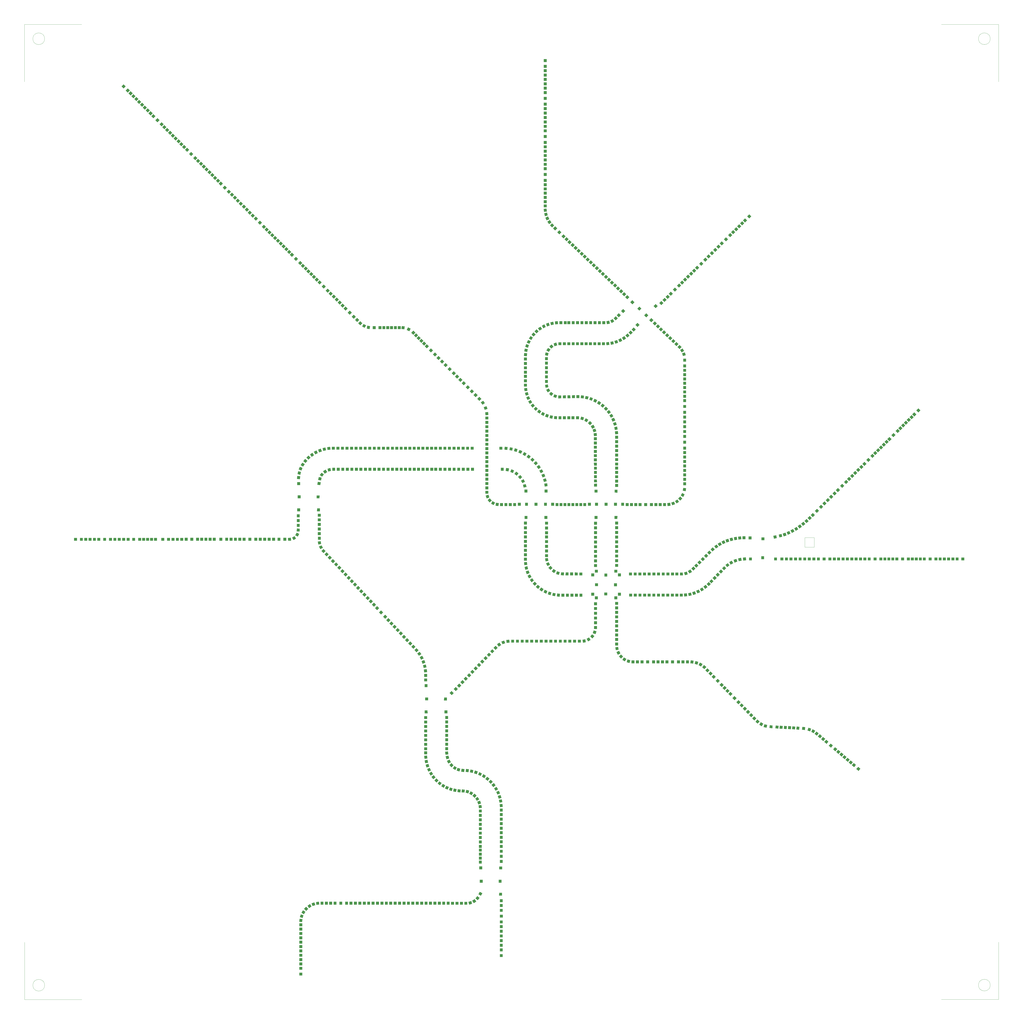
<source format=gbr>
G04 #@! TF.GenerationSoftware,KiCad,Pcbnew,(5.1.9)-1*
G04 #@! TF.CreationDate,2021-12-31T22:52:59-05:00*
G04 #@! TF.ProjectId,500x500-dc-metro-map-dev,35303078-3530-4302-9d64-632d6d657472,rev?*
G04 #@! TF.SameCoordinates,Original*
G04 #@! TF.FileFunction,Other,User*
%FSLAX46Y46*%
G04 Gerber Fmt 4.6, Leading zero omitted, Abs format (unit mm)*
G04 Created by KiCad (PCBNEW (5.1.9)-1) date 2021-12-31 22:52:59*
%MOMM*%
%LPD*%
G01*
G04 APERTURE LIST*
%ADD10C,0.100000*%
%ADD11C,0.050000*%
%ADD12C,0.120000*%
G04 APERTURE END LIST*
D10*
G04 #@! TO.C,M1*
G36*
X346193500Y-288947000D02*
G01*
X344693500Y-288947000D01*
X344693500Y-287447000D01*
X346193500Y-287447000D01*
X346193500Y-288947000D01*
G37*
G36*
X261583500Y-329024000D02*
G01*
X260489500Y-330050000D01*
X259463500Y-328957000D01*
X260556500Y-327930000D01*
X261583500Y-329024000D01*
G37*
G36*
X220044500Y-512312000D02*
G01*
X218544500Y-512312000D01*
X218544500Y-510812000D01*
X220044500Y-510812000D01*
X220044500Y-512312000D01*
G37*
G36*
X220044500Y-510080000D02*
G01*
X218544500Y-510080000D01*
X218544500Y-508580000D01*
X220044500Y-508580000D01*
X220044500Y-510080000D01*
G37*
G36*
X220044500Y-507848000D02*
G01*
X218544500Y-507848000D01*
X218544500Y-506348000D01*
X220044500Y-506348000D01*
X220044500Y-507848000D01*
G37*
G36*
X220044500Y-505616000D02*
G01*
X218544500Y-505616000D01*
X218544500Y-504116000D01*
X220044500Y-504116000D01*
X220044500Y-505616000D01*
G37*
G36*
X220044500Y-503384000D02*
G01*
X218544500Y-503384000D01*
X218544500Y-501884000D01*
X220044500Y-501884000D01*
X220044500Y-503384000D01*
G37*
G36*
X220044500Y-501152000D02*
G01*
X218544500Y-501152000D01*
X218544500Y-499652000D01*
X220044500Y-499652000D01*
X220044500Y-501152000D01*
G37*
G36*
X220044500Y-498920000D02*
G01*
X218544500Y-498920000D01*
X218544500Y-497420000D01*
X220044500Y-497420000D01*
X220044500Y-498920000D01*
G37*
G36*
X220044500Y-496688000D02*
G01*
X218544500Y-496688000D01*
X218544500Y-495188000D01*
X220044500Y-495188000D01*
X220044500Y-496688000D01*
G37*
G36*
X220044500Y-494456000D02*
G01*
X218544500Y-494456000D01*
X218544500Y-492956000D01*
X220044500Y-492956000D01*
X220044500Y-494456000D01*
G37*
G36*
X220044500Y-492224000D02*
G01*
X218544500Y-492224000D01*
X218544500Y-490724000D01*
X220044500Y-490724000D01*
X220044500Y-492224000D01*
G37*
G36*
X220044500Y-489992000D02*
G01*
X218544500Y-489992000D01*
X218544500Y-488492000D01*
X220044500Y-488492000D01*
X220044500Y-489992000D01*
G37*
G36*
X220130500Y-486322000D02*
G01*
X220013500Y-487817000D01*
X218517500Y-487700000D01*
X218634500Y-486204000D01*
X220130500Y-486322000D01*
G37*
G36*
X220697500Y-484341000D02*
G01*
X220238500Y-485769000D01*
X218810500Y-485310000D01*
X219270500Y-483882000D01*
X220697500Y-484341000D01*
G37*
G36*
X221708500Y-482547000D02*
G01*
X220931500Y-483830000D01*
X219648500Y-483053000D01*
X220425500Y-481770000D01*
X221708500Y-482547000D01*
G37*
G36*
X223105500Y-481031000D02*
G01*
X222054500Y-482102000D01*
X220984500Y-481051000D01*
X222034500Y-479980000D01*
X223105500Y-481031000D01*
G37*
G36*
X224812500Y-479875000D02*
G01*
X223544500Y-480676000D01*
X222742500Y-479408000D01*
X224010500Y-478607000D01*
X224812500Y-479875000D01*
G37*
G36*
X226738500Y-479145000D02*
G01*
X225319500Y-479631000D01*
X224832500Y-478213000D01*
X226251500Y-477726000D01*
X226738500Y-479145000D01*
G37*
G36*
X228781500Y-478881000D02*
G01*
X227288500Y-479026000D01*
X227142500Y-477533000D01*
X228635500Y-477388000D01*
X228781500Y-478881000D01*
G37*
G36*
X230942500Y-478911000D02*
G01*
X229442500Y-478911000D01*
X229442500Y-477411000D01*
X230942500Y-477411000D01*
X230942500Y-478911000D01*
G37*
G36*
X233174500Y-478911000D02*
G01*
X231674500Y-478911000D01*
X231674500Y-477411000D01*
X233174500Y-477411000D01*
X233174500Y-478911000D01*
G37*
G36*
X235406500Y-478911000D02*
G01*
X233906500Y-478911000D01*
X233906500Y-477411000D01*
X235406500Y-477411000D01*
X235406500Y-478911000D01*
G37*
G36*
X237638500Y-478912000D02*
G01*
X236138500Y-478912000D01*
X236138500Y-477411000D01*
X237638500Y-477411000D01*
X237638500Y-478912000D01*
G37*
G36*
X243560500Y-478914000D02*
G01*
X242060500Y-478914000D01*
X242060500Y-477414000D01*
X243560500Y-477414000D01*
X243560500Y-478914000D01*
G37*
G36*
X245827500Y-478915000D02*
G01*
X244327500Y-478915000D01*
X244327500Y-477415000D01*
X245827500Y-477415000D01*
X245827500Y-478915000D01*
G37*
G36*
X248094500Y-478917000D02*
G01*
X246594500Y-478917000D01*
X246594500Y-477417000D01*
X248094500Y-477417000D01*
X248094500Y-478917000D01*
G37*
G36*
X250361500Y-478918000D02*
G01*
X248861500Y-478918000D01*
X248861500Y-477418000D01*
X250361500Y-477418000D01*
X250361500Y-478918000D01*
G37*
G36*
X252628500Y-478919000D02*
G01*
X251128500Y-478919000D01*
X251128500Y-477419000D01*
X252628500Y-477419000D01*
X252628500Y-478919000D01*
G37*
G36*
X254895500Y-478920000D02*
G01*
X253395500Y-478920000D01*
X253395500Y-477420000D01*
X254895500Y-477420000D01*
X254895500Y-478920000D01*
G37*
G36*
X257162500Y-478921000D02*
G01*
X255662500Y-478921000D01*
X255662500Y-477421000D01*
X257162500Y-477421000D01*
X257162500Y-478921000D01*
G37*
G36*
X259429500Y-478923000D02*
G01*
X257929500Y-478923000D01*
X257929500Y-477423000D01*
X259429500Y-477423000D01*
X259429500Y-478923000D01*
G37*
G36*
X261696500Y-478924000D02*
G01*
X260196500Y-478924000D01*
X260196500Y-477424000D01*
X261696500Y-477424000D01*
X261696500Y-478924000D01*
G37*
G36*
X263963500Y-478925000D02*
G01*
X262463500Y-478925000D01*
X262463500Y-477425000D01*
X263963500Y-477425000D01*
X263963500Y-478925000D01*
G37*
G36*
X266230500Y-478926000D02*
G01*
X264730500Y-478926000D01*
X264730500Y-477426000D01*
X266230500Y-477426000D01*
X266230500Y-478926000D01*
G37*
G36*
X268497500Y-478927000D02*
G01*
X266997500Y-478927000D01*
X266997500Y-477427000D01*
X268497500Y-477427000D01*
X268497500Y-478927000D01*
G37*
G36*
X270764500Y-478929000D02*
G01*
X269264500Y-478929000D01*
X269264500Y-477429000D01*
X270764500Y-477429000D01*
X270764500Y-478929000D01*
G37*
G36*
X273031500Y-478930000D02*
G01*
X271531500Y-478930000D01*
X271531500Y-477430000D01*
X273031500Y-477430000D01*
X273031500Y-478930000D01*
G37*
G36*
X275298500Y-478931000D02*
G01*
X273798500Y-478931000D01*
X273798500Y-477431000D01*
X275298500Y-477431000D01*
X275298500Y-478931000D01*
G37*
G36*
X277565500Y-478932000D02*
G01*
X276065500Y-478932000D01*
X276065500Y-477432000D01*
X277565500Y-477432000D01*
X277565500Y-478932000D01*
G37*
G36*
X279832500Y-478933000D02*
G01*
X278332500Y-478933000D01*
X278332500Y-477433000D01*
X279832500Y-477433000D01*
X279832500Y-478933000D01*
G37*
G36*
X282099500Y-478935000D02*
G01*
X280599500Y-478935000D01*
X280599500Y-477435000D01*
X282099500Y-477435000D01*
X282099500Y-478935000D01*
G37*
G36*
X284366500Y-478936000D02*
G01*
X282866500Y-478936000D01*
X282866500Y-477436000D01*
X284366500Y-477436000D01*
X284366500Y-478936000D01*
G37*
G36*
X286633500Y-478937000D02*
G01*
X285133500Y-478937000D01*
X285133500Y-477437000D01*
X286633500Y-477437000D01*
X286633500Y-478937000D01*
G37*
G36*
X286118500Y-410100000D02*
G01*
X284753500Y-410722000D01*
X284131500Y-409357000D01*
X285496500Y-408735000D01*
X286118500Y-410100000D01*
G37*
G36*
X285264500Y-408131000D02*
G01*
X283835500Y-408587000D01*
X283379500Y-407158000D01*
X284808500Y-406702000D01*
X285264500Y-408131000D01*
G37*
G36*
X284647500Y-406074000D02*
G01*
X283175500Y-406359000D01*
X282889500Y-404887000D01*
X284362500Y-404601000D01*
X284647500Y-406074000D01*
G37*
G36*
X284276500Y-403957000D02*
G01*
X282780500Y-404071000D01*
X282667500Y-402575000D01*
X284163500Y-402462000D01*
X284276500Y-403957000D01*
G37*
G36*
X284166500Y-401783000D02*
G01*
X282665500Y-401783000D01*
X282665500Y-400283000D01*
X284166500Y-400283000D01*
X284166500Y-401783000D01*
G37*
G36*
X284166500Y-399695000D02*
G01*
X282665500Y-399695000D01*
X282665500Y-398195000D01*
X284166500Y-398195000D01*
X284166500Y-399695000D01*
G37*
G36*
X284166500Y-397411000D02*
G01*
X282665500Y-397411000D01*
X282665500Y-395911000D01*
X284166500Y-395911000D01*
X284166500Y-397411000D01*
G37*
G36*
X284166500Y-395127000D02*
G01*
X282665500Y-395127000D01*
X282665500Y-393627000D01*
X284166500Y-393627000D01*
X284166500Y-395127000D01*
G37*
G36*
X284166500Y-392843000D02*
G01*
X282665500Y-392843000D01*
X282665500Y-391343000D01*
X284166500Y-391343000D01*
X284166500Y-392843000D01*
G37*
G36*
X284166500Y-390559000D02*
G01*
X282665500Y-390559000D01*
X282665500Y-389059000D01*
X284166500Y-389059000D01*
X284166500Y-390559000D01*
G37*
G36*
X284166500Y-388275000D02*
G01*
X282665500Y-388275000D01*
X282665500Y-386775000D01*
X284166500Y-386775000D01*
X284166500Y-388275000D01*
G37*
G36*
X284166500Y-385991000D02*
G01*
X282665500Y-385991000D01*
X282665500Y-384491000D01*
X284166500Y-384491000D01*
X284166500Y-385991000D01*
G37*
G36*
X284166500Y-383707000D02*
G01*
X282665500Y-383707000D01*
X282665500Y-382207000D01*
X284166500Y-382207000D01*
X284166500Y-383707000D01*
G37*
G36*
X284166500Y-364405000D02*
G01*
X282666500Y-364405000D01*
X282666500Y-362905000D01*
X284166500Y-362905000D01*
X284166500Y-364405000D01*
G37*
G36*
X284166500Y-362057000D02*
G01*
X282666500Y-362057000D01*
X282666500Y-360557000D01*
X284166500Y-360557000D01*
X284166500Y-362057000D01*
G37*
G36*
X284141500Y-359633000D02*
G01*
X282649500Y-359784000D01*
X282497500Y-358292000D01*
X283989500Y-358140000D01*
X284141500Y-359633000D01*
G37*
G36*
X283836500Y-357211000D02*
G01*
X282374500Y-357546000D01*
X282039500Y-356083000D01*
X283501500Y-355748000D01*
X283836500Y-357211000D01*
G37*
G36*
X283235500Y-354845000D02*
G01*
X281825500Y-355358000D01*
X281312500Y-353948000D01*
X282722500Y-353435000D01*
X283235500Y-354845000D01*
G37*
G36*
X282345500Y-352571000D02*
G01*
X281010500Y-353255000D01*
X280326500Y-351919000D01*
X281662500Y-351236000D01*
X282345500Y-352571000D01*
G37*
G36*
X281181500Y-350425000D02*
G01*
X279941500Y-351269000D01*
X279098500Y-350028000D01*
X280338500Y-349185000D01*
X281181500Y-350425000D01*
G37*
G36*
X279761500Y-348440000D02*
G01*
X278634500Y-349430000D01*
X277644500Y-348303000D01*
X278771500Y-347313000D01*
X279761500Y-348440000D01*
G37*
G36*
X278160500Y-346689000D02*
G01*
X277067500Y-347716000D01*
X276040500Y-346622000D01*
X277134500Y-345595000D01*
X278160500Y-346689000D01*
G37*
G36*
X276554500Y-344977000D02*
G01*
X275460500Y-346003000D01*
X274433500Y-344910000D01*
X275527500Y-343883000D01*
X276554500Y-344977000D01*
G37*
G36*
X274947500Y-343265000D02*
G01*
X273853500Y-344291000D01*
X272827500Y-343197000D01*
X273920500Y-342171000D01*
X274947500Y-343265000D01*
G37*
G36*
X273340500Y-341553000D02*
G01*
X272246500Y-342579000D01*
X271220500Y-341485000D01*
X272314500Y-340459000D01*
X273340500Y-341553000D01*
G37*
G36*
X271733500Y-339840000D02*
G01*
X270640500Y-340867000D01*
X269613500Y-339773000D01*
X270707500Y-338747000D01*
X271733500Y-339840000D01*
G37*
G36*
X287213500Y-245517000D02*
G01*
X285713500Y-245517000D01*
X285713500Y-244017000D01*
X287213500Y-244017000D01*
X287213500Y-245517000D01*
G37*
G36*
X284978500Y-245517000D02*
G01*
X283478500Y-245517000D01*
X283478500Y-244017000D01*
X284978500Y-244017000D01*
X284978500Y-245517000D01*
G37*
G36*
X282743500Y-245517000D02*
G01*
X281243500Y-245517000D01*
X281243500Y-244017000D01*
X282743500Y-244017000D01*
X282743500Y-245517000D01*
G37*
G36*
X280508500Y-245517000D02*
G01*
X279008500Y-245517000D01*
X279008500Y-244017000D01*
X280508500Y-244017000D01*
X280508500Y-245517000D01*
G37*
G36*
X278273500Y-245517000D02*
G01*
X276773500Y-245517000D01*
X276773500Y-244017000D01*
X278273500Y-244017000D01*
X278273500Y-245517000D01*
G37*
G36*
X276038500Y-245517000D02*
G01*
X274538500Y-245517000D01*
X274538500Y-244017000D01*
X276038500Y-244017000D01*
X276038500Y-245517000D01*
G37*
G36*
X273803500Y-245517000D02*
G01*
X272303500Y-245517000D01*
X272303500Y-244017000D01*
X273803500Y-244017000D01*
X273803500Y-245517000D01*
G37*
G36*
X271568500Y-245517000D02*
G01*
X270068500Y-245517000D01*
X270068500Y-244017000D01*
X271568500Y-244017000D01*
X271568500Y-245517000D01*
G37*
G36*
X269333500Y-245517000D02*
G01*
X267833500Y-245517000D01*
X267833500Y-244017000D01*
X269333500Y-244017000D01*
X269333500Y-245517000D01*
G37*
G36*
X267098500Y-245517000D02*
G01*
X265598500Y-245517000D01*
X265598500Y-244017000D01*
X267098500Y-244017000D01*
X267098500Y-245517000D01*
G37*
G36*
X264790500Y-245517000D02*
G01*
X263290500Y-245517000D01*
X263290500Y-244017000D01*
X264790500Y-244017000D01*
X264790500Y-245517000D01*
G37*
G36*
X262455500Y-245517000D02*
G01*
X260955500Y-245517000D01*
X260955500Y-244017000D01*
X262455500Y-244017000D01*
X262455500Y-245517000D01*
G37*
G36*
X260120500Y-245517000D02*
G01*
X258620500Y-245517000D01*
X258620500Y-244017000D01*
X260120500Y-244017000D01*
X260120500Y-245517000D01*
G37*
G36*
X257785500Y-245517000D02*
G01*
X256285500Y-245517000D01*
X256285500Y-244017000D01*
X257785500Y-244017000D01*
X257785500Y-245517000D01*
G37*
G36*
X255450500Y-245517000D02*
G01*
X253949500Y-245517000D01*
X253949500Y-244017000D01*
X255450500Y-244017000D01*
X255450500Y-245517000D01*
G37*
G36*
X253114500Y-245517000D02*
G01*
X251614500Y-245517000D01*
X251614500Y-244017000D01*
X253114500Y-244017000D01*
X253114500Y-245517000D01*
G37*
G36*
X250779500Y-245517000D02*
G01*
X249279500Y-245517000D01*
X249279500Y-244017000D01*
X250779500Y-244017000D01*
X250779500Y-245517000D01*
G37*
G36*
X248444500Y-245517000D02*
G01*
X246944500Y-245517000D01*
X246944500Y-244017000D01*
X248444500Y-244017000D01*
X248444500Y-245517000D01*
G37*
G36*
X246109500Y-245517000D02*
G01*
X244609500Y-245517000D01*
X244609500Y-244017000D01*
X246109500Y-244017000D01*
X246109500Y-245517000D01*
G37*
G36*
X243774500Y-245517000D02*
G01*
X242274500Y-245517000D01*
X242274500Y-244017000D01*
X243774500Y-244017000D01*
X243774500Y-245517000D01*
G37*
G36*
X241439500Y-245517000D02*
G01*
X239939500Y-245517000D01*
X239939500Y-244017000D01*
X241439500Y-244017000D01*
X241439500Y-245517000D01*
G37*
G36*
X239104500Y-245517000D02*
G01*
X237604500Y-245517000D01*
X237604500Y-244017000D01*
X239104500Y-244017000D01*
X239104500Y-245517000D01*
G37*
G36*
X236769500Y-245517000D02*
G01*
X235269500Y-245517000D01*
X235269500Y-244017000D01*
X236769500Y-244017000D01*
X236769500Y-245517000D01*
G37*
G36*
X234514500Y-245535000D02*
G01*
X233022500Y-245694000D01*
X232862500Y-244203000D01*
X234354500Y-244043000D01*
X234514500Y-245535000D01*
G37*
G36*
X232294500Y-245821000D02*
G01*
X230836500Y-246173000D01*
X230484500Y-244715000D01*
X231942500Y-244363000D01*
X232294500Y-245821000D01*
G37*
G36*
X230129500Y-246393000D02*
G01*
X228728500Y-246929000D01*
X228192500Y-245528000D01*
X229593500Y-244992000D01*
X230129500Y-246393000D01*
G37*
G36*
X228055500Y-247238000D02*
G01*
X226733500Y-247947000D01*
X226023500Y-246626000D01*
X227345500Y-245916000D01*
X228055500Y-247238000D01*
G37*
G36*
X226104500Y-248339000D02*
G01*
X224883500Y-249210000D01*
X224011500Y-247989000D01*
X225232500Y-247118000D01*
X226104500Y-248339000D01*
G37*
G36*
X224308500Y-249677000D02*
G01*
X223208500Y-250698000D01*
X222188500Y-249598000D01*
X223288500Y-248578000D01*
X224308500Y-249677000D01*
G37*
G36*
X222701500Y-251233000D02*
G01*
X221745500Y-252389000D01*
X220589500Y-251433000D01*
X221545500Y-250277000D01*
X222701500Y-251233000D01*
G37*
G36*
X221318500Y-252983000D02*
G01*
X220532500Y-254261000D01*
X219254500Y-253475000D01*
X220040500Y-252198000D01*
X221318500Y-252983000D01*
G37*
G36*
X220198500Y-254904000D02*
G01*
X219613500Y-256285000D01*
X218232500Y-255700000D01*
X218817500Y-254318000D01*
X220198500Y-254904000D01*
G37*
G36*
X219386500Y-256962000D02*
G01*
X219035500Y-258420000D01*
X217577500Y-258070000D01*
X217928500Y-256611000D01*
X219386500Y-256962000D01*
G37*
G36*
X218930500Y-259115000D02*
G01*
X218847500Y-260613000D01*
X217349500Y-260530000D01*
X217433500Y-259032000D01*
X218930500Y-259115000D01*
G37*
G36*
X218744500Y-280222000D02*
G01*
X217244500Y-280222000D01*
X217244500Y-278722000D01*
X218744500Y-278722000D01*
X218744500Y-280222000D01*
G37*
G36*
X218744500Y-282651000D02*
G01*
X217244500Y-282651000D01*
X217244500Y-281151000D01*
X218744500Y-281151000D01*
X218744500Y-282651000D01*
G37*
G36*
X218744500Y-285080000D02*
G01*
X217244500Y-285080000D01*
X217244500Y-283580000D01*
X218744500Y-283580000D01*
X218744500Y-285080000D01*
G37*
G36*
X218758500Y-286033000D02*
G01*
X218709500Y-287533000D01*
X217210500Y-287484000D01*
X217259500Y-285984000D01*
X218758500Y-286033000D01*
G37*
G36*
X218484500Y-288795000D02*
G01*
X217787500Y-290123000D01*
X216459500Y-289426000D01*
X217156500Y-288098000D01*
X218484500Y-288795000D01*
G37*
G36*
X216851500Y-291108000D02*
G01*
X215567500Y-291883000D01*
X214792500Y-290599000D01*
X216076500Y-289824000D01*
X216851500Y-291108000D01*
G37*
G36*
X214288500Y-292195000D02*
G01*
X212790500Y-292270000D01*
X212716500Y-290771000D01*
X214214500Y-290697000D01*
X214288500Y-292195000D01*
G37*
G36*
X211823500Y-292246000D02*
G01*
X210323500Y-292246000D01*
X210323500Y-290746000D01*
X211823500Y-290746000D01*
X211823500Y-292246000D01*
G37*
G36*
X206073500Y-292248000D02*
G01*
X204573500Y-292248000D01*
X204573500Y-290748000D01*
X206073500Y-290748000D01*
X206073500Y-292248000D01*
G37*
G36*
X203789500Y-292248000D02*
G01*
X202289500Y-292248000D01*
X202289500Y-290748000D01*
X203789500Y-290748000D01*
X203789500Y-292248000D01*
G37*
G36*
X201505500Y-292248000D02*
G01*
X200005500Y-292248000D01*
X200005500Y-290748000D01*
X201505500Y-290748000D01*
X201505500Y-292248000D01*
G37*
G36*
X199221500Y-292248000D02*
G01*
X197721500Y-292248000D01*
X197721500Y-290748000D01*
X199221500Y-290748000D01*
X199221500Y-292248000D01*
G37*
G36*
X196937500Y-292248000D02*
G01*
X195437500Y-292248000D01*
X195437500Y-290748000D01*
X196937500Y-290748000D01*
X196937500Y-292248000D01*
G37*
G36*
X190952500Y-292249000D02*
G01*
X189452500Y-292249000D01*
X189452500Y-290749000D01*
X190952500Y-290749000D01*
X190952500Y-292249000D01*
G37*
G36*
X188717500Y-292249000D02*
G01*
X187217500Y-292249000D01*
X187217500Y-290749000D01*
X188717500Y-290749000D01*
X188717500Y-292249000D01*
G37*
G36*
X186482500Y-292249000D02*
G01*
X184982500Y-292249000D01*
X184982500Y-290749000D01*
X186482500Y-290749000D01*
X186482500Y-292249000D01*
G37*
G36*
X184247500Y-292250000D02*
G01*
X182747500Y-292250000D01*
X182747500Y-290750000D01*
X184247500Y-290750000D01*
X184247500Y-292250000D01*
G37*
G36*
X182012500Y-292250000D02*
G01*
X180512500Y-292250000D01*
X180512500Y-290750000D01*
X182012500Y-290750000D01*
X182012500Y-292250000D01*
G37*
G36*
X175634000Y-292251000D02*
G01*
X174134000Y-292251000D01*
X174134000Y-290751000D01*
X175634000Y-290751000D01*
X175634000Y-292251000D01*
G37*
G36*
X173488900Y-292251000D02*
G01*
X171988900Y-292251000D01*
X171988900Y-290751000D01*
X173488900Y-290751000D01*
X173488900Y-292251000D01*
G37*
G36*
X171343900Y-292251000D02*
G01*
X169843900Y-292251000D01*
X169843900Y-290751000D01*
X171343900Y-290751000D01*
X171343900Y-292251000D01*
G37*
G36*
X169198900Y-292251000D02*
G01*
X167698900Y-292251000D01*
X167698900Y-290751000D01*
X169198900Y-290751000D01*
X169198900Y-292251000D01*
G37*
G36*
X167053900Y-292252000D02*
G01*
X165553900Y-292252000D01*
X165553900Y-290752000D01*
X167053900Y-290752000D01*
X167053900Y-292252000D01*
G37*
G36*
X161224100Y-292252000D02*
G01*
X159724100Y-292252000D01*
X159724100Y-290752000D01*
X161224100Y-290752000D01*
X161224100Y-292252000D01*
G37*
G36*
X158956100Y-292253000D02*
G01*
X157456100Y-292253000D01*
X157456100Y-290753000D01*
X158956100Y-290753000D01*
X158956100Y-292253000D01*
G37*
G36*
X156688100Y-292253000D02*
G01*
X155188000Y-292253000D01*
X155188000Y-290753000D01*
X156688100Y-290753000D01*
X156688100Y-292253000D01*
G37*
G36*
X154420000Y-292253000D02*
G01*
X152920000Y-292253000D01*
X152920000Y-290753000D01*
X154420000Y-290753000D01*
X154420000Y-292253000D01*
G37*
G36*
X152152000Y-292254000D02*
G01*
X150652000Y-292254000D01*
X150652000Y-290754000D01*
X152152000Y-290754000D01*
X152152000Y-292254000D01*
G37*
G36*
X145498900Y-292256000D02*
G01*
X143998900Y-292256000D01*
X143998900Y-290756000D01*
X145498900Y-290756000D01*
X145498900Y-292256000D01*
G37*
G36*
X143452900Y-292256000D02*
G01*
X141952900Y-292256000D01*
X141952900Y-290756000D01*
X143452900Y-290756000D01*
X143452900Y-292256000D01*
G37*
G36*
X141406900Y-292257000D02*
G01*
X139906900Y-292257000D01*
X139906900Y-290757000D01*
X141406900Y-290757000D01*
X141406900Y-292257000D01*
G37*
G36*
X139360900Y-292257000D02*
G01*
X137860900Y-292257000D01*
X137860900Y-290757000D01*
X139360900Y-290757000D01*
X139360900Y-292257000D01*
G37*
G36*
X137314900Y-292257000D02*
G01*
X135814900Y-292257000D01*
X135814900Y-290757000D01*
X137314900Y-290757000D01*
X137314900Y-292257000D01*
G37*
G36*
X131405800Y-292256000D02*
G01*
X129905800Y-292256000D01*
X129905800Y-290756000D01*
X131405800Y-290756000D01*
X131405800Y-292256000D01*
G37*
G36*
X129138800Y-292256000D02*
G01*
X127638800Y-292256000D01*
X127638800Y-290756000D01*
X129138800Y-290756000D01*
X129138800Y-292256000D01*
G37*
G36*
X126871800Y-292257000D02*
G01*
X125371800Y-292257000D01*
X125371800Y-290757000D01*
X126871800Y-290757000D01*
X126871800Y-292257000D01*
G37*
G36*
X124604700Y-292257000D02*
G01*
X123104700Y-292257000D01*
X123104700Y-290757000D01*
X124604700Y-290757000D01*
X124604700Y-292257000D01*
G37*
G36*
X122337700Y-292257000D02*
G01*
X120837700Y-292257000D01*
X120837700Y-290757000D01*
X122337700Y-290757000D01*
X122337700Y-292257000D01*
G37*
G36*
X116330500Y-292258000D02*
G01*
X114830500Y-292258000D01*
X114830500Y-290758000D01*
X116330500Y-290758000D01*
X116330500Y-292258000D01*
G37*
G36*
X114098500Y-292258000D02*
G01*
X112598500Y-292258000D01*
X112598500Y-290758000D01*
X114098500Y-290758000D01*
X114098500Y-292258000D01*
G37*
G36*
X111866500Y-292258000D02*
G01*
X110366500Y-292258000D01*
X110366500Y-290758000D01*
X111866500Y-290758000D01*
X111866500Y-292258000D01*
G37*
G36*
X109634500Y-292259000D02*
G01*
X108134500Y-292259000D01*
X108134500Y-290759000D01*
X109634500Y-290759000D01*
X109634500Y-292259000D01*
G37*
G36*
X107402500Y-292259000D02*
G01*
X105902500Y-292259000D01*
X105902500Y-290759000D01*
X107402500Y-290759000D01*
X107402500Y-292259000D01*
G37*
G36*
X208841500Y-292246000D02*
G01*
X207341500Y-292246000D01*
X207341500Y-290746000D01*
X208841500Y-290746000D01*
X208841500Y-292246000D01*
G37*
G36*
X164108700Y-292252000D02*
G01*
X162608600Y-292252000D01*
X162608600Y-290752000D01*
X164108700Y-290752000D01*
X164108700Y-292252000D01*
G37*
G36*
X149174700Y-292254000D02*
G01*
X147674700Y-292254000D01*
X147674700Y-290754000D01*
X149174700Y-290754000D01*
X149174700Y-292254000D01*
G37*
G36*
X134257700Y-292256000D02*
G01*
X132757700Y-292256000D01*
X132757700Y-290756000D01*
X134257700Y-290756000D01*
X134257700Y-292256000D01*
G37*
G36*
X119340800Y-292257000D02*
G01*
X117840800Y-292257000D01*
X117840800Y-290757000D01*
X119340800Y-290757000D01*
X119340800Y-292257000D01*
G37*
G36*
X287263500Y-256338000D02*
G01*
X285763500Y-256338000D01*
X285763500Y-254838000D01*
X287263500Y-254838000D01*
X287263500Y-256338000D01*
G37*
G36*
X285022500Y-256338000D02*
G01*
X283522500Y-256338000D01*
X283522500Y-254838000D01*
X285022500Y-254838000D01*
X285022500Y-256338000D01*
G37*
G36*
X282781500Y-256338000D02*
G01*
X281281500Y-256338000D01*
X281281500Y-254838000D01*
X282781500Y-254838000D01*
X282781500Y-256338000D01*
G37*
G36*
X280540500Y-256338000D02*
G01*
X279040500Y-256338000D01*
X279040500Y-254838000D01*
X280540500Y-254838000D01*
X280540500Y-256338000D01*
G37*
G36*
X278299500Y-256338000D02*
G01*
X276799500Y-256338000D01*
X276799500Y-254838000D01*
X278299500Y-254838000D01*
X278299500Y-256338000D01*
G37*
G36*
X276058500Y-256338000D02*
G01*
X274557500Y-256338000D01*
X274557500Y-254838000D01*
X276058500Y-254838000D01*
X276058500Y-256338000D01*
G37*
G36*
X273817500Y-256338000D02*
G01*
X272316500Y-256338000D01*
X272316500Y-254838000D01*
X273817500Y-254838000D01*
X273817500Y-256338000D01*
G37*
G36*
X271575500Y-256338000D02*
G01*
X270075500Y-256338000D01*
X270075500Y-254838000D01*
X271575500Y-254838000D01*
X271575500Y-256338000D01*
G37*
G36*
X269334500Y-256338000D02*
G01*
X267834500Y-256338000D01*
X267834500Y-254838000D01*
X269334500Y-254838000D01*
X269334500Y-256338000D01*
G37*
G36*
X267093500Y-256338000D02*
G01*
X265593500Y-256338000D01*
X265593500Y-254838000D01*
X267093500Y-254838000D01*
X267093500Y-256338000D01*
G37*
G36*
X264851500Y-256338000D02*
G01*
X263351500Y-256338000D01*
X263351500Y-254838000D01*
X264851500Y-254838000D01*
X264851500Y-256338000D01*
G37*
G36*
X262527500Y-256338000D02*
G01*
X261027500Y-256338000D01*
X261027500Y-254838000D01*
X262527500Y-254838000D01*
X262527500Y-256338000D01*
G37*
G36*
X260203500Y-256338000D02*
G01*
X258703500Y-256338000D01*
X258703500Y-254838000D01*
X260203500Y-254838000D01*
X260203500Y-256338000D01*
G37*
G36*
X257879500Y-256338000D02*
G01*
X256379500Y-256338000D01*
X256379500Y-254838000D01*
X257879500Y-254838000D01*
X257879500Y-256338000D01*
G37*
G36*
X255555500Y-256338000D02*
G01*
X254055500Y-256338000D01*
X254055500Y-254838000D01*
X255555500Y-254838000D01*
X255555500Y-256338000D01*
G37*
G36*
X250907500Y-256338000D02*
G01*
X249406500Y-256338000D01*
X249406500Y-254838000D01*
X250907500Y-254838000D01*
X250907500Y-256338000D01*
G37*
G36*
X248583500Y-256338000D02*
G01*
X247082500Y-256338000D01*
X247082500Y-254838000D01*
X248583500Y-254838000D01*
X248583500Y-256338000D01*
G37*
G36*
X246258500Y-256338000D02*
G01*
X244758500Y-256338000D01*
X244758500Y-254838000D01*
X246258500Y-254838000D01*
X246258500Y-256338000D01*
G37*
G36*
X243934500Y-256338000D02*
G01*
X242434500Y-256338000D01*
X242434500Y-254838000D01*
X243934500Y-254838000D01*
X243934500Y-256338000D01*
G37*
G36*
X241610500Y-256338000D02*
G01*
X240110500Y-256338000D01*
X240110500Y-254838000D01*
X241610500Y-254838000D01*
X241610500Y-256338000D01*
G37*
G36*
X239286500Y-256338000D02*
G01*
X237786500Y-256338000D01*
X237786500Y-254838000D01*
X239286500Y-254838000D01*
X239286500Y-256338000D01*
G37*
G36*
X236962500Y-256338000D02*
G01*
X235462500Y-256338000D01*
X235462500Y-254838000D01*
X236962500Y-254838000D01*
X236962500Y-256338000D01*
G37*
G36*
X234832500Y-256379000D02*
G01*
X233385500Y-256772000D01*
X232992500Y-255324000D01*
X234439500Y-254931000D01*
X234832500Y-256379000D01*
G37*
G36*
X232840500Y-257016000D02*
G01*
X231588500Y-257841000D01*
X230763500Y-256588000D01*
X232016500Y-255763000D01*
X232840500Y-257016000D01*
G37*
G36*
X231153500Y-258234000D02*
G01*
X230238500Y-259422000D01*
X229050500Y-258507000D01*
X229965500Y-257319000D01*
X231153500Y-258234000D01*
G37*
G36*
X229981500Y-259856000D02*
G01*
X229689500Y-261327000D01*
X228218500Y-261035000D01*
X228510500Y-259564000D01*
X229981500Y-259856000D01*
G37*
G36*
X229563500Y-279899000D02*
G01*
X228063500Y-279901000D01*
X228062500Y-278401000D01*
X229562500Y-278399000D01*
X229563500Y-279899000D01*
G37*
G36*
X229566500Y-282262000D02*
G01*
X228066500Y-282264000D01*
X228064500Y-280764000D01*
X229564500Y-280762000D01*
X229566500Y-282262000D01*
G37*
G36*
X229567500Y-284626000D02*
G01*
X228067500Y-284626000D01*
X228067500Y-283126000D01*
X229567500Y-283126000D01*
X229567500Y-284626000D01*
G37*
G36*
X229570500Y-286989000D02*
G01*
X228070500Y-286989000D01*
X228070500Y-285489000D01*
X229570500Y-285489000D01*
X229570500Y-286989000D01*
G37*
G36*
X229571500Y-289352000D02*
G01*
X228071500Y-289352000D01*
X228071500Y-287852000D01*
X229571500Y-287852000D01*
X229571500Y-289352000D01*
G37*
G36*
X229573500Y-291715000D02*
G01*
X228073500Y-291715000D01*
X228073500Y-290215000D01*
X229573500Y-290215000D01*
X229573500Y-291715000D01*
G37*
G36*
X229758500Y-293955000D02*
G01*
X228274500Y-294176000D01*
X228053500Y-292692000D01*
X229537500Y-292472000D01*
X229758500Y-293955000D01*
G37*
G36*
X230613500Y-295910000D02*
G01*
X229268500Y-296575000D01*
X228603500Y-295230000D01*
X229948500Y-294565000D01*
X230613500Y-295910000D01*
G37*
G36*
X232025500Y-297527000D02*
G01*
X230931500Y-298553000D01*
X229905500Y-297459000D01*
X230998500Y-296433000D01*
X232025500Y-297527000D01*
G37*
G36*
X233642500Y-299250000D02*
G01*
X232548500Y-300276000D01*
X231522500Y-299182000D01*
X232615500Y-298156000D01*
X233642500Y-299250000D01*
G37*
G36*
X235259500Y-300973000D02*
G01*
X234165500Y-301999000D01*
X233139500Y-300905000D01*
X234233500Y-299879000D01*
X235259500Y-300973000D01*
G37*
G36*
X236876500Y-302696000D02*
G01*
X235782500Y-303722000D01*
X234756500Y-302629000D01*
X235850500Y-301602000D01*
X236876500Y-302696000D01*
G37*
G36*
X238493500Y-304419000D02*
G01*
X237399500Y-305445000D01*
X236373500Y-304352000D01*
X237467500Y-303325000D01*
X238493500Y-304419000D01*
G37*
G36*
X240110500Y-306142000D02*
G01*
X239016500Y-307169000D01*
X237990500Y-306075000D01*
X239084500Y-305048000D01*
X240110500Y-306142000D01*
G37*
G36*
X241727500Y-307865000D02*
G01*
X240633500Y-308892000D01*
X239607500Y-307798000D01*
X240701500Y-306771000D01*
X241727500Y-307865000D01*
G37*
G36*
X243344500Y-309588000D02*
G01*
X242250500Y-310615000D01*
X241224500Y-309521000D01*
X242318500Y-308495000D01*
X243344500Y-309588000D01*
G37*
G36*
X244961500Y-311311000D02*
G01*
X243867500Y-312338000D01*
X242841500Y-311244000D01*
X243935500Y-310218000D01*
X244961500Y-311311000D01*
G37*
G36*
X246578500Y-313035000D02*
G01*
X245484500Y-314061000D01*
X244458500Y-312967000D01*
X245552500Y-311941000D01*
X246578500Y-313035000D01*
G37*
G36*
X248195500Y-314758000D02*
G01*
X247101500Y-315784000D01*
X246075500Y-314690000D01*
X247169500Y-313664000D01*
X248195500Y-314758000D01*
G37*
G36*
X249812500Y-316481000D02*
G01*
X248718500Y-317507000D01*
X247692500Y-316413000D01*
X248786500Y-315387000D01*
X249812500Y-316481000D01*
G37*
G36*
X251429500Y-318204000D02*
G01*
X250335500Y-319230000D01*
X249309500Y-318136000D01*
X250403500Y-317110000D01*
X251429500Y-318204000D01*
G37*
G36*
X253046500Y-319927000D02*
G01*
X251952500Y-320953000D01*
X250926500Y-319860000D01*
X252020500Y-318833000D01*
X253046500Y-319927000D01*
G37*
G36*
X254663500Y-321650000D02*
G01*
X253569500Y-322677000D01*
X252543500Y-321583000D01*
X253637500Y-320556000D01*
X254663500Y-321650000D01*
G37*
G36*
X256280500Y-323373000D02*
G01*
X255186500Y-324400000D01*
X254160500Y-323306000D01*
X255254500Y-322279000D01*
X256280500Y-323373000D01*
G37*
G36*
X257897500Y-325096000D02*
G01*
X256803500Y-326123000D01*
X255777500Y-325029000D01*
X256871500Y-324002000D01*
X257897500Y-325096000D01*
G37*
G36*
X259514500Y-326819000D02*
G01*
X258420500Y-327846000D01*
X257394500Y-326752000D01*
X258488500Y-325726000D01*
X259514500Y-326819000D01*
G37*
G36*
X263700500Y-331280000D02*
G01*
X262606500Y-332306000D01*
X261579500Y-331212000D01*
X262673500Y-330186000D01*
X263700500Y-331280000D01*
G37*
G36*
X265306500Y-332992000D02*
G01*
X264213500Y-334018000D01*
X263186500Y-332924000D01*
X264280500Y-331898000D01*
X265306500Y-332992000D01*
G37*
G36*
X266913500Y-334704000D02*
G01*
X265819500Y-335730000D01*
X264793500Y-334637000D01*
X265887500Y-333610000D01*
X266913500Y-334704000D01*
G37*
G36*
X268520500Y-336416000D02*
G01*
X267426500Y-337443000D01*
X266400500Y-336349000D01*
X267493500Y-335322000D01*
X268520500Y-336416000D01*
G37*
G36*
X270127500Y-338128000D02*
G01*
X269033500Y-339155000D01*
X268006500Y-338061000D01*
X269100500Y-337034000D01*
X270127500Y-338128000D01*
G37*
G36*
X287175500Y-194577000D02*
G01*
X286114500Y-195637000D01*
X285053500Y-194576000D01*
X286114500Y-193516000D01*
X287175500Y-194577000D01*
G37*
G36*
X275696500Y-183420000D02*
G01*
X275034500Y-184766000D01*
X273688500Y-184104000D01*
X274350500Y-182758000D01*
X275696500Y-183420000D01*
G37*
G36*
X146774000Y-76504800D02*
G01*
X145713400Y-77565400D01*
X144652700Y-76504800D01*
X145713400Y-75444100D01*
X146774000Y-76504800D01*
G37*
G36*
X240589500Y-478913000D02*
G01*
X239089500Y-478913000D01*
X239089500Y-477413000D01*
X240589500Y-477413000D01*
X240589500Y-478913000D01*
G37*
G36*
X294344500Y-372659000D02*
G01*
X294338500Y-374159000D01*
X292838500Y-374152000D01*
X292844500Y-372652000D01*
X294344500Y-372659000D01*
G37*
G36*
X288900500Y-478938000D02*
G01*
X287400500Y-478938000D01*
X287400500Y-477438000D01*
X288900500Y-477438000D01*
X288900500Y-478938000D01*
G37*
G36*
X291167500Y-478939000D02*
G01*
X289667500Y-478939000D01*
X289667500Y-477439000D01*
X291167500Y-477439000D01*
X291167500Y-478939000D01*
G37*
G36*
X293434500Y-478940000D02*
G01*
X291934500Y-478940000D01*
X291934500Y-477440000D01*
X293434500Y-477440000D01*
X293434500Y-478940000D01*
G37*
G36*
X295701500Y-478942000D02*
G01*
X294201500Y-478942000D01*
X294201500Y-477442000D01*
X295701500Y-477442000D01*
X295701500Y-478942000D01*
G37*
G36*
X297968500Y-478943000D02*
G01*
X296468500Y-478943000D01*
X296468500Y-477443000D01*
X297968500Y-477443000D01*
X297968500Y-478943000D01*
G37*
G36*
X300235500Y-478944000D02*
G01*
X298735500Y-478944000D01*
X298735500Y-477444000D01*
X300235500Y-477444000D01*
X300235500Y-478944000D01*
G37*
G36*
X302502500Y-478945000D02*
G01*
X301002500Y-478945000D01*
X301002500Y-477445000D01*
X302502500Y-477445000D01*
X302502500Y-478945000D01*
G37*
G36*
X304769500Y-478945000D02*
G01*
X303269500Y-478945000D01*
X303269500Y-477445000D01*
X304769500Y-477445000D01*
X304769500Y-478945000D01*
G37*
G36*
X307178500Y-478540000D02*
G01*
X305722500Y-478902000D01*
X305361500Y-477446000D01*
X306817500Y-477084000D01*
X307178500Y-478540000D01*
G37*
G36*
X309377500Y-477315000D02*
G01*
X308118500Y-478132000D01*
X307302500Y-476873000D01*
X308560500Y-476057000D01*
X309377500Y-477315000D01*
G37*
G36*
X311059500Y-475446000D02*
G01*
X310132500Y-476626000D01*
X308953500Y-475698000D01*
X309880500Y-474519000D01*
X311059500Y-475446000D01*
G37*
G36*
X312221500Y-457841000D02*
G01*
X310721500Y-457841000D01*
X310721500Y-456341000D01*
X312221500Y-456341000D01*
X312221500Y-457841000D01*
G37*
G36*
X312221500Y-455795000D02*
G01*
X310721500Y-455795000D01*
X310721500Y-454295000D01*
X312221500Y-454295000D01*
X312221500Y-455795000D01*
G37*
G36*
X312221500Y-453749000D02*
G01*
X310721500Y-453749000D01*
X310721500Y-452249000D01*
X312221500Y-452249000D01*
X312221500Y-453749000D01*
G37*
G36*
X312221500Y-451703000D02*
G01*
X310721500Y-451703000D01*
X310721500Y-450203000D01*
X312221500Y-450203000D01*
X312221500Y-451703000D01*
G37*
G36*
X312221500Y-449764000D02*
G01*
X310721500Y-449764000D01*
X310721500Y-448264000D01*
X312221500Y-448264000D01*
X312221500Y-449764000D01*
G37*
G36*
X312221500Y-447496000D02*
G01*
X310721500Y-447496000D01*
X310721500Y-445996000D01*
X312221500Y-445996000D01*
X312221500Y-447496000D01*
G37*
G36*
X312221500Y-445228000D02*
G01*
X310721500Y-445228000D01*
X310721500Y-443728000D01*
X312221500Y-443728000D01*
X312221500Y-445228000D01*
G37*
G36*
X312221500Y-442960000D02*
G01*
X310721500Y-442960000D01*
X310721500Y-441460000D01*
X312221500Y-441460000D01*
X312221500Y-442960000D01*
G37*
G36*
X312221500Y-440692000D02*
G01*
X310721500Y-440692000D01*
X310721500Y-439192000D01*
X312221500Y-439192000D01*
X312221500Y-440692000D01*
G37*
G36*
X312221500Y-438424000D02*
G01*
X310721500Y-438424000D01*
X310721500Y-436924000D01*
X312221500Y-436924000D01*
X312221500Y-438424000D01*
G37*
G36*
X312221500Y-436156000D02*
G01*
X310721500Y-436156000D01*
X310721500Y-434656000D01*
X312221500Y-434656000D01*
X312221500Y-436156000D01*
G37*
G36*
X312221500Y-433888000D02*
G01*
X310721500Y-433888000D01*
X310721500Y-432388000D01*
X312221500Y-432388000D01*
X312221500Y-433888000D01*
G37*
G36*
X312221500Y-431620000D02*
G01*
X310721500Y-431620000D01*
X310721500Y-430120000D01*
X312221500Y-430120000D01*
X312221500Y-431620000D01*
G37*
G36*
X312232500Y-429250000D02*
G01*
X310745500Y-429448000D01*
X310546500Y-427962000D01*
X312033500Y-427763000D01*
X312232500Y-429250000D01*
G37*
G36*
X311841500Y-427001000D02*
G01*
X310438500Y-427533000D01*
X309906500Y-426130000D01*
X311309500Y-425598000D01*
X311841500Y-427001000D01*
G37*
G36*
X310929500Y-424867000D02*
G01*
X309687500Y-425707000D01*
X308846500Y-424465000D01*
X310088500Y-423624000D01*
X310929500Y-424867000D01*
G37*
G36*
X309552500Y-423001000D02*
G01*
X308535500Y-424103000D01*
X307432500Y-423086000D01*
X308449500Y-421984000D01*
X309552500Y-423001000D01*
G37*
G36*
X307784500Y-421498000D02*
G01*
X307047500Y-422805000D01*
X305740500Y-422067000D01*
X306478500Y-420761000D01*
X307784500Y-421498000D01*
G37*
G36*
X305717500Y-420442000D02*
G01*
X305302500Y-421883000D01*
X303860500Y-421468000D01*
X304276500Y-420026000D01*
X305717500Y-420442000D01*
G37*
G36*
X303463500Y-419892000D02*
G01*
X303390500Y-421390000D01*
X301892500Y-421318000D01*
X301965500Y-419820000D01*
X303463500Y-419892000D01*
G37*
G36*
X301337500Y-419817000D02*
G01*
X301230500Y-421314000D01*
X299734500Y-421207000D01*
X299841500Y-419711000D01*
X301337500Y-419817000D01*
G37*
G36*
X299286500Y-419639000D02*
G01*
X299006500Y-421113000D01*
X297533500Y-420833000D01*
X297812500Y-419359000D01*
X299286500Y-419639000D01*
G37*
G36*
X297271500Y-419223000D02*
G01*
X296820500Y-420654000D01*
X295390500Y-420203000D01*
X295841500Y-418772000D01*
X297271500Y-419223000D01*
G37*
G36*
X295320500Y-418573000D02*
G01*
X294703500Y-419941000D01*
X293336500Y-419324000D01*
X293953500Y-417956000D01*
X295320500Y-418573000D01*
G37*
G36*
X293465500Y-417701000D02*
G01*
X292692500Y-418986000D01*
X291407500Y-418213000D01*
X292180500Y-416928000D01*
X293465500Y-417701000D01*
G37*
G36*
X291649500Y-416562000D02*
G01*
X290725500Y-417743000D01*
X289543500Y-416819000D01*
X290468500Y-415638000D01*
X291649500Y-416562000D01*
G37*
G36*
X289984500Y-415210000D02*
G01*
X288924500Y-416271000D01*
X287863500Y-415210000D01*
X288923500Y-414149000D01*
X289984500Y-415210000D01*
G37*
G36*
X288494500Y-413666000D02*
G01*
X287314500Y-414592000D01*
X286388500Y-413412000D01*
X287568500Y-412486000D01*
X288494500Y-413666000D01*
G37*
G36*
X287200500Y-411954000D02*
G01*
X285918500Y-412733000D01*
X285139500Y-411452000D01*
X286421500Y-410672000D01*
X287200500Y-411954000D01*
G37*
G36*
X322996500Y-485549000D02*
G01*
X321496500Y-485552000D01*
X321493500Y-484052000D01*
X322993500Y-484049000D01*
X322996500Y-485549000D01*
G37*
G36*
X245495500Y-175226000D02*
G01*
X244434500Y-176287000D01*
X243374500Y-175226000D01*
X244434500Y-174165000D01*
X245495500Y-175226000D01*
G37*
G36*
X181375500Y-111106600D02*
G01*
X180315500Y-112167300D01*
X179254500Y-111106600D01*
X180315500Y-110045900D01*
X181375500Y-111106600D01*
G37*
G36*
X164094000Y-93824700D02*
G01*
X163033300Y-94885300D01*
X161972600Y-93824700D01*
X163033300Y-92764000D01*
X164094000Y-93824700D01*
G37*
G36*
X129435500Y-59166200D02*
G01*
X128374800Y-60226900D01*
X127314100Y-59166200D01*
X128374800Y-58105500D01*
X129435500Y-59166200D01*
G37*
G36*
X285085500Y-192486000D02*
G01*
X284024500Y-193546000D01*
X282963500Y-192485000D01*
X284024500Y-191425000D01*
X285085500Y-192486000D01*
G37*
G36*
X283691500Y-191091000D02*
G01*
X282630500Y-192151000D01*
X281569500Y-191090000D01*
X282630500Y-190030000D01*
X283691500Y-191091000D01*
G37*
G36*
X282297500Y-189696000D02*
G01*
X281236500Y-190756000D01*
X280176500Y-189695000D01*
X281237500Y-188635000D01*
X282297500Y-189696000D01*
G37*
G36*
X280904500Y-188301000D02*
G01*
X279842500Y-189361000D01*
X278783500Y-188299000D01*
X279845500Y-187239000D01*
X280904500Y-188301000D01*
G37*
G36*
X279512500Y-186905000D02*
G01*
X278449500Y-187964000D01*
X277390500Y-186901000D01*
X278453500Y-185843000D01*
X279512500Y-186905000D01*
G37*
G36*
X278114500Y-185501000D02*
G01*
X277064500Y-186573000D01*
X275993500Y-185523000D01*
X277043500Y-184452000D01*
X278114500Y-185501000D01*
G37*
G36*
X272622500Y-182277000D02*
G01*
X272492500Y-183771000D01*
X270998500Y-183642000D01*
X271128500Y-182147000D01*
X272622500Y-182277000D01*
G37*
G36*
X270589500Y-183679000D02*
G01*
X269089500Y-183679000D01*
X269089500Y-182179000D01*
X270589500Y-182179000D01*
X270589500Y-183679000D01*
G37*
G36*
X268617500Y-183679000D02*
G01*
X267117500Y-183679000D01*
X267117500Y-182179000D01*
X268617500Y-182179000D01*
X268617500Y-183679000D01*
G37*
G36*
X266645500Y-183679000D02*
G01*
X265145500Y-183679000D01*
X265145500Y-182179000D01*
X266645500Y-182179000D01*
X266645500Y-183679000D01*
G37*
G36*
X264673500Y-183679000D02*
G01*
X263173500Y-183679000D01*
X263173500Y-182179000D01*
X264673500Y-182179000D01*
X264673500Y-183679000D01*
G37*
G36*
X262701500Y-183679000D02*
G01*
X261201500Y-183679000D01*
X261201500Y-182179000D01*
X262701500Y-182179000D01*
X262701500Y-183679000D01*
G37*
G36*
X260729500Y-183679000D02*
G01*
X259229500Y-183679000D01*
X259229500Y-182179000D01*
X260729500Y-182179000D01*
X260729500Y-183679000D01*
G37*
G36*
X254894500Y-182196000D02*
G01*
X254626500Y-183672000D01*
X253150500Y-183405000D01*
X253418500Y-181929000D01*
X254894500Y-182196000D01*
G37*
G36*
X252796500Y-181718000D02*
G01*
X252109500Y-183051000D01*
X250776500Y-182364000D01*
X251463500Y-181031000D01*
X252796500Y-181718000D01*
G37*
G36*
X250931500Y-180647000D02*
G01*
X249884500Y-181721000D01*
X248809500Y-180674000D01*
X249856500Y-179600000D01*
X250931500Y-180647000D01*
G37*
G36*
X249254500Y-178985000D02*
G01*
X248194500Y-180046000D01*
X247133500Y-178985000D01*
X248194500Y-177925000D01*
X249254500Y-178985000D01*
G37*
G36*
X247579500Y-177309000D02*
G01*
X246518500Y-178370000D01*
X245457500Y-177309000D01*
X246518500Y-176249000D01*
X247579500Y-177309000D01*
G37*
G36*
X243387500Y-173118000D02*
G01*
X242327500Y-174179000D01*
X241266500Y-173118000D01*
X242327500Y-172058000D01*
X243387500Y-173118000D01*
G37*
G36*
X241857500Y-171588000D02*
G01*
X240796500Y-172648000D01*
X239735500Y-171588000D01*
X240796500Y-170527000D01*
X241857500Y-171588000D01*
G37*
G36*
X240326500Y-170057000D02*
G01*
X239265500Y-171117000D01*
X238204500Y-170057000D01*
X239265500Y-168996000D01*
X240326500Y-170057000D01*
G37*
G36*
X238795500Y-168526000D02*
G01*
X237734500Y-169586000D01*
X236673500Y-168526000D01*
X237734500Y-167465000D01*
X238795500Y-168526000D01*
G37*
G36*
X237264500Y-166995000D02*
G01*
X236203500Y-168056000D01*
X235143500Y-166995000D01*
X236203500Y-165934000D01*
X237264500Y-166995000D01*
G37*
G36*
X235733500Y-165464000D02*
G01*
X234672500Y-166525000D01*
X233612500Y-165464000D01*
X234672500Y-164403000D01*
X235733500Y-165464000D01*
G37*
G36*
X234202500Y-163933000D02*
G01*
X233141500Y-164994000D01*
X232081500Y-163933000D01*
X233141500Y-162872000D01*
X234202500Y-163933000D01*
G37*
G36*
X229981500Y-159712000D02*
G01*
X228920500Y-160773000D01*
X227860500Y-159712000D01*
X228920500Y-158651000D01*
X229981500Y-159712000D01*
G37*
G36*
X228561500Y-158292000D02*
G01*
X227500500Y-159353000D01*
X226440500Y-158292000D01*
X227500500Y-157231000D01*
X228561500Y-158292000D01*
G37*
G36*
X227141500Y-156872000D02*
G01*
X226081500Y-157933000D01*
X225020500Y-156872000D01*
X226081500Y-155812000D01*
X227141500Y-156872000D01*
G37*
G36*
X225721500Y-155452000D02*
G01*
X224661500Y-156513000D01*
X223600500Y-155452000D01*
X224661500Y-154392000D01*
X225721500Y-155452000D01*
G37*
G36*
X224301500Y-154032000D02*
G01*
X223241500Y-155093000D01*
X222180500Y-154032000D01*
X223241500Y-152972000D01*
X224301500Y-154032000D01*
G37*
G36*
X222882500Y-152613000D02*
G01*
X221821500Y-153673000D01*
X220760500Y-152613000D01*
X221821500Y-151552000D01*
X222882500Y-152613000D01*
G37*
G36*
X221462500Y-151193000D02*
G01*
X220401500Y-152253000D01*
X219340500Y-151193000D01*
X220401500Y-150132000D01*
X221462500Y-151193000D01*
G37*
G36*
X220042500Y-149773000D02*
G01*
X218981500Y-150834000D01*
X217920500Y-149773000D01*
X218981500Y-148712000D01*
X220042500Y-149773000D01*
G37*
G36*
X215800500Y-145531000D02*
G01*
X214740500Y-146592000D01*
X213679500Y-145531000D01*
X214740500Y-144471000D01*
X215800500Y-145531000D01*
G37*
G36*
X214364500Y-144095000D02*
G01*
X213304500Y-145156000D01*
X212243500Y-144095000D01*
X213304500Y-143035000D01*
X214364500Y-144095000D01*
G37*
G36*
X212928500Y-142659000D02*
G01*
X211867500Y-143720000D01*
X210807500Y-142659000D01*
X211867500Y-141599000D01*
X212928500Y-142659000D01*
G37*
G36*
X211492500Y-141223000D02*
G01*
X210431500Y-142284000D01*
X209371500Y-141223000D01*
X210431500Y-140162000D01*
X211492500Y-141223000D01*
G37*
G36*
X210056500Y-139787000D02*
G01*
X208995500Y-140848000D01*
X207934500Y-139787000D01*
X208995500Y-138726000D01*
X210056500Y-139787000D01*
G37*
G36*
X208620500Y-138351000D02*
G01*
X207559500Y-139411000D01*
X206498500Y-138351000D01*
X207559500Y-137290000D01*
X208620500Y-138351000D01*
G37*
G36*
X207184500Y-136915000D02*
G01*
X206123500Y-137975000D01*
X205062500Y-136915000D01*
X206123500Y-135854000D01*
X207184500Y-136915000D01*
G37*
G36*
X205747500Y-135479000D02*
G01*
X204687500Y-136539000D01*
X203626500Y-135479000D01*
X204687500Y-134418000D01*
X205747500Y-135479000D01*
G37*
G36*
X204311500Y-134042000D02*
G01*
X203251500Y-135103000D01*
X202190500Y-134042000D01*
X203251500Y-132982000D01*
X204311500Y-134042000D01*
G37*
G36*
X202875500Y-132606000D02*
G01*
X201814500Y-133667000D01*
X200754500Y-132606000D01*
X201814500Y-131546000D01*
X202875500Y-132606000D01*
G37*
G36*
X201439500Y-131170000D02*
G01*
X200378500Y-132231000D01*
X199318500Y-131170000D01*
X200378500Y-130109000D01*
X201439500Y-131170000D01*
G37*
G36*
X197261500Y-126992600D02*
G01*
X196201500Y-128053000D01*
X195140500Y-126992600D01*
X196201500Y-125931900D01*
X197261500Y-126992600D01*
G37*
G36*
X195727500Y-125458200D02*
G01*
X194666500Y-126518800D01*
X193606500Y-125458200D01*
X194666500Y-124397500D01*
X195727500Y-125458200D01*
G37*
G36*
X194193500Y-123923700D02*
G01*
X193132500Y-124984400D01*
X192071500Y-123923700D01*
X193132500Y-122863100D01*
X194193500Y-123923700D01*
G37*
G36*
X192658500Y-122389300D02*
G01*
X191597500Y-123450000D01*
X190537500Y-122389300D01*
X191597500Y-121328600D01*
X192658500Y-122389300D01*
G37*
G36*
X191124500Y-120854900D02*
G01*
X190063500Y-121915500D01*
X189002500Y-120854900D01*
X190063500Y-119794200D01*
X191124500Y-120854900D01*
G37*
G36*
X189589500Y-119320400D02*
G01*
X188529500Y-120381100D01*
X187468500Y-119320500D01*
X188529500Y-118259800D01*
X189589500Y-119320400D01*
G37*
G36*
X188055500Y-117786000D02*
G01*
X186994500Y-118846700D01*
X185933500Y-117786000D01*
X186994500Y-116725300D01*
X188055500Y-117786000D01*
G37*
G36*
X186520500Y-116251600D02*
G01*
X185460500Y-117312300D01*
X184399500Y-116251600D01*
X185460500Y-115190900D01*
X186520500Y-116251600D01*
G37*
G36*
X184986500Y-114717200D02*
G01*
X183925500Y-115777800D01*
X182865500Y-114717100D01*
X183925500Y-113656500D01*
X184986500Y-114717200D01*
G37*
G36*
X183452500Y-113182700D02*
G01*
X182391500Y-114243400D01*
X181330500Y-113182700D01*
X182391500Y-112122100D01*
X183452500Y-113182700D01*
G37*
G36*
X179282500Y-109013700D02*
G01*
X178222500Y-110074300D01*
X177161600Y-109013700D01*
X178222500Y-107953000D01*
X179282500Y-109013700D01*
G37*
G36*
X177829500Y-107560600D02*
G01*
X176769200Y-108621200D01*
X175708500Y-107560600D01*
X176769100Y-106499900D01*
X177829500Y-107560600D01*
G37*
G36*
X176376700Y-106107400D02*
G01*
X175316100Y-107168100D01*
X174255400Y-106107400D01*
X175316100Y-105046800D01*
X176376700Y-106107400D01*
G37*
G36*
X174923600Y-104654300D02*
G01*
X173863000Y-105715000D01*
X172802300Y-104654300D01*
X173863000Y-103593700D01*
X174923600Y-104654300D01*
G37*
G36*
X173470500Y-103201200D02*
G01*
X172409800Y-104261900D01*
X171349200Y-103201200D01*
X172409800Y-102140600D01*
X173470500Y-103201200D01*
G37*
G36*
X172017400Y-101748100D02*
G01*
X170956700Y-102808800D01*
X169896100Y-101748100D01*
X170956700Y-100687400D01*
X172017400Y-101748100D01*
G37*
G36*
X170564300Y-100295000D02*
G01*
X169503600Y-101355700D01*
X168442900Y-100295000D01*
X169503600Y-99234300D01*
X170564300Y-100295000D01*
G37*
G36*
X169111200Y-98841900D02*
G01*
X168050500Y-99902600D01*
X166989800Y-98841900D01*
X168050500Y-97781200D01*
X169111200Y-98841900D01*
G37*
G36*
X167658100Y-97388800D02*
G01*
X166597400Y-98449400D01*
X165536700Y-97388800D01*
X166597400Y-96328100D01*
X167658100Y-97388800D01*
G37*
G36*
X166204900Y-95935700D02*
G01*
X165144300Y-96996300D01*
X164083600Y-95935700D01*
X165144300Y-94875000D01*
X166204900Y-95935700D01*
G37*
G36*
X161959400Y-91690200D02*
G01*
X160898800Y-92750800D01*
X159838100Y-91690200D01*
X160898800Y-90629500D01*
X161959400Y-91690200D01*
G37*
G36*
X160506300Y-90237000D02*
G01*
X159445700Y-91297700D01*
X158385000Y-90237000D01*
X159445700Y-89176400D01*
X160506300Y-90237000D01*
G37*
G36*
X159053200Y-88783900D02*
G01*
X157992500Y-89844600D01*
X156931900Y-88783900D01*
X157992500Y-87723300D01*
X159053200Y-88783900D01*
G37*
G36*
X157600100Y-87330800D02*
G01*
X156539400Y-88391500D01*
X155478800Y-87330800D01*
X156539400Y-86270200D01*
X157600100Y-87330800D01*
G37*
G36*
X156147000Y-85877700D02*
G01*
X155086300Y-86938400D01*
X154025700Y-85877700D01*
X155086300Y-84817000D01*
X156147000Y-85877700D01*
G37*
G36*
X154693900Y-84424600D02*
G01*
X153633200Y-85485300D01*
X152572500Y-84424600D01*
X153633200Y-83363900D01*
X154693900Y-84424600D01*
G37*
G36*
X153240800Y-82971500D02*
G01*
X152180100Y-84032200D01*
X151119400Y-82971500D01*
X152180100Y-81910800D01*
X153240800Y-82971500D01*
G37*
G36*
X151787600Y-81518400D02*
G01*
X150726900Y-82579000D01*
X149666300Y-81518300D01*
X150727000Y-80457700D01*
X151787600Y-81518400D01*
G37*
G36*
X150334500Y-80065300D02*
G01*
X149273900Y-81125900D01*
X148213200Y-80065300D01*
X149273900Y-79004600D01*
X150334500Y-80065300D01*
G37*
G36*
X148881400Y-78612200D02*
G01*
X147820800Y-79672800D01*
X146760100Y-78612200D01*
X147820800Y-77551500D01*
X148881400Y-78612200D01*
G37*
G36*
X144700900Y-74431600D02*
G01*
X143640200Y-75492300D01*
X142579600Y-74431600D01*
X143640200Y-73371000D01*
X144700900Y-74431600D01*
G37*
G36*
X143237900Y-72968600D02*
G01*
X142177200Y-74029300D01*
X141116600Y-72968600D01*
X142177200Y-71908000D01*
X143237900Y-72968600D01*
G37*
G36*
X141774900Y-71505600D02*
G01*
X140714200Y-72566300D01*
X139653500Y-71505600D01*
X140714200Y-70444900D01*
X141774900Y-71505600D01*
G37*
G36*
X140311900Y-70042600D02*
G01*
X139251200Y-71103300D01*
X138190500Y-70042600D01*
X139251200Y-68981900D01*
X140311900Y-70042600D01*
G37*
G36*
X138848900Y-68579600D02*
G01*
X137788200Y-69640300D01*
X136727500Y-68579600D01*
X137788200Y-67518900D01*
X138848900Y-68579600D01*
G37*
G36*
X137385800Y-67116600D02*
G01*
X136325200Y-68177200D01*
X135264500Y-67116600D01*
X136325200Y-66055900D01*
X137385800Y-67116600D01*
G37*
G36*
X135922800Y-65653600D02*
G01*
X134862200Y-66714200D01*
X133801500Y-65653600D01*
X134862200Y-64592900D01*
X135922800Y-65653600D01*
G37*
G36*
X134459800Y-64190500D02*
G01*
X133399100Y-65251200D01*
X132338500Y-64190500D01*
X133399100Y-63129900D01*
X134459800Y-64190500D01*
G37*
G36*
X132996800Y-62727500D02*
G01*
X131936100Y-63788200D01*
X130875500Y-62727500D01*
X131936100Y-61666900D01*
X132996800Y-62727500D01*
G37*
G36*
X131533800Y-61264500D02*
G01*
X130473100Y-62325200D01*
X129412400Y-61264500D01*
X130473100Y-60203800D01*
X131533800Y-61264500D01*
G37*
G36*
X232109500Y-161841000D02*
G01*
X231049500Y-162901000D01*
X229988500Y-161841000D01*
X231049500Y-160780000D01*
X232109500Y-161841000D01*
G37*
G36*
X217910500Y-147641000D02*
G01*
X216849500Y-148701000D01*
X215788500Y-147641000D01*
X216849500Y-146580000D01*
X217910500Y-147641000D01*
G37*
G36*
X199339500Y-129070000D02*
G01*
X198278500Y-130131000D01*
X197218500Y-129070000D01*
X198278500Y-128010000D01*
X199339500Y-129070000D01*
G37*
G36*
X322967500Y-502891000D02*
G01*
X321467500Y-502891000D01*
X321467500Y-501391000D01*
X322967500Y-501391000D01*
X322967500Y-502891000D01*
G37*
G36*
X322967500Y-500497000D02*
G01*
X321467500Y-500497000D01*
X321467500Y-498997000D01*
X322967500Y-498997000D01*
X322967500Y-500497000D01*
G37*
G36*
X322967500Y-498103000D02*
G01*
X321467500Y-498103000D01*
X321467500Y-496603000D01*
X322967500Y-496603000D01*
X322967500Y-498103000D01*
G37*
G36*
X322967500Y-495709000D02*
G01*
X321467500Y-495709000D01*
X321467500Y-494209000D01*
X322967500Y-494209000D01*
X322967500Y-495709000D01*
G37*
G36*
X322968500Y-493315000D02*
G01*
X321467500Y-493315000D01*
X321467500Y-491815000D01*
X322968500Y-491815000D01*
X322968500Y-493315000D01*
G37*
G36*
X322968500Y-490921000D02*
G01*
X321468500Y-490921000D01*
X321468500Y-489421000D01*
X322968500Y-489421000D01*
X322968500Y-490921000D01*
G37*
G36*
X322968500Y-488527000D02*
G01*
X321468500Y-488527000D01*
X321468500Y-487027000D01*
X322968500Y-487027000D01*
X322968500Y-488527000D01*
G37*
G36*
X322968500Y-482602000D02*
G01*
X321468500Y-482602000D01*
X321468500Y-481102000D01*
X322968500Y-481102000D01*
X322968500Y-482602000D01*
G37*
G36*
X322968500Y-480107000D02*
G01*
X321468500Y-480107000D01*
X321468500Y-478607000D01*
X322968500Y-478607000D01*
X322968500Y-480107000D01*
G37*
G36*
X322968500Y-477612000D02*
G01*
X321468500Y-477612000D01*
X321468500Y-476112000D01*
X322968500Y-476112000D01*
X322968500Y-477612000D01*
G37*
G36*
X322969500Y-457488000D02*
G01*
X321469500Y-457488000D01*
X321469500Y-455988000D01*
X322969500Y-455988000D01*
X322969500Y-457488000D01*
G37*
G36*
X322969500Y-454885000D02*
G01*
X321469500Y-454885000D01*
X321469500Y-453385000D01*
X322969500Y-453385000D01*
X322969500Y-454885000D01*
G37*
G36*
X322969500Y-452282000D02*
G01*
X321469500Y-452282000D01*
X321469500Y-450782000D01*
X322969500Y-450782000D01*
X322969500Y-452282000D01*
G37*
G36*
X322969500Y-449761000D02*
G01*
X321469500Y-449761000D01*
X321469500Y-448261000D01*
X322969500Y-448261000D01*
X322969500Y-449761000D01*
G37*
G36*
X322969500Y-447433000D02*
G01*
X321469500Y-447433000D01*
X321469500Y-445933000D01*
X322969500Y-445933000D01*
X322969500Y-447433000D01*
G37*
G36*
X322969500Y-445105000D02*
G01*
X321469500Y-445105000D01*
X321469500Y-443605000D01*
X322969500Y-443605000D01*
X322969500Y-445105000D01*
G37*
G36*
X322969500Y-442777000D02*
G01*
X321469500Y-442777000D01*
X321469500Y-441277000D01*
X322969500Y-441277000D01*
X322969500Y-442777000D01*
G37*
G36*
X322969500Y-440449000D02*
G01*
X321469500Y-440449000D01*
X321469500Y-438949000D01*
X322969500Y-438949000D01*
X322969500Y-440449000D01*
G37*
G36*
X322969500Y-438121000D02*
G01*
X321469500Y-438121000D01*
X321469500Y-436621000D01*
X322969500Y-436621000D01*
X322969500Y-438121000D01*
G37*
G36*
X322969500Y-435793000D02*
G01*
X321469500Y-435793000D01*
X321469500Y-434293000D01*
X322969500Y-434293000D01*
X322969500Y-435793000D01*
G37*
G36*
X322969500Y-433465000D02*
G01*
X321469500Y-433465000D01*
X321469500Y-431965000D01*
X322969500Y-431965000D01*
X322969500Y-433465000D01*
G37*
G36*
X322969500Y-431137000D02*
G01*
X321469500Y-431137000D01*
X321469500Y-429637000D01*
X322969500Y-429637000D01*
X322969500Y-431137000D01*
G37*
G36*
X322978500Y-428762000D02*
G01*
X321480500Y-428854000D01*
X321388500Y-427357000D01*
X322886500Y-427265000D01*
X322978500Y-428762000D01*
G37*
G36*
X322774500Y-426352000D02*
G01*
X321299500Y-426624000D01*
X321027500Y-425149000D01*
X322502500Y-424877000D01*
X322774500Y-426352000D01*
G37*
G36*
X322317500Y-424119000D02*
G01*
X320882500Y-424558000D01*
X320443500Y-423124000D01*
X321877500Y-422685000D01*
X322317500Y-424119000D01*
G37*
G36*
X321576500Y-421878000D02*
G01*
X320204500Y-422485000D01*
X319598500Y-421113000D01*
X320969500Y-420507000D01*
X321576500Y-421878000D01*
G37*
G36*
X320575500Y-419742000D02*
G01*
X319285500Y-420507000D01*
X318520500Y-419217000D01*
X319810500Y-418452000D01*
X320575500Y-419742000D01*
G37*
G36*
X319329500Y-417739000D02*
G01*
X318138500Y-418651000D01*
X317226500Y-417459000D01*
X318418500Y-416548000D01*
X319329500Y-417739000D01*
G37*
G36*
X317856500Y-415897000D02*
G01*
X316780500Y-416942000D01*
X315735500Y-415866000D01*
X316811500Y-414821000D01*
X317856500Y-415897000D01*
G37*
G36*
X316177500Y-414241000D02*
G01*
X315231500Y-415405000D01*
X314067500Y-414458000D01*
X315013500Y-413295000D01*
X316177500Y-414241000D01*
G37*
G36*
X314316500Y-412792000D02*
G01*
X313513500Y-414060000D01*
X312246500Y-413257000D01*
X313049500Y-411990000D01*
X314316500Y-412792000D01*
G37*
G36*
X312296500Y-411573000D02*
G01*
X311649500Y-412926000D01*
X310296500Y-412279000D01*
X310943500Y-410926000D01*
X312296500Y-411573000D01*
G37*
G36*
X310146500Y-410601000D02*
G01*
X309664500Y-412021000D01*
X308243500Y-411539000D01*
X308726500Y-410119000D01*
X310146500Y-410601000D01*
G37*
G36*
X307896500Y-409891000D02*
G01*
X307586500Y-411359000D01*
X306118500Y-411049000D01*
X306428500Y-409581000D01*
X307896500Y-409891000D01*
G37*
G36*
X305578500Y-409454000D02*
G01*
X305443500Y-410948000D01*
X303949500Y-410813000D01*
X304084500Y-409319000D01*
X305578500Y-409454000D01*
G37*
G36*
X303281500Y-409330000D02*
G01*
X303209500Y-410828000D01*
X301710500Y-410755000D01*
X301783500Y-409257000D01*
X303281500Y-409330000D01*
G37*
G36*
X301196500Y-409166000D02*
G01*
X300766500Y-410604000D01*
X299329500Y-410174000D01*
X299759500Y-408737000D01*
X301196500Y-409166000D01*
G37*
G36*
X299399500Y-408581000D02*
G01*
X298616500Y-409860000D01*
X297337500Y-409078000D01*
X298120500Y-407798000D01*
X299399500Y-408581000D01*
G37*
G36*
X297691500Y-407438000D02*
G01*
X296574500Y-408440000D01*
X295572500Y-407324000D01*
X296689500Y-406322000D01*
X297691500Y-407438000D01*
G37*
G36*
X296368500Y-405840000D02*
G01*
X295030500Y-406518000D01*
X294352500Y-405180000D01*
X295690500Y-404502000D01*
X296368500Y-405840000D01*
G37*
G36*
X295484500Y-403929000D02*
G01*
X294030500Y-404298000D01*
X293661500Y-402844000D01*
X295115500Y-402475000D01*
X295484500Y-403929000D01*
G37*
G36*
X295022500Y-401847000D02*
G01*
X293525500Y-401945000D01*
X293426500Y-400449000D01*
X294923500Y-400350000D01*
X295022500Y-401847000D01*
G37*
G36*
X294944500Y-399692000D02*
G01*
X293444500Y-399692000D01*
X293444500Y-398192000D01*
X294944500Y-398192000D01*
X294944500Y-399692000D01*
G37*
G36*
X294944500Y-397401000D02*
G01*
X293444500Y-397401000D01*
X293444500Y-395901000D01*
X294944500Y-395901000D01*
X294944500Y-397401000D01*
G37*
G36*
X294944500Y-395110000D02*
G01*
X293444500Y-395110000D01*
X293444500Y-393610000D01*
X294944500Y-393610000D01*
X294944500Y-395110000D01*
G37*
G36*
X294944500Y-392819000D02*
G01*
X293444500Y-392819000D01*
X293444500Y-391319000D01*
X294944500Y-391319000D01*
X294944500Y-392819000D01*
G37*
G36*
X294944500Y-390528000D02*
G01*
X293444500Y-390528000D01*
X293444500Y-389028000D01*
X294944500Y-389028000D01*
X294944500Y-390528000D01*
G37*
G36*
X294944500Y-388237000D02*
G01*
X293444500Y-388237000D01*
X293444500Y-386737000D01*
X294944500Y-386737000D01*
X294944500Y-388237000D01*
G37*
G36*
X294944500Y-385946000D02*
G01*
X293444500Y-385946000D01*
X293444500Y-384446000D01*
X294944500Y-384446000D01*
X294944500Y-385946000D01*
G37*
G36*
X294944500Y-383655000D02*
G01*
X293444500Y-383655000D01*
X293444500Y-382155000D01*
X294944500Y-382155000D01*
X294944500Y-383655000D01*
G37*
G36*
X299949500Y-368258000D02*
G01*
X298907500Y-369336000D01*
X297828500Y-368294000D01*
X298871500Y-367215000D01*
X299949500Y-368258000D01*
G37*
G36*
X301650500Y-366500000D02*
G01*
X300607500Y-367578000D01*
X299529500Y-366535000D01*
X300571500Y-365457000D01*
X301650500Y-366500000D01*
G37*
G36*
X303350500Y-364741000D02*
G01*
X302307500Y-365819000D01*
X301229500Y-364777000D01*
X302272500Y-363698000D01*
X303350500Y-364741000D01*
G37*
G36*
X345515500Y-66066000D02*
G01*
X344015500Y-66066000D01*
X344015500Y-64566000D01*
X345515500Y-64566000D01*
X345515500Y-66066000D01*
G37*
G36*
X353078500Y-134023000D02*
G01*
X352043500Y-135108000D01*
X350957500Y-134073000D01*
X351992500Y-132988000D01*
X353078500Y-134023000D01*
G37*
G36*
X345515500Y-85659400D02*
G01*
X344015500Y-85659400D01*
X344015500Y-84159400D01*
X345515500Y-84159400D01*
X345515500Y-85659400D01*
G37*
G36*
X440793500Y-135465000D02*
G01*
X439725500Y-136518000D01*
X438671500Y-135450000D01*
X439739500Y-134397000D01*
X440793500Y-135465000D01*
G37*
G36*
X442324500Y-133954000D02*
G01*
X441256500Y-135008000D01*
X440203500Y-133940000D01*
X441271500Y-132886000D01*
X442324500Y-133954000D01*
G37*
G36*
X443855500Y-132444000D02*
G01*
X442788500Y-133497000D01*
X441734500Y-132429000D01*
X442802500Y-131376000D01*
X443855500Y-132444000D01*
G37*
G36*
X445387500Y-130933000D02*
G01*
X444319500Y-131987000D01*
X443266500Y-130919000D01*
X444334500Y-129866000D01*
X445387500Y-130933000D01*
G37*
G36*
X446918500Y-129423000D02*
G01*
X445850500Y-130476000D01*
X444797500Y-129408000D01*
X445865500Y-128355000D01*
X446918500Y-129423000D01*
G37*
G36*
X448450500Y-127913000D02*
G01*
X447382500Y-128966000D01*
X446329500Y-127898000D01*
X447397500Y-126844600D01*
X448450500Y-127913000D01*
G37*
G36*
X428029500Y-148054000D02*
G01*
X426961500Y-149107000D01*
X425908500Y-148039000D01*
X426976500Y-146986000D01*
X428029500Y-148054000D01*
G37*
G36*
X429724500Y-146383000D02*
G01*
X428656500Y-147436000D01*
X427603500Y-146368000D01*
X428670500Y-145315000D01*
X429724500Y-146383000D01*
G37*
G36*
X431418500Y-144711000D02*
G01*
X430350500Y-145765000D01*
X429297500Y-144697000D01*
X430365500Y-143643000D01*
X431418500Y-144711000D01*
G37*
G36*
X433113500Y-143040000D02*
G01*
X432045500Y-144093000D01*
X430991500Y-143025000D01*
X432059500Y-141972000D01*
X433113500Y-143040000D01*
G37*
G36*
X434807500Y-141369000D02*
G01*
X433739500Y-142422000D01*
X432686500Y-141354000D01*
X433754500Y-140301000D01*
X434807500Y-141369000D01*
G37*
G36*
X436502500Y-139697000D02*
G01*
X435434500Y-140751000D01*
X434380500Y-139683000D01*
X435448500Y-138629000D01*
X436502500Y-139697000D01*
G37*
G36*
X419197500Y-156766000D02*
G01*
X418129500Y-157819000D01*
X417076500Y-156751000D01*
X418144500Y-155698000D01*
X419197500Y-156766000D01*
G37*
G36*
X420744500Y-155240000D02*
G01*
X419676500Y-156294000D01*
X418622500Y-155226000D01*
X419690500Y-154172000D01*
X420744500Y-155240000D01*
G37*
G36*
X422290500Y-153715000D02*
G01*
X421222500Y-154768000D01*
X420169500Y-153701000D01*
X421237500Y-152647000D01*
X422290500Y-153715000D01*
G37*
G36*
X423836500Y-152190000D02*
G01*
X422768500Y-153243000D01*
X421715500Y-152175000D01*
X422783500Y-151122000D01*
X423836500Y-152190000D01*
G37*
G36*
X504307500Y-407224000D02*
G01*
X503338500Y-408370000D01*
X502193500Y-407401000D01*
X503161500Y-406256000D01*
X504307500Y-407224000D01*
G37*
G36*
X502707500Y-405872000D02*
G01*
X501739500Y-407017000D01*
X500593500Y-406049000D01*
X501562500Y-404903000D01*
X502707500Y-405872000D01*
G37*
G36*
X501107500Y-404519000D02*
G01*
X500139500Y-405665000D01*
X498993500Y-404696000D01*
X499962500Y-403551000D01*
X501107500Y-404519000D01*
G37*
G36*
X499507500Y-403167000D02*
G01*
X498539500Y-404312000D01*
X497393500Y-403344000D01*
X498362500Y-402198000D01*
X499507500Y-403167000D01*
G37*
G36*
X497908500Y-401814000D02*
G01*
X496939500Y-402959000D01*
X495794500Y-401991000D01*
X496762500Y-400845000D01*
X497908500Y-401814000D01*
G37*
G36*
X496308500Y-400461000D02*
G01*
X495339500Y-401607000D01*
X494194500Y-400638000D01*
X495162500Y-399493000D01*
X496308500Y-400461000D01*
G37*
G36*
X494708500Y-399109000D02*
G01*
X493739500Y-400254000D01*
X492594500Y-399286000D01*
X493562500Y-398140000D01*
X494708500Y-399109000D01*
G37*
G36*
X490176500Y-395278000D02*
G01*
X489208500Y-396423000D01*
X488062500Y-395455000D01*
X489031500Y-394309000D01*
X490176500Y-395278000D01*
G37*
G36*
X488518500Y-393875000D02*
G01*
X487549500Y-395021000D01*
X486404500Y-394052000D01*
X487372500Y-392907000D01*
X488518500Y-393875000D01*
G37*
G36*
X486859500Y-392473000D02*
G01*
X485891500Y-393618000D01*
X484745500Y-392650000D01*
X485714500Y-391504000D01*
X486859500Y-392473000D01*
G37*
G36*
X485197500Y-391050000D02*
G01*
X484253500Y-392216000D01*
X483087500Y-391272000D01*
X484031500Y-390106000D01*
X485197500Y-391050000D01*
G37*
G36*
X483358500Y-389655000D02*
G01*
X482638500Y-390972000D01*
X481322500Y-390252000D01*
X482041500Y-388936000D01*
X483358500Y-389655000D01*
G37*
G36*
X481298500Y-388613000D02*
G01*
X480827500Y-390037000D01*
X479403500Y-389566000D01*
X479874500Y-388142000D01*
X481298500Y-388613000D01*
G37*
G36*
X475289500Y-387649000D02*
G01*
X475213500Y-389147000D01*
X473715500Y-389071000D01*
X473790500Y-387573000D01*
X475289500Y-387649000D01*
G37*
G36*
X473141500Y-387540000D02*
G01*
X473065500Y-389038000D01*
X471567500Y-388962000D01*
X471643500Y-387464000D01*
X473141500Y-387540000D01*
G37*
G36*
X470994500Y-387431000D02*
G01*
X470918500Y-388929000D01*
X469420500Y-388853000D01*
X469496500Y-387355000D01*
X470994500Y-387431000D01*
G37*
G36*
X468847500Y-387322000D02*
G01*
X468771500Y-388820000D01*
X467273500Y-388744000D01*
X467349500Y-387246000D01*
X468847500Y-387322000D01*
G37*
G36*
X466699500Y-387213000D02*
G01*
X466624500Y-388711000D01*
X465125500Y-388635000D01*
X465201500Y-387137000D01*
X466699500Y-387213000D01*
G37*
G36*
X464552500Y-387104000D02*
G01*
X464476500Y-388602000D01*
X462978500Y-388527000D01*
X463054500Y-387029000D01*
X464552500Y-387104000D01*
G37*
G36*
X458731500Y-386711000D02*
G01*
X458375500Y-388168000D01*
X456917500Y-387811000D01*
X457274500Y-386354000D01*
X458731500Y-386711000D01*
G37*
G36*
X456718500Y-386065000D02*
G01*
X455968500Y-387365000D01*
X454669500Y-386615000D01*
X455419500Y-385316000D01*
X456718500Y-386065000D01*
G37*
G36*
X454851500Y-384917000D02*
G01*
X453877500Y-386058000D01*
X452736500Y-385085000D01*
X453709500Y-383944000D01*
X454851500Y-384917000D01*
G37*
G36*
X453200500Y-383376000D02*
G01*
X452127500Y-384424000D01*
X451079500Y-383351000D01*
X452152500Y-382303000D01*
X453200500Y-383376000D01*
G37*
G36*
X451574500Y-381711000D02*
G01*
X450501500Y-382759000D01*
X449452500Y-381686000D01*
X450525500Y-380638000D01*
X451574500Y-381711000D01*
G37*
G36*
X449947500Y-380045000D02*
G01*
X448874500Y-381093000D01*
X447826500Y-380020000D01*
X448899500Y-378972000D01*
X449947500Y-380045000D01*
G37*
G36*
X448320500Y-378380000D02*
G01*
X447247500Y-379428000D01*
X446199500Y-378355000D01*
X447272500Y-377307000D01*
X448320500Y-378380000D01*
G37*
G36*
X446694500Y-376714000D02*
G01*
X445621500Y-377763000D01*
X444572500Y-376689000D01*
X445646500Y-375641000D01*
X446694500Y-376714000D01*
G37*
G36*
X445067500Y-375049000D02*
G01*
X443994500Y-376097000D01*
X442946500Y-375024000D01*
X444019500Y-373976000D01*
X445067500Y-375049000D01*
G37*
G36*
X440920500Y-370804000D02*
G01*
X439847500Y-371852000D01*
X438799500Y-370779000D01*
X439872500Y-369731000D01*
X440920500Y-370804000D01*
G37*
G36*
X439424500Y-369272000D02*
G01*
X438351500Y-370320000D01*
X437303500Y-369247000D01*
X438376500Y-368199000D01*
X439424500Y-369272000D01*
G37*
G36*
X437928500Y-367740000D02*
G01*
X436855500Y-368788000D01*
X435807500Y-367715000D01*
X436880500Y-366667000D01*
X437928500Y-367740000D01*
G37*
G36*
X436432500Y-366209000D02*
G01*
X435359500Y-367257000D01*
X434311500Y-366184000D01*
X435384500Y-365136000D01*
X436432500Y-366209000D01*
G37*
G36*
X345515500Y-105105800D02*
G01*
X344015500Y-105105800D01*
X344015500Y-103605800D01*
X345515500Y-103605800D01*
X345515500Y-105105800D01*
G37*
G36*
X345515500Y-49622700D02*
G01*
X344015500Y-49622700D01*
X344015500Y-48122700D01*
X345515500Y-48122700D01*
X345515500Y-49622700D01*
G37*
G36*
X345515500Y-51866700D02*
G01*
X344015500Y-51866700D01*
X344015500Y-50366700D01*
X345515500Y-50366700D01*
X345515500Y-51866700D01*
G37*
G36*
X417114500Y-224117000D02*
G01*
X415614500Y-224117000D01*
X415614500Y-222617000D01*
X417114500Y-222617000D01*
X417114500Y-224117000D01*
G37*
G36*
X414558500Y-161341000D02*
G01*
X413490500Y-162395000D01*
X412437500Y-161327000D01*
X413505500Y-160274000D01*
X414558500Y-161341000D01*
G37*
G36*
X416105500Y-159816000D02*
G01*
X415037500Y-160869000D01*
X413983500Y-159802000D01*
X415051500Y-158748000D01*
X416105500Y-159816000D01*
G37*
G36*
X417651500Y-158291000D02*
G01*
X416583500Y-159344000D01*
X415530500Y-158276000D01*
X416598500Y-157223000D01*
X417651500Y-158291000D01*
G37*
G36*
X405482500Y-170294000D02*
G01*
X404414500Y-171347000D01*
X403361500Y-170279000D01*
X404429500Y-169226000D01*
X405482500Y-170294000D01*
G37*
G36*
X407098500Y-168700000D02*
G01*
X406030500Y-169754000D01*
X404976500Y-168686000D01*
X406044500Y-167632000D01*
X407098500Y-168700000D01*
G37*
G36*
X408713500Y-167107000D02*
G01*
X407645500Y-168160000D01*
X406592500Y-167092000D01*
X407660500Y-166039000D01*
X408713500Y-167107000D01*
G37*
G36*
X410329500Y-165514000D02*
G01*
X409261500Y-166567000D01*
X408207500Y-165499000D01*
X409275500Y-164446000D01*
X410329500Y-165514000D01*
G37*
G36*
X391272500Y-183892000D02*
G01*
X390211500Y-184952000D01*
X389150500Y-183892000D01*
X390211500Y-182831000D01*
X391272500Y-183892000D01*
G37*
G36*
X389700500Y-185463000D02*
G01*
X388640500Y-186524000D01*
X387579500Y-185463000D01*
X388640500Y-184402000D01*
X389700500Y-185463000D01*
G37*
G36*
X388076500Y-187076000D02*
G01*
X386925500Y-188038000D01*
X385963500Y-186887000D01*
X387114500Y-185925000D01*
X388076500Y-187076000D01*
G37*
G36*
X386268500Y-188522000D02*
G01*
X385008500Y-189336000D01*
X384194500Y-188075000D01*
X385455500Y-187262000D01*
X386268500Y-188522000D01*
G37*
G36*
X384297500Y-189735000D02*
G01*
X382947500Y-190388000D01*
X382294500Y-189038000D01*
X383644500Y-188385000D01*
X384297500Y-189735000D01*
G37*
G36*
X382192500Y-190697000D02*
G01*
X380772500Y-191180000D01*
X380289500Y-189759000D01*
X381709500Y-189277000D01*
X382192500Y-190697000D01*
G37*
G36*
X379985500Y-191394000D02*
G01*
X378516500Y-191699000D01*
X378211500Y-190230000D01*
X379680500Y-189925000D01*
X379985500Y-191394000D01*
G37*
G36*
X377709500Y-191815000D02*
G01*
X376214500Y-191937000D01*
X376091500Y-190442000D01*
X377586500Y-190320000D01*
X377709500Y-191815000D01*
G37*
G36*
X375430500Y-191939000D02*
G01*
X373930500Y-191939000D01*
X373930500Y-190439000D01*
X375430500Y-190439000D01*
X375430500Y-191939000D01*
G37*
G36*
X373208500Y-191939000D02*
G01*
X371708500Y-191939000D01*
X371708500Y-190439000D01*
X373208500Y-190439000D01*
X373208500Y-191939000D01*
G37*
G36*
X370986500Y-191939000D02*
G01*
X369486500Y-191939000D01*
X369486500Y-190439000D01*
X370986500Y-190439000D01*
X370986500Y-191939000D01*
G37*
G36*
X368764500Y-191939000D02*
G01*
X367264500Y-191939000D01*
X367264500Y-190439000D01*
X368764500Y-190439000D01*
X368764500Y-191939000D01*
G37*
G36*
X366542500Y-191939000D02*
G01*
X365042500Y-191939000D01*
X365042500Y-190439000D01*
X366542500Y-190439000D01*
X366542500Y-191939000D01*
G37*
G36*
X364320500Y-191939000D02*
G01*
X362820500Y-191939000D01*
X362820500Y-190439000D01*
X364320500Y-190439000D01*
X364320500Y-191939000D01*
G37*
G36*
X362098500Y-191939000D02*
G01*
X360598500Y-191939000D01*
X360598500Y-190439000D01*
X362098500Y-190439000D01*
X362098500Y-191939000D01*
G37*
G36*
X359876500Y-191939000D02*
G01*
X358376500Y-191939000D01*
X358376500Y-190439000D01*
X359876500Y-190439000D01*
X359876500Y-191939000D01*
G37*
G36*
X357653500Y-191939000D02*
G01*
X356154500Y-191939000D01*
X356154500Y-190439000D01*
X357653500Y-190439000D01*
X357653500Y-191939000D01*
G37*
G36*
X355383500Y-191939000D02*
G01*
X353883500Y-191939000D01*
X353883500Y-190439000D01*
X355383500Y-190439000D01*
X355383500Y-191939000D01*
G37*
G36*
X353055500Y-191939000D02*
G01*
X351555500Y-191939000D01*
X351555500Y-190439000D01*
X353055500Y-190439000D01*
X353055500Y-191939000D01*
G37*
G36*
X350963500Y-192006000D02*
G01*
X349540500Y-192481000D01*
X349065500Y-191058000D01*
X350488500Y-190583000D01*
X350963500Y-192006000D01*
G37*
G36*
X349031500Y-192758000D02*
G01*
X347855500Y-193689000D01*
X346924500Y-192513000D01*
X348100500Y-191582000D01*
X349031500Y-192758000D01*
G37*
G36*
X347468500Y-194123000D02*
G01*
X346678500Y-195397000D01*
X345403500Y-194606000D01*
X346194500Y-193332000D01*
X347468500Y-194123000D01*
G37*
G36*
X253231500Y-256338000D02*
G01*
X251731500Y-256338000D01*
X251731500Y-254838000D01*
X253231500Y-254838000D01*
X253231500Y-256338000D01*
G37*
G36*
X346462500Y-195934000D02*
G01*
X346155500Y-197402000D01*
X344686500Y-197095000D01*
X344994500Y-195627000D01*
X346462500Y-195934000D01*
G37*
G36*
X346182500Y-199583000D02*
G01*
X344682500Y-199583000D01*
X344682500Y-198083000D01*
X346182500Y-198083000D01*
X346182500Y-199583000D01*
G37*
G36*
X346182500Y-201911000D02*
G01*
X344682500Y-201911000D01*
X344682500Y-200411000D01*
X346182500Y-200411000D01*
X346182500Y-201911000D01*
G37*
G36*
X346182500Y-204239000D02*
G01*
X344682500Y-204239000D01*
X344682500Y-202739000D01*
X346182500Y-202739000D01*
X346182500Y-204239000D01*
G37*
G36*
X346182500Y-206567000D02*
G01*
X344682500Y-206567000D01*
X344682500Y-205067000D01*
X346182500Y-205067000D01*
X346182500Y-206567000D01*
G37*
G36*
X346182500Y-208910000D02*
G01*
X344682500Y-208910000D01*
X344682500Y-207410000D01*
X346182500Y-207410000D01*
X346182500Y-208910000D01*
G37*
G36*
X346182500Y-211278000D02*
G01*
X344682500Y-211278000D01*
X344682500Y-209778000D01*
X346182500Y-209778000D01*
X346182500Y-211278000D01*
G37*
G36*
X346398500Y-213502000D02*
G01*
X344920500Y-213758000D01*
X344664500Y-212280000D01*
X346142500Y-212024000D01*
X346398500Y-213502000D01*
G37*
G36*
X347360500Y-215377000D02*
G01*
X346063500Y-216130000D01*
X345310500Y-214832000D01*
X346608500Y-214079000D01*
X347360500Y-215377000D01*
G37*
G36*
X348911500Y-216809000D02*
G01*
X347950500Y-217962000D01*
X346798500Y-217001000D01*
X347759500Y-215849000D01*
X348911500Y-216809000D01*
G37*
G36*
X350858500Y-217620000D02*
G01*
X350354500Y-219033000D01*
X348941500Y-218529000D01*
X349446500Y-217116000D01*
X350858500Y-217620000D01*
G37*
G36*
X352985500Y-219201000D02*
G01*
X351485500Y-219225000D01*
X351461500Y-217725000D01*
X352961500Y-217701000D01*
X352985500Y-219201000D01*
G37*
G36*
X355353500Y-219163000D02*
G01*
X353853500Y-219187000D01*
X353829500Y-217687000D01*
X355329500Y-217663000D01*
X355353500Y-219163000D01*
G37*
G36*
X357721500Y-219125000D02*
G01*
X356221500Y-219149000D01*
X356197500Y-217649000D01*
X357697500Y-217625000D01*
X357721500Y-219125000D01*
G37*
G36*
X360018500Y-219088000D02*
G01*
X358518500Y-219112000D01*
X358494500Y-217612000D01*
X359994500Y-217588000D01*
X360018500Y-219088000D01*
G37*
G36*
X362307500Y-217566000D02*
G01*
X362304500Y-219066000D01*
X360803500Y-219062000D01*
X360807500Y-217562000D01*
X362307500Y-217566000D01*
G37*
G36*
X364682500Y-217793000D02*
G01*
X364508500Y-219283000D01*
X363018500Y-219108000D01*
X363193500Y-217619000D01*
X364682500Y-217793000D01*
G37*
G36*
X367017500Y-218293000D02*
G01*
X366671500Y-219753000D01*
X365211500Y-219407000D01*
X365557500Y-217947000D01*
X367017500Y-218293000D01*
G37*
G36*
X369277500Y-219060000D02*
G01*
X368765500Y-220470000D01*
X367355500Y-219957000D01*
X367868500Y-218548000D01*
X369277500Y-219060000D01*
G37*
G36*
X371434500Y-220083000D02*
G01*
X370762500Y-221424000D01*
X369421500Y-220752000D01*
X370093500Y-219411000D01*
X371434500Y-220083000D01*
G37*
G36*
X373458500Y-221348000D02*
G01*
X372637500Y-222602000D01*
X371382500Y-221781000D01*
X372204500Y-220526000D01*
X373458500Y-221348000D01*
G37*
G36*
X375324500Y-222836000D02*
G01*
X374364500Y-223988000D01*
X373211500Y-223028000D01*
X374172500Y-221875000D01*
X375324500Y-222836000D01*
G37*
G36*
X377007500Y-224527000D02*
G01*
X375922500Y-225562000D01*
X374886500Y-224477000D01*
X375972500Y-223441000D01*
X377007500Y-224527000D01*
G37*
G36*
X378486500Y-226400000D02*
G01*
X377289500Y-227304000D01*
X376385500Y-226107000D01*
X377582500Y-225203000D01*
X378486500Y-226400000D01*
G37*
G36*
X379740500Y-228430000D02*
G01*
X378447500Y-229191000D01*
X377687500Y-227898000D01*
X378979500Y-227138000D01*
X379740500Y-228430000D01*
G37*
G36*
X380735500Y-230551000D02*
G01*
X379364500Y-231160000D01*
X378755500Y-229789000D01*
X380126500Y-229180000D01*
X380735500Y-230551000D01*
G37*
G36*
X381493500Y-232812000D02*
G01*
X380061500Y-233258000D01*
X379615500Y-231826000D01*
X381047500Y-231380000D01*
X381493500Y-232812000D01*
G37*
G36*
X381984500Y-235147000D02*
G01*
X380509500Y-235424000D01*
X380233500Y-233949000D01*
X381707500Y-233673000D01*
X381984500Y-235147000D01*
G37*
G36*
X382201500Y-237522000D02*
G01*
X380705500Y-237627000D01*
X380600500Y-236131000D01*
X382096500Y-236025000D01*
X382201500Y-237522000D01*
G37*
G36*
X382200500Y-239873000D02*
G01*
X380700500Y-239873000D01*
X380700500Y-238373000D01*
X382200500Y-238373000D01*
X382200500Y-239873000D01*
G37*
G36*
X382200500Y-242171000D02*
G01*
X380700500Y-242171000D01*
X380700500Y-240671000D01*
X382200500Y-240671000D01*
X382200500Y-242171000D01*
G37*
G36*
X382200500Y-244469000D02*
G01*
X380700500Y-244469000D01*
X380700500Y-242969000D01*
X382200500Y-242969000D01*
X382200500Y-244469000D01*
G37*
G36*
X382200500Y-246767000D02*
G01*
X380700500Y-246767000D01*
X380700500Y-245267000D01*
X382200500Y-245267000D01*
X382200500Y-246767000D01*
G37*
G36*
X382200500Y-249065000D02*
G01*
X380700500Y-249065000D01*
X380700500Y-247565000D01*
X382200500Y-247565000D01*
X382200500Y-249065000D01*
G37*
G36*
X382200500Y-251363000D02*
G01*
X380700500Y-251363000D01*
X380700500Y-249863000D01*
X382200500Y-249863000D01*
X382200500Y-251363000D01*
G37*
G36*
X382200500Y-253661000D02*
G01*
X380700500Y-253661000D01*
X380700500Y-252161000D01*
X382200500Y-252161000D01*
X382200500Y-253661000D01*
G37*
G36*
X382200500Y-255735000D02*
G01*
X380700500Y-255735000D01*
X380700500Y-254235000D01*
X382200500Y-254235000D01*
X382200500Y-255735000D01*
G37*
G36*
X382200500Y-257956000D02*
G01*
X380700500Y-257956000D01*
X380700500Y-256456000D01*
X382200500Y-256456000D01*
X382200500Y-257956000D01*
G37*
G36*
X382200500Y-260177000D02*
G01*
X380700500Y-260177000D01*
X380700500Y-258677000D01*
X382200500Y-258677000D01*
X382200500Y-260177000D01*
G37*
G36*
X382200500Y-262398000D02*
G01*
X380700500Y-262398000D01*
X380700500Y-260898000D01*
X382200500Y-260898000D01*
X382200500Y-262398000D01*
G37*
G36*
X382200500Y-264619000D02*
G01*
X380700500Y-264619000D01*
X380700500Y-263119000D01*
X382200500Y-263119000D01*
X382200500Y-264619000D01*
G37*
G36*
X382200500Y-283906000D02*
G01*
X380700500Y-283906000D01*
X380700500Y-282406000D01*
X382200500Y-282406000D01*
X382200500Y-283906000D01*
G37*
G36*
X382200500Y-286321000D02*
G01*
X380700500Y-286321000D01*
X380700500Y-284821000D01*
X382200500Y-284821000D01*
X382200500Y-286321000D01*
G37*
G36*
X382200500Y-288736000D02*
G01*
X380700500Y-288736000D01*
X380700500Y-287236000D01*
X382200500Y-287236000D01*
X382200500Y-288736000D01*
G37*
G36*
X382200500Y-291151000D02*
G01*
X380700500Y-291151000D01*
X380700500Y-289651000D01*
X382200500Y-289651000D01*
X382200500Y-291151000D01*
G37*
G36*
X382200500Y-293566000D02*
G01*
X380700500Y-293566000D01*
X380700500Y-292066000D01*
X382200500Y-292066000D01*
X382200500Y-293566000D01*
G37*
G36*
X382200500Y-295981000D02*
G01*
X380700500Y-295981000D01*
X380700500Y-294481000D01*
X382200500Y-294481000D01*
X382200500Y-295981000D01*
G37*
G36*
X382200500Y-298396000D02*
G01*
X380700500Y-298396000D01*
X380700500Y-296896000D01*
X382200500Y-296896000D01*
X382200500Y-298396000D01*
G37*
G36*
X382200500Y-300811000D02*
G01*
X380700500Y-300811000D01*
X380700500Y-299311000D01*
X382200500Y-299311000D01*
X382200500Y-300811000D01*
G37*
G36*
X382200500Y-303226000D02*
G01*
X380700500Y-303226000D01*
X380700500Y-301726000D01*
X382200500Y-301726000D01*
X382200500Y-303226000D01*
G37*
G36*
X382200500Y-305641000D02*
G01*
X380700500Y-305641000D01*
X380700500Y-304141000D01*
X382200500Y-304141000D01*
X382200500Y-305641000D01*
G37*
G36*
X382200500Y-325105000D02*
G01*
X380700500Y-325105000D01*
X380700500Y-323605000D01*
X382200500Y-323605000D01*
X382200500Y-325105000D01*
G37*
G36*
X382200500Y-327422000D02*
G01*
X380700500Y-327422000D01*
X380700500Y-325922000D01*
X382200500Y-325922000D01*
X382200500Y-327422000D01*
G37*
G36*
X382200500Y-329739000D02*
G01*
X380700500Y-329739000D01*
X380700500Y-328239000D01*
X382200500Y-328239000D01*
X382200500Y-329739000D01*
G37*
G36*
X382200500Y-332056000D02*
G01*
X380700500Y-332056000D01*
X380700500Y-330556000D01*
X382200500Y-330556000D01*
X382200500Y-332056000D01*
G37*
G36*
X382200500Y-334373000D02*
G01*
X380700500Y-334373000D01*
X380700500Y-332873000D01*
X382200500Y-332873000D01*
X382200500Y-334373000D01*
G37*
G36*
X382200500Y-336690000D02*
G01*
X380700500Y-336690000D01*
X380700500Y-335190000D01*
X382200500Y-335190000D01*
X382200500Y-336690000D01*
G37*
G36*
X382200500Y-339007000D02*
G01*
X380700500Y-339007000D01*
X380700500Y-337507000D01*
X382200500Y-337507000D01*
X382200500Y-339007000D01*
G37*
G36*
X382200500Y-341324000D02*
G01*
X380700500Y-341324000D01*
X380700500Y-339824000D01*
X382200500Y-339824000D01*
X382200500Y-341324000D01*
G37*
G36*
X382200500Y-343641000D02*
G01*
X380700500Y-343641000D01*
X380700500Y-342141000D01*
X382200500Y-342141000D01*
X382200500Y-343641000D01*
G37*
G36*
X382200500Y-345958000D02*
G01*
X380700500Y-345958000D01*
X380700500Y-344458000D01*
X382200500Y-344458000D01*
X382200500Y-345958000D01*
G37*
G36*
X382487500Y-348108000D02*
G01*
X381014500Y-348395000D01*
X380728500Y-346922000D01*
X382200500Y-346636000D01*
X382487500Y-348108000D01*
G37*
G36*
X383361500Y-350034000D02*
G01*
X382022500Y-350708000D01*
X381347500Y-349368000D01*
X382687500Y-348694000D01*
X383361500Y-350034000D01*
G37*
G36*
X384722500Y-351654000D02*
G01*
X383613500Y-352664000D01*
X382604500Y-351554000D01*
X383713500Y-350545000D01*
X384722500Y-351654000D01*
G37*
G36*
X386468500Y-352853000D02*
G01*
X385669500Y-354122000D01*
X384399500Y-353323000D01*
X385198500Y-352054000D01*
X386468500Y-352853000D01*
G37*
G36*
X388470500Y-353535000D02*
G01*
X388043500Y-354973000D01*
X386605500Y-354547000D01*
X387032500Y-353109000D01*
X388470500Y-353535000D01*
G37*
G36*
X390583500Y-353653000D02*
G01*
X390559500Y-355152000D01*
X389059500Y-355128000D01*
X389083500Y-353628000D01*
X390583500Y-353653000D01*
G37*
G36*
X392888500Y-355140000D02*
G01*
X391388500Y-355140000D01*
X391388500Y-353640000D01*
X392888500Y-353640000D01*
X392888500Y-355140000D01*
G37*
G36*
X395205500Y-355139000D02*
G01*
X393705500Y-355139000D01*
X393705500Y-353639000D01*
X395205500Y-353639000D01*
X395205500Y-355139000D01*
G37*
G36*
X401154500Y-355137000D02*
G01*
X399654500Y-355137000D01*
X399654500Y-353637000D01*
X401154500Y-353637000D01*
X401154500Y-355137000D01*
G37*
G36*
X403445500Y-355136000D02*
G01*
X401945500Y-355136000D01*
X401945500Y-353636000D01*
X403445500Y-353636000D01*
X403445500Y-355136000D01*
G37*
G36*
X405736500Y-355135000D02*
G01*
X404236500Y-355135000D01*
X404236500Y-353635000D01*
X405736500Y-353635000D01*
X405736500Y-355135000D01*
G37*
G36*
X408027500Y-355134000D02*
G01*
X406527500Y-355134000D01*
X406527500Y-353634000D01*
X408027500Y-353634000D01*
X408027500Y-355134000D01*
G37*
G36*
X413942500Y-355132000D02*
G01*
X412442500Y-355132000D01*
X412442500Y-353632000D01*
X413942500Y-353632000D01*
X413942500Y-355132000D01*
G37*
G36*
X416254500Y-355131000D02*
G01*
X414754500Y-355131000D01*
X414754500Y-353631000D01*
X416254500Y-353631000D01*
X416254500Y-355131000D01*
G37*
G36*
X418566500Y-355131000D02*
G01*
X417066500Y-355131000D01*
X417066500Y-353631000D01*
X418566500Y-353631000D01*
X418566500Y-355131000D01*
G37*
G36*
X420939500Y-353737000D02*
G01*
X420811500Y-355231000D01*
X419316500Y-355104000D01*
X419444500Y-353609000D01*
X420939500Y-353737000D01*
G37*
G36*
X423329500Y-354357000D02*
G01*
X422893500Y-355792000D01*
X421458500Y-355356000D01*
X421894500Y-353921000D01*
X423329500Y-354357000D01*
G37*
G36*
X425538500Y-355461000D02*
G01*
X424813500Y-356774000D01*
X423500500Y-356049000D01*
X424225500Y-354736000D01*
X425538500Y-355461000D01*
G37*
G36*
X427469500Y-357001000D02*
G01*
X426486500Y-358134000D01*
X425353500Y-357152000D01*
X426336500Y-356018000D01*
X427469500Y-357001000D01*
G37*
G36*
X429114500Y-358716000D02*
G01*
X428040500Y-359764000D01*
X426992500Y-358691000D01*
X428065500Y-357643000D01*
X429114500Y-358716000D01*
G37*
G36*
X430729500Y-360370000D02*
G01*
X429656500Y-361418000D01*
X428608500Y-360345000D01*
X429681500Y-359297000D01*
X430729500Y-360370000D01*
G37*
G36*
X432345500Y-362024000D02*
G01*
X431271500Y-363072000D01*
X430223500Y-361999000D01*
X431296500Y-360951000D01*
X432345500Y-362024000D01*
G37*
G36*
X345515500Y-54110700D02*
G01*
X344015500Y-54110700D01*
X344015500Y-52610700D01*
X345515500Y-52610700D01*
X345515500Y-54110700D01*
G37*
G36*
X345515500Y-56354700D02*
G01*
X344015500Y-56354700D01*
X344015500Y-54854700D01*
X345515500Y-54854700D01*
X345515500Y-56354700D01*
G37*
G36*
X345515500Y-58598800D02*
G01*
X344015500Y-58598800D01*
X344015500Y-57098800D01*
X345515500Y-57098800D01*
X345515500Y-58598800D01*
G37*
G36*
X345515500Y-60842800D02*
G01*
X344015500Y-60842800D01*
X344015500Y-59342700D01*
X345515500Y-59342700D01*
X345515500Y-60842800D01*
G37*
G36*
X345515500Y-63086800D02*
G01*
X344015500Y-63086800D01*
X344015500Y-61586800D01*
X345515500Y-61586800D01*
X345515500Y-63086800D01*
G37*
G36*
X345515500Y-69064800D02*
G01*
X344015500Y-69064800D01*
X344015500Y-67564700D01*
X345515500Y-67564700D01*
X345515500Y-69064800D01*
G37*
G36*
X345515500Y-71338800D02*
G01*
X344015500Y-71338800D01*
X344015500Y-69838800D01*
X345515500Y-69838800D01*
X345515500Y-71338800D01*
G37*
G36*
X345515500Y-73612800D02*
G01*
X344015500Y-73612800D01*
X344015500Y-72112800D01*
X345515500Y-72112800D01*
X345515500Y-73612800D01*
G37*
G36*
X345515500Y-75886800D02*
G01*
X344015500Y-75886800D01*
X344015500Y-74386800D01*
X345515500Y-74386800D01*
X345515500Y-75886800D01*
G37*
G36*
X345515500Y-78160800D02*
G01*
X344015500Y-78160800D01*
X344015500Y-76660800D01*
X345515500Y-76660800D01*
X345515500Y-78160800D01*
G37*
G36*
X345515500Y-80434800D02*
G01*
X344015500Y-80434800D01*
X344015500Y-78934800D01*
X345515500Y-78934800D01*
X345515500Y-80434800D01*
G37*
G36*
X345515500Y-82708900D02*
G01*
X344015500Y-82708900D01*
X344015500Y-81208800D01*
X345515500Y-81208800D01*
X345515500Y-82708900D01*
G37*
G36*
X345515500Y-88681000D02*
G01*
X344015500Y-88681000D01*
X344015500Y-87181000D01*
X345515500Y-87181000D01*
X345515500Y-88681000D01*
G37*
G36*
X345515500Y-90927100D02*
G01*
X344015500Y-90927100D01*
X344015500Y-89427100D01*
X345515500Y-89427100D01*
X345515500Y-90927100D01*
G37*
G36*
X345515500Y-93173100D02*
G01*
X344015500Y-93173100D01*
X344015500Y-91673100D01*
X345515500Y-91673100D01*
X345515500Y-93173100D01*
G37*
G36*
X345515500Y-95419100D02*
G01*
X344015500Y-95419100D01*
X344015500Y-93919100D01*
X345515500Y-93919100D01*
X345515500Y-95419100D01*
G37*
G36*
X345515500Y-97665100D02*
G01*
X344015500Y-97665100D01*
X344015500Y-96165100D01*
X345515500Y-96165100D01*
X345515500Y-97665100D01*
G37*
G36*
X345515500Y-99911100D02*
G01*
X344015500Y-99911100D01*
X344015500Y-98411100D01*
X345515500Y-98411100D01*
X345515500Y-99911100D01*
G37*
G36*
X345515500Y-102157100D02*
G01*
X344015500Y-102157100D01*
X344015500Y-100657100D01*
X345515500Y-100657100D01*
X345515500Y-102157100D01*
G37*
G36*
X345515500Y-108150100D02*
G01*
X344015500Y-108150100D01*
X344015500Y-106650100D01*
X345515500Y-106650100D01*
X345515500Y-108150100D01*
G37*
G36*
X345515500Y-110333100D02*
G01*
X344015500Y-110333100D01*
X344015500Y-108833100D01*
X345515500Y-108833100D01*
X345515500Y-110333100D01*
G37*
G36*
X345515500Y-112516100D02*
G01*
X344015500Y-112516100D01*
X344015500Y-111016100D01*
X345515500Y-111016100D01*
X345515500Y-112516100D01*
G37*
G36*
X345515500Y-114699100D02*
G01*
X344015500Y-114699100D01*
X344015500Y-113199100D01*
X345515500Y-113199100D01*
X345515500Y-114699100D01*
G37*
G36*
X345515500Y-116882100D02*
G01*
X344015500Y-116882100D01*
X344015500Y-115382100D01*
X345515500Y-115382100D01*
X345515500Y-116882100D01*
G37*
G36*
X345515500Y-119065200D02*
G01*
X344015500Y-119065200D01*
X344015500Y-117565100D01*
X345515500Y-117565100D01*
X345515500Y-119065200D01*
G37*
G36*
X345515500Y-121248200D02*
G01*
X344015500Y-121248200D01*
X344015500Y-119748100D01*
X345515500Y-119748100D01*
X345515500Y-121248200D01*
G37*
G36*
X345609500Y-123369500D02*
G01*
X344114500Y-123486300D01*
X343997500Y-121990800D01*
X345493500Y-121874100D01*
X345609500Y-123369500D01*
G37*
G36*
X346071500Y-125372700D02*
G01*
X344618500Y-125743400D01*
X344247500Y-124289900D01*
X345700500Y-123919200D01*
X346071500Y-125372700D01*
G37*
G36*
X346868500Y-127267500D02*
G01*
X345500500Y-127881000D01*
X344886500Y-126512400D01*
X346255500Y-125898800D01*
X346868500Y-127267500D01*
G37*
G36*
X347977500Y-128998000D02*
G01*
X346734500Y-129837000D01*
X345895500Y-128593000D01*
X347139500Y-127755000D01*
X347977500Y-128998000D01*
G37*
G36*
X349366500Y-130514000D02*
G01*
X348284500Y-131553000D01*
X347245500Y-130471000D01*
X348328500Y-129432000D01*
X349366500Y-130514000D01*
G37*
G36*
X350937500Y-131982000D02*
G01*
X349902500Y-133068000D01*
X348817500Y-132033000D01*
X349852500Y-130947000D01*
X350937500Y-131982000D01*
G37*
G36*
X355236500Y-136080000D02*
G01*
X354201500Y-137166000D01*
X353115500Y-136131000D01*
X354150500Y-135045000D01*
X355236500Y-136080000D01*
G37*
G36*
X356792500Y-137563000D02*
G01*
X355757500Y-138648000D01*
X354671500Y-137614000D01*
X355706500Y-136528000D01*
X356792500Y-137563000D01*
G37*
G36*
X358347500Y-139046000D02*
G01*
X357312500Y-140131000D01*
X356226500Y-139096000D01*
X357261500Y-138011000D01*
X358347500Y-139046000D01*
G37*
G36*
X359903500Y-140528000D02*
G01*
X358868500Y-141614000D01*
X357782500Y-140579000D01*
X358817500Y-139493000D01*
X359903500Y-140528000D01*
G37*
G36*
X361458500Y-142011000D02*
G01*
X360423500Y-143097000D01*
X359337500Y-142062000D01*
X360372500Y-140976000D01*
X361458500Y-142011000D01*
G37*
G36*
X363014500Y-143494000D02*
G01*
X361979500Y-144580000D01*
X360893500Y-143545000D01*
X361928500Y-142459000D01*
X363014500Y-143494000D01*
G37*
G36*
X364569500Y-144977000D02*
G01*
X363534500Y-146062000D01*
X362448500Y-145027000D01*
X363483500Y-143942000D01*
X364569500Y-144977000D01*
G37*
G36*
X366125500Y-146459000D02*
G01*
X365090500Y-147545000D01*
X364004500Y-146510000D01*
X365039500Y-145425000D01*
X366125500Y-146459000D01*
G37*
G36*
X367680500Y-147942000D02*
G01*
X366645500Y-149028000D01*
X365559500Y-147993000D01*
X366594500Y-146907000D01*
X367680500Y-147942000D01*
G37*
G36*
X369236500Y-149425000D02*
G01*
X368201500Y-150511000D01*
X367115500Y-149476000D01*
X368150500Y-148390000D01*
X369236500Y-149425000D01*
G37*
G36*
X370791500Y-150908000D02*
G01*
X369756500Y-151994000D01*
X368670500Y-150959000D01*
X369705500Y-149873000D01*
X370791500Y-150908000D01*
G37*
G36*
X372347500Y-152391000D02*
G01*
X371312500Y-153476000D01*
X370226500Y-152441000D01*
X371261500Y-151356000D01*
X372347500Y-152391000D01*
G37*
G36*
X373902500Y-153873000D02*
G01*
X372867500Y-154959000D01*
X371781500Y-153924000D01*
X372816500Y-152838000D01*
X373902500Y-153873000D01*
G37*
G36*
X375458500Y-155356000D02*
G01*
X374423500Y-156442000D01*
X373337500Y-155407000D01*
X374372500Y-154321000D01*
X375458500Y-155356000D01*
G37*
G36*
X377013500Y-156839000D02*
G01*
X375978500Y-157925000D01*
X374892500Y-156890000D01*
X375927500Y-155804000D01*
X377013500Y-156839000D01*
G37*
G36*
X345515500Y-46709700D02*
G01*
X344015500Y-46709700D01*
X344015500Y-45209700D01*
X345515500Y-45209700D01*
X345515500Y-46709700D01*
G37*
G36*
X297792500Y-370358000D02*
G01*
X296753500Y-371439000D01*
X295671500Y-370401000D01*
X296710500Y-369319000D01*
X297792500Y-370358000D01*
G37*
G36*
X369896500Y-310495000D02*
G01*
X368396500Y-310497000D01*
X368395500Y-308997000D01*
X369895500Y-308995000D01*
X369896500Y-310495000D01*
G37*
G36*
X376656500Y-310582000D02*
G01*
X375156500Y-310582000D01*
X375156500Y-309082000D01*
X376656500Y-309082000D01*
X376656500Y-310582000D01*
G37*
G36*
X383613500Y-308997000D02*
G01*
X383612500Y-310497000D01*
X382112500Y-310495000D01*
X382113500Y-308995000D01*
X383613500Y-308997000D01*
G37*
G36*
X369896500Y-318895000D02*
G01*
X369895500Y-320395000D01*
X368395500Y-320393000D01*
X368396500Y-318893000D01*
X369896500Y-318895000D01*
G37*
G36*
X376636500Y-318789000D02*
G01*
X376629500Y-320289000D01*
X375129500Y-320282000D01*
X375136500Y-318782000D01*
X376636500Y-318789000D01*
G37*
G36*
X383613500Y-320393000D02*
G01*
X382113500Y-320395000D01*
X382112500Y-318895000D01*
X383612500Y-318893000D01*
X383613500Y-320393000D01*
G37*
G36*
X371761500Y-322289000D02*
G01*
X370261500Y-322289000D01*
X370261500Y-320789000D01*
X371761500Y-320789000D01*
X371761500Y-322289000D01*
G37*
G36*
X371891500Y-315545000D02*
G01*
X370391500Y-315545000D01*
X370391500Y-314045000D01*
X371891500Y-314045000D01*
X371891500Y-315545000D01*
G37*
G36*
X371761500Y-308601000D02*
G01*
X370261500Y-308601000D01*
X370261500Y-307101000D01*
X371761500Y-307101000D01*
X371761500Y-308601000D01*
G37*
G36*
X381746500Y-308601000D02*
G01*
X380246500Y-308601000D01*
X380246500Y-307101000D01*
X381746500Y-307101000D01*
X381746500Y-308601000D01*
G37*
G36*
X381597500Y-314068000D02*
G01*
X381591500Y-315568000D01*
X380091500Y-315562000D01*
X380097500Y-314062000D01*
X381597500Y-314068000D01*
G37*
G36*
X381746500Y-322289000D02*
G01*
X380246500Y-322289000D01*
X380246500Y-320789000D01*
X381746500Y-320789000D01*
X381746500Y-322289000D01*
G37*
G36*
X335671500Y-281028000D02*
G01*
X334171500Y-281030000D01*
X334168500Y-279530000D01*
X335668500Y-279528000D01*
X335671500Y-281028000D01*
G37*
G36*
X335922500Y-274255000D02*
G01*
X334422500Y-274255000D01*
X334422500Y-272755000D01*
X335922500Y-272755000D01*
X335922500Y-274255000D01*
G37*
G36*
X335660500Y-267527000D02*
G01*
X334159500Y-267527000D01*
X334159500Y-266027000D01*
X335660500Y-266027000D01*
X335660500Y-267527000D01*
G37*
G36*
X345938500Y-266027000D02*
G01*
X345932500Y-267527000D01*
X344432500Y-267521000D01*
X344438500Y-266021000D01*
X345938500Y-266027000D01*
G37*
G36*
X345667500Y-274255000D02*
G01*
X344167500Y-274255000D01*
X344167500Y-272755000D01*
X345667500Y-272755000D01*
X345667500Y-274255000D01*
G37*
G36*
X345874500Y-279554000D02*
G01*
X345865500Y-281054000D01*
X344365500Y-281046000D01*
X344374500Y-279546000D01*
X345874500Y-279554000D01*
G37*
G36*
X332265500Y-272756000D02*
G01*
X332263500Y-274256000D01*
X330763500Y-274253000D01*
X330765500Y-272753000D01*
X332265500Y-272756000D01*
G37*
G36*
X349326500Y-274253000D02*
G01*
X347826500Y-274256000D01*
X347824500Y-272756000D01*
X349324500Y-272753000D01*
X349326500Y-274253000D01*
G37*
G36*
X376783500Y-272757000D02*
G01*
X376777500Y-274257000D01*
X375277500Y-274251000D01*
X375283500Y-272751000D01*
X376783500Y-272757000D01*
G37*
G36*
X368224500Y-272790000D02*
G01*
X368222500Y-274290000D01*
X366722500Y-274288000D01*
X366724500Y-272788000D01*
X368224500Y-272790000D01*
G37*
G36*
X385286500Y-274288000D02*
G01*
X383786500Y-274290000D01*
X383783500Y-272790000D01*
X385283500Y-272788000D01*
X385286500Y-274288000D01*
G37*
G36*
X381626500Y-274257000D02*
G01*
X380126500Y-274257000D01*
X380126500Y-272757000D01*
X381626500Y-272757000D01*
X381626500Y-274257000D01*
G37*
G36*
X381833500Y-279557000D02*
G01*
X381824500Y-281057000D01*
X380324500Y-281049000D01*
X380333500Y-279549000D01*
X381833500Y-279557000D01*
G37*
G36*
X371630500Y-281031000D02*
G01*
X370130500Y-281033000D01*
X370128500Y-279533000D01*
X371628500Y-279531000D01*
X371630500Y-281031000D01*
G37*
G36*
X371881500Y-274257000D02*
G01*
X370381500Y-274257000D01*
X370381500Y-272757000D01*
X371881500Y-272757000D01*
X371881500Y-274257000D01*
G37*
G36*
X371619500Y-267530000D02*
G01*
X370119500Y-267530000D01*
X370119500Y-266030000D01*
X371619500Y-266030000D01*
X371619500Y-267530000D01*
G37*
G36*
X381898500Y-266055000D02*
G01*
X381891500Y-267555000D01*
X380391500Y-267548000D01*
X380398500Y-266048000D01*
X381898500Y-266055000D01*
G37*
G36*
X463662500Y-290884000D02*
G01*
X462191500Y-291181000D01*
X461894500Y-289711000D01*
X463364500Y-289414000D01*
X463662500Y-290884000D01*
G37*
G36*
X450721500Y-290028000D02*
G01*
X450714500Y-291528000D01*
X449214500Y-291521000D01*
X449221500Y-290021000D01*
X450721500Y-290028000D01*
G37*
G36*
X457282500Y-290509000D02*
G01*
X457276500Y-292009000D01*
X455776500Y-292003000D01*
X455782500Y-290503000D01*
X457282500Y-290509000D01*
G37*
G36*
X450905500Y-302344000D02*
G01*
X449405500Y-302344000D01*
X449405500Y-300844000D01*
X450905500Y-300844000D01*
X450905500Y-302344000D01*
G37*
G36*
X457165500Y-301709000D02*
G01*
X455665500Y-301709000D01*
X455665500Y-300209000D01*
X457165500Y-300209000D01*
X457165500Y-301709000D01*
G37*
G36*
X463776500Y-302338000D02*
G01*
X462276500Y-302341000D01*
X462274500Y-300841000D01*
X463774500Y-300838000D01*
X463776500Y-302338000D01*
G37*
G36*
X294580500Y-379295000D02*
G01*
X294572500Y-380795000D01*
X293072500Y-380787000D01*
X293080500Y-379287000D01*
X294580500Y-379295000D01*
G37*
G36*
X284377500Y-380769000D02*
G01*
X282877500Y-380771000D01*
X282875500Y-379271000D01*
X284375500Y-379269000D01*
X284377500Y-380769000D01*
G37*
G36*
X284638500Y-374135000D02*
G01*
X283138500Y-374135000D01*
X283138500Y-372635000D01*
X284638500Y-372635000D01*
X284638500Y-374135000D01*
G37*
G36*
X284366500Y-367308000D02*
G01*
X282866500Y-367308000D01*
X282866500Y-365808000D01*
X284366500Y-365808000D01*
X284366500Y-367308000D01*
G37*
G36*
X312408500Y-460810000D02*
G01*
X310908500Y-460810000D01*
X310908500Y-459310000D01*
X312408500Y-459310000D01*
X312408500Y-460810000D01*
G37*
G36*
X312680500Y-467637000D02*
G01*
X311180500Y-467637000D01*
X311180500Y-466137000D01*
X312680500Y-466137000D01*
X312680500Y-467637000D01*
G37*
G36*
X312506500Y-473065000D02*
G01*
X311749500Y-474360000D01*
X310454500Y-473603000D01*
X311211500Y-472308000D01*
X312506500Y-473065000D01*
G37*
G36*
X322622500Y-472797000D02*
G01*
X322613500Y-474297000D01*
X321113500Y-474289000D01*
X321122500Y-472789000D01*
X322622500Y-472797000D01*
G37*
G36*
X322386500Y-466160000D02*
G01*
X322380500Y-467660000D01*
X320880500Y-467654000D01*
X320886500Y-466154000D01*
X322386500Y-466160000D01*
G37*
G36*
X322687500Y-459334000D02*
G01*
X322680500Y-460834000D01*
X321180500Y-460828000D01*
X321187500Y-459328000D01*
X322687500Y-459334000D01*
G37*
G36*
X218944500Y-263662000D02*
G01*
X217444500Y-263662000D01*
X217444500Y-262162000D01*
X218944500Y-262162000D01*
X218944500Y-263662000D01*
G37*
G36*
X219216500Y-270489000D02*
G01*
X217716500Y-270489000D01*
X217716500Y-268989000D01*
X219216500Y-268989000D01*
X219216500Y-270489000D01*
G37*
G36*
X218955500Y-277122000D02*
G01*
X217455500Y-277125000D01*
X217453500Y-275625000D01*
X218953500Y-275622000D01*
X218955500Y-277122000D01*
G37*
G36*
X229158500Y-275649000D02*
G01*
X229149500Y-277149000D01*
X227649500Y-277140000D01*
X227658500Y-275640000D01*
X229158500Y-275649000D01*
G37*
G36*
X228922500Y-269012000D02*
G01*
X228916500Y-270512000D01*
X227416500Y-270506000D01*
X227422500Y-269006000D01*
X228922500Y-269012000D01*
G37*
G36*
X229520500Y-262233000D02*
G01*
X229298500Y-263717000D01*
X227814500Y-263495000D01*
X228036500Y-262011000D01*
X229520500Y-262233000D01*
G37*
G36*
X385823500Y-174378000D02*
G01*
X384776500Y-175453000D01*
X383702500Y-174407000D01*
X384748500Y-173332000D01*
X385823500Y-174378000D01*
G37*
G36*
X390610500Y-169860000D02*
G01*
X389579500Y-170950000D01*
X388489500Y-169919000D01*
X389520500Y-168829000D01*
X390610500Y-169860000D01*
G37*
G36*
X393200500Y-181527000D02*
G01*
X392158500Y-182606000D01*
X391079500Y-181564000D01*
X392121500Y-180485000D01*
X393200500Y-181527000D01*
G37*
G36*
X397708500Y-176571000D02*
G01*
X396666500Y-177650000D01*
X395587500Y-176608000D01*
X396629500Y-175529000D01*
X397708500Y-176571000D01*
G37*
G36*
X402544500Y-171835000D02*
G01*
X401503500Y-172916000D01*
X400423500Y-171875000D01*
X401463500Y-170795000D01*
X402544500Y-171835000D01*
G37*
G36*
X400295500Y-179052000D02*
G01*
X399249500Y-180126000D01*
X398174500Y-179080000D01*
X399220500Y-178005000D01*
X400295500Y-179052000D01*
G37*
G36*
X394179500Y-173125000D02*
G01*
X393133500Y-174200000D01*
X392058500Y-173154000D01*
X393104500Y-172079000D01*
X394179500Y-173125000D01*
G37*
G36*
X387959500Y-167284000D02*
G01*
X386912500Y-168359000D01*
X385837500Y-167313000D01*
X386884500Y-166238000D01*
X387959500Y-167284000D01*
G37*
G36*
X322967500Y-505794000D02*
G01*
X321467500Y-505794000D01*
X321467500Y-504294000D01*
X322967500Y-504294000D01*
X322967500Y-505794000D01*
G37*
G36*
X220044500Y-515281000D02*
G01*
X218544500Y-515281000D01*
X218544500Y-513781000D01*
X220044500Y-513781000D01*
X220044500Y-515281000D01*
G37*
G36*
X104425100Y-292259000D02*
G01*
X102925100Y-292259000D01*
X102925100Y-290759000D01*
X104425100Y-290759000D01*
X104425100Y-292259000D01*
G37*
G36*
X179007500Y-292250000D02*
G01*
X177507300Y-292250000D01*
X177507300Y-290750000D01*
X179007500Y-290750000D01*
X179007500Y-292250000D01*
G37*
G36*
X193925500Y-292248000D02*
G01*
X192425500Y-292248000D01*
X192425500Y-290748000D01*
X193925500Y-290748000D01*
X193925500Y-292248000D01*
G37*
G36*
X498316500Y-264065000D02*
G01*
X497250500Y-265120000D01*
X496195500Y-264054000D01*
X497261500Y-262999000D01*
X498316500Y-264065000D01*
G37*
G36*
X257726500Y-183679000D02*
G01*
X256226500Y-183679000D01*
X256226500Y-182179000D01*
X257726500Y-182179000D01*
X257726500Y-183679000D01*
G37*
G36*
X397092500Y-274420000D02*
G01*
X395592500Y-274420000D01*
X395592500Y-272920000D01*
X397092500Y-272920000D01*
X397092500Y-274420000D01*
G37*
G36*
X450551500Y-125839400D02*
G01*
X449483500Y-126892800D01*
X448430500Y-125824900D01*
X449497500Y-124771500D01*
X450551500Y-125839400D01*
G37*
G36*
X438615500Y-137613000D02*
G01*
X437547500Y-138666000D01*
X436493500Y-137598000D01*
X437561500Y-136545000D01*
X438615500Y-137613000D01*
G37*
G36*
X425915500Y-150140000D02*
G01*
X424847500Y-151193000D01*
X423793500Y-150125000D01*
X424861500Y-149072000D01*
X425915500Y-150140000D01*
G37*
G36*
X398126500Y-355138000D02*
G01*
X396626500Y-355138000D01*
X396626500Y-353638000D01*
X398126500Y-353638000D01*
X398126500Y-355138000D01*
G37*
G36*
X410924500Y-355134000D02*
G01*
X409424500Y-355134000D01*
X409424500Y-353634000D01*
X410924500Y-353634000D01*
X410924500Y-355134000D01*
G37*
G36*
X434381500Y-364109000D02*
G01*
X433308500Y-365157000D01*
X432260500Y-364084000D01*
X433333500Y-363036000D01*
X434381500Y-364109000D01*
G37*
G36*
X443032500Y-372966000D02*
G01*
X441959500Y-374014000D01*
X440911500Y-372941000D01*
X441984500Y-371893000D01*
X443032500Y-372966000D01*
G37*
G36*
X461497500Y-386950000D02*
G01*
X461421500Y-388448000D01*
X459923500Y-388372000D01*
X459999500Y-386874000D01*
X461497500Y-386950000D01*
G37*
G36*
X478259500Y-387820000D02*
G01*
X478149500Y-389316000D01*
X476653500Y-389205000D01*
X476763500Y-387709000D01*
X478259500Y-387820000D01*
G37*
G36*
X492473500Y-397219000D02*
G01*
X491505500Y-398365000D01*
X490359500Y-397396000D01*
X491328500Y-396251000D01*
X492473500Y-397219000D01*
G37*
G36*
X506598500Y-409161000D02*
G01*
X505629500Y-410307000D01*
X504484500Y-409338000D01*
X505452500Y-408193000D01*
X506598500Y-409161000D01*
G37*
G36*
X496174500Y-302340000D02*
G01*
X494674500Y-302340000D01*
X494674500Y-300840000D01*
X496174500Y-300840000D01*
X496174500Y-302340000D01*
G37*
G36*
X498417500Y-302340000D02*
G01*
X496917500Y-302340000D01*
X496917500Y-300840000D01*
X498417500Y-300840000D01*
X498417500Y-302340000D01*
G37*
G36*
X500660500Y-302340000D02*
G01*
X499160500Y-302340000D01*
X499160500Y-300840000D01*
X500660500Y-300840000D01*
X500660500Y-302340000D01*
G37*
G36*
X502903500Y-302340000D02*
G01*
X501403500Y-302340000D01*
X501403500Y-300840000D01*
X502903500Y-300840000D01*
X502903500Y-302340000D01*
G37*
G36*
X505146500Y-302340000D02*
G01*
X503646500Y-302340000D01*
X503646500Y-300840000D01*
X505146500Y-300840000D01*
X505146500Y-302340000D01*
G37*
G36*
X507389500Y-302340000D02*
G01*
X505889500Y-302340000D01*
X505889500Y-300840000D01*
X507389500Y-300840000D01*
X507389500Y-302340000D01*
G37*
G36*
X509632500Y-302340000D02*
G01*
X508132500Y-302340000D01*
X508132500Y-300840000D01*
X509632500Y-300840000D01*
X509632500Y-302340000D01*
G37*
G36*
X511875500Y-302340000D02*
G01*
X510375500Y-302340000D01*
X510375500Y-300840000D01*
X511875500Y-300840000D01*
X511875500Y-302340000D01*
G37*
G36*
X517858500Y-302340000D02*
G01*
X516358500Y-302340000D01*
X516358500Y-300840000D01*
X517858500Y-300840000D01*
X517858500Y-302340000D01*
G37*
G36*
X519898500Y-302340000D02*
G01*
X518398500Y-302340000D01*
X518398500Y-300840000D01*
X519898500Y-300840000D01*
X519898500Y-302340000D01*
G37*
G36*
X521938500Y-302340000D02*
G01*
X520438500Y-302340000D01*
X520438500Y-300840000D01*
X521938500Y-300840000D01*
X521938500Y-302340000D01*
G37*
G36*
X523978500Y-302340000D02*
G01*
X522478500Y-302340000D01*
X522478500Y-300840000D01*
X523978500Y-300840000D01*
X523978500Y-302340000D01*
G37*
G36*
X526018500Y-302340000D02*
G01*
X524518500Y-302340000D01*
X524518500Y-300840000D01*
X526018500Y-300840000D01*
X526018500Y-302340000D01*
G37*
G36*
X531961500Y-302340000D02*
G01*
X530461500Y-302340000D01*
X530461500Y-300840000D01*
X531961500Y-300840000D01*
X531961500Y-302340000D01*
G37*
G36*
X534009500Y-302340000D02*
G01*
X532509500Y-302340000D01*
X532509500Y-300840000D01*
X534009500Y-300840000D01*
X534009500Y-302340000D01*
G37*
G36*
X536057500Y-302340000D02*
G01*
X534557500Y-302340000D01*
X534557500Y-300840000D01*
X536057500Y-300840000D01*
X536057500Y-302340000D01*
G37*
G36*
X538105500Y-302340000D02*
G01*
X536605500Y-302340000D01*
X536605500Y-300840000D01*
X538105500Y-300840000D01*
X538105500Y-302340000D01*
G37*
G36*
X540153500Y-302340000D02*
G01*
X538653500Y-302340000D01*
X538653500Y-300840000D01*
X540153500Y-300840000D01*
X540153500Y-302340000D01*
G37*
G36*
X546096500Y-302340000D02*
G01*
X544596500Y-302340000D01*
X544596500Y-300840000D01*
X546096500Y-300840000D01*
X546096500Y-302340000D01*
G37*
G36*
X548274500Y-302340000D02*
G01*
X546774500Y-302340000D01*
X546774500Y-300840000D01*
X548274500Y-300840000D01*
X548274500Y-302340000D01*
G37*
G36*
X550452500Y-302340000D02*
G01*
X548952500Y-302340000D01*
X548952500Y-300840000D01*
X550452500Y-300840000D01*
X550452500Y-302340000D01*
G37*
G36*
X552630500Y-302340000D02*
G01*
X551130500Y-302340000D01*
X551130500Y-300840000D01*
X552630500Y-300840000D01*
X552630500Y-302340000D01*
G37*
G36*
X554808500Y-302340000D02*
G01*
X553308500Y-302340000D01*
X553308500Y-300840000D01*
X554808500Y-300840000D01*
X554808500Y-302340000D01*
G37*
G36*
X556986500Y-302340000D02*
G01*
X555486500Y-302340000D01*
X555486500Y-300840000D01*
X556986500Y-300840000D01*
X556986500Y-302340000D01*
G37*
G36*
X524622500Y-238029000D02*
G01*
X523556500Y-239084000D01*
X522501500Y-238018000D01*
X523567500Y-236963000D01*
X524622500Y-238029000D01*
G37*
G36*
X289339500Y-256338000D02*
G01*
X287839500Y-256338000D01*
X287839500Y-254838000D01*
X289339500Y-254838000D01*
X289339500Y-256338000D01*
G37*
G36*
X291695500Y-256338000D02*
G01*
X290195500Y-256338000D01*
X290195500Y-254838000D01*
X291695500Y-254838000D01*
X291695500Y-256338000D01*
G37*
G36*
X294051500Y-256338000D02*
G01*
X292551500Y-256338000D01*
X292551500Y-254838000D01*
X294051500Y-254838000D01*
X294051500Y-256338000D01*
G37*
G36*
X296407500Y-256338000D02*
G01*
X294907500Y-256338000D01*
X294907500Y-254838000D01*
X296407500Y-254838000D01*
X296407500Y-256338000D01*
G37*
G36*
X298763500Y-256338000D02*
G01*
X297263500Y-256338000D01*
X297263500Y-254838000D01*
X298763500Y-254838000D01*
X298763500Y-256338000D01*
G37*
G36*
X301119500Y-256338000D02*
G01*
X299619500Y-256338000D01*
X299619500Y-254838000D01*
X301119500Y-254838000D01*
X301119500Y-256338000D01*
G37*
G36*
X303475500Y-256338000D02*
G01*
X301975500Y-256338000D01*
X301975500Y-254838000D01*
X303475500Y-254838000D01*
X303475500Y-256338000D01*
G37*
G36*
X305831500Y-256338000D02*
G01*
X304331500Y-256338000D01*
X304331500Y-254838000D01*
X305831500Y-254838000D01*
X305831500Y-256338000D01*
G37*
G36*
X308187500Y-256338000D02*
G01*
X306687500Y-256338000D01*
X306687500Y-254838000D01*
X308187500Y-254838000D01*
X308187500Y-256338000D01*
G37*
G36*
X323484500Y-256338000D02*
G01*
X321984500Y-256338000D01*
X321984500Y-254838000D01*
X323484500Y-254838000D01*
X323484500Y-256338000D01*
G37*
G36*
X326218500Y-255179000D02*
G01*
X325944500Y-256653000D01*
X324469500Y-256380000D01*
X324743500Y-254905000D01*
X326218500Y-255179000D01*
G37*
G36*
X328786500Y-256143000D02*
G01*
X328187500Y-257518000D01*
X326811500Y-256919000D01*
X327411500Y-255544000D01*
X328786500Y-256143000D01*
G37*
G36*
X331070500Y-257659000D02*
G01*
X330178500Y-258865000D01*
X328972500Y-257973000D01*
X329865500Y-256767000D01*
X331070500Y-257659000D01*
G37*
G36*
X332959500Y-259646000D02*
G01*
X331820500Y-260623000D01*
X330843500Y-259484000D01*
X331982500Y-258508000D01*
X332959500Y-259646000D01*
G37*
G36*
X334356500Y-262005000D02*
G01*
X333028500Y-262702000D01*
X332330500Y-261374000D01*
X333658500Y-260677000D01*
X334356500Y-262005000D01*
G37*
G36*
X335187500Y-264619000D02*
G01*
X333735500Y-264999000D01*
X333356500Y-263548000D01*
X334807500Y-263168000D01*
X335187500Y-264619000D01*
G37*
G36*
X335392500Y-283938000D02*
G01*
X333891500Y-283938000D01*
X333891500Y-282438000D01*
X335392500Y-282438000D01*
X335392500Y-283938000D01*
G37*
G36*
X335392500Y-286361000D02*
G01*
X333891500Y-286361000D01*
X333891500Y-284861000D01*
X335392500Y-284861000D01*
X335392500Y-286361000D01*
G37*
G36*
X335392500Y-288784000D02*
G01*
X333891500Y-288784000D01*
X333891500Y-287284000D01*
X335392500Y-287284000D01*
X335392500Y-288784000D01*
G37*
G36*
X335392500Y-291054000D02*
G01*
X333891500Y-291054000D01*
X333891500Y-289554000D01*
X335392500Y-289554000D01*
X335392500Y-291054000D01*
G37*
G36*
X335392500Y-293342000D02*
G01*
X333891500Y-293342000D01*
X333891500Y-291842000D01*
X335392500Y-291842000D01*
X335392500Y-293342000D01*
G37*
G36*
X335392500Y-295630000D02*
G01*
X333891500Y-295630000D01*
X333891500Y-294130000D01*
X335392500Y-294130000D01*
X335392500Y-295630000D01*
G37*
G36*
X335392500Y-297918000D02*
G01*
X333891500Y-297918000D01*
X333891500Y-296418000D01*
X335392500Y-296418000D01*
X335392500Y-297918000D01*
G37*
G36*
X335392500Y-300206000D02*
G01*
X333891500Y-300206000D01*
X333891500Y-298706000D01*
X335392500Y-298706000D01*
X335392500Y-300206000D01*
G37*
G36*
X335392500Y-302494000D02*
G01*
X333891500Y-302494000D01*
X333891500Y-300994000D01*
X335392500Y-300994000D01*
X335392500Y-302494000D01*
G37*
G36*
X335555500Y-304612000D02*
G01*
X334063500Y-304762000D01*
X333912500Y-303270000D01*
X335404500Y-303119000D01*
X335555500Y-304612000D01*
G37*
G36*
X336012500Y-306776000D02*
G01*
X334551500Y-307117000D01*
X334211500Y-305656000D01*
X335672500Y-305315000D01*
X336012500Y-306776000D01*
G37*
G36*
X336744500Y-308864000D02*
G01*
X335339500Y-309389000D01*
X334813500Y-307984000D01*
X336218500Y-307459000D01*
X336744500Y-308864000D01*
G37*
G36*
X337737500Y-310840000D02*
G01*
X336411500Y-311541000D01*
X335710500Y-310215000D01*
X337036500Y-309514000D01*
X337737500Y-310840000D01*
G37*
G36*
X338975500Y-312674000D02*
G01*
X337750500Y-313539000D01*
X336885500Y-312313000D01*
X338111500Y-311448000D01*
X338975500Y-312674000D01*
G37*
G36*
X340437500Y-314336000D02*
G01*
X339331500Y-315349000D01*
X338317500Y-314243000D01*
X339423500Y-313230000D01*
X340437500Y-314336000D01*
G37*
G36*
X342097500Y-315799000D02*
G01*
X341129500Y-316945000D01*
X339983500Y-315976000D01*
X340952500Y-314831000D01*
X342097500Y-315799000D01*
G37*
G36*
X343930500Y-317039000D02*
G01*
X343115500Y-318299000D01*
X341855500Y-317484000D01*
X342670500Y-316224000D01*
X343930500Y-317039000D01*
G37*
G36*
X345905500Y-318035000D02*
G01*
X345258500Y-319388000D01*
X343905500Y-318741000D01*
X344552500Y-317388000D01*
X345905500Y-318035000D01*
G37*
G36*
X347992500Y-318769000D02*
G01*
X347524500Y-320194000D01*
X346099500Y-319726000D01*
X346567500Y-318301000D01*
X347992500Y-318769000D01*
G37*
G36*
X350156500Y-319229000D02*
G01*
X349875500Y-320702000D01*
X348401500Y-320421000D01*
X348682500Y-318948000D01*
X350156500Y-319229000D01*
G37*
G36*
X352361500Y-319408000D02*
G01*
X352270500Y-320905000D01*
X350773500Y-320814000D01*
X350864500Y-319317000D01*
X352361500Y-319408000D01*
G37*
G36*
X354624500Y-320895000D02*
G01*
X353124500Y-320895000D01*
X353124500Y-319395000D01*
X354624500Y-319395000D01*
X354624500Y-320895000D01*
G37*
G36*
X356932500Y-320895000D02*
G01*
X355432500Y-320895000D01*
X355432500Y-319395000D01*
X356932500Y-319395000D01*
X356932500Y-320895000D01*
G37*
G36*
X359240500Y-320895000D02*
G01*
X357740500Y-320895000D01*
X357740500Y-319395000D01*
X359240500Y-319395000D01*
X359240500Y-320895000D01*
G37*
G36*
X361548500Y-320895000D02*
G01*
X360049500Y-320895000D01*
X360049500Y-319395000D01*
X361548500Y-319395000D01*
X361548500Y-320895000D01*
G37*
G36*
X363857500Y-320895000D02*
G01*
X362356500Y-320895000D01*
X362356500Y-319395000D01*
X363857500Y-319395000D01*
X363857500Y-320895000D01*
G37*
G36*
X389365500Y-320883000D02*
G01*
X387865500Y-320883000D01*
X387865500Y-319383000D01*
X389365500Y-319383000D01*
X389365500Y-320883000D01*
G37*
G36*
X391770500Y-320883000D02*
G01*
X390270500Y-320883000D01*
X390270500Y-319383000D01*
X391770500Y-319383000D01*
X391770500Y-320883000D01*
G37*
G36*
X394175500Y-320883000D02*
G01*
X392675500Y-320883000D01*
X392675500Y-319383000D01*
X394175500Y-319383000D01*
X394175500Y-320883000D01*
G37*
G36*
X396580500Y-320883000D02*
G01*
X395080500Y-320883000D01*
X395080500Y-319383000D01*
X396580500Y-319383000D01*
X396580500Y-320883000D01*
G37*
G36*
X398905500Y-320883000D02*
G01*
X397405500Y-320883000D01*
X397405500Y-319383000D01*
X398905500Y-319383000D01*
X398905500Y-320883000D01*
G37*
G36*
X401290500Y-320883000D02*
G01*
X399790500Y-320883000D01*
X399790500Y-319383000D01*
X401290500Y-319383000D01*
X401290500Y-320883000D01*
G37*
G36*
X403675500Y-320883000D02*
G01*
X402175500Y-320883000D01*
X402175500Y-319383000D01*
X403675500Y-319383000D01*
X403675500Y-320883000D01*
G37*
G36*
X406060500Y-320883000D02*
G01*
X404560500Y-320883000D01*
X404560500Y-319383000D01*
X406060500Y-319383000D01*
X406060500Y-320883000D01*
G37*
G36*
X408445500Y-320883000D02*
G01*
X406945500Y-320883000D01*
X406945500Y-319383000D01*
X408445500Y-319383000D01*
X408445500Y-320883000D01*
G37*
G36*
X410830500Y-320883000D02*
G01*
X409330500Y-320883000D01*
X409330500Y-319383000D01*
X410830500Y-319383000D01*
X410830500Y-320883000D01*
G37*
G36*
X413124500Y-320883000D02*
G01*
X411624500Y-320883000D01*
X411624500Y-319383000D01*
X413124500Y-319383000D01*
X413124500Y-320883000D01*
G37*
G36*
X415357500Y-320883000D02*
G01*
X413857500Y-320883000D01*
X413857500Y-319383000D01*
X415357500Y-319383000D01*
X415357500Y-320883000D01*
G37*
G36*
X417656500Y-320716000D02*
G01*
X416163500Y-320861000D01*
X416018500Y-319368000D01*
X417511500Y-319223000D01*
X417656500Y-320716000D01*
G37*
G36*
X419933500Y-320275000D02*
G01*
X418467500Y-320590000D01*
X418152500Y-319123000D01*
X419618500Y-318808000D01*
X419933500Y-320275000D01*
G37*
G36*
X422145500Y-319576000D02*
G01*
X420724500Y-320057000D01*
X420243500Y-318636000D01*
X421664500Y-318155000D01*
X422145500Y-319576000D01*
G37*
G36*
X424262500Y-318629000D02*
G01*
X422905500Y-319269000D01*
X422265500Y-317913000D01*
X423622500Y-317272000D01*
X424262500Y-318629000D01*
G37*
G36*
X426257500Y-317446000D02*
G01*
X424982500Y-318237000D01*
X424191500Y-316963000D01*
X425466500Y-316171000D01*
X426257500Y-317446000D01*
G37*
G36*
X428103500Y-316042000D02*
G01*
X426928500Y-316974000D01*
X425996500Y-315799000D01*
X427171500Y-314867000D01*
X428103500Y-316042000D01*
G37*
G36*
X429777500Y-314436000D02*
G01*
X428716500Y-315497000D01*
X427655500Y-314435000D01*
X428716500Y-313375000D01*
X429777500Y-314436000D01*
G37*
G36*
X431173500Y-312993000D02*
G01*
X430126500Y-314067000D01*
X429052500Y-313020000D01*
X430100500Y-311946000D01*
X431173500Y-312993000D01*
G37*
G36*
X432801500Y-311325000D02*
G01*
X431754500Y-312398000D01*
X430680500Y-311351000D01*
X431727500Y-310277000D01*
X432801500Y-311325000D01*
G37*
G36*
X434429500Y-309656000D02*
G01*
X433381500Y-310730000D01*
X432308500Y-309682000D01*
X433355500Y-308609000D01*
X434429500Y-309656000D01*
G37*
G36*
X436056500Y-307987000D02*
G01*
X435009500Y-309061000D01*
X433935500Y-308014000D01*
X434983500Y-306940000D01*
X436056500Y-307987000D01*
G37*
G36*
X437684500Y-306319000D02*
G01*
X436637500Y-307393000D01*
X435563500Y-306345000D01*
X436610500Y-305271000D01*
X437684500Y-306319000D01*
G37*
G36*
X439394500Y-304891000D02*
G01*
X438211500Y-305813000D01*
X437289500Y-304629000D01*
X438473500Y-303708000D01*
X439394500Y-304891000D01*
G37*
G36*
X441285500Y-303777000D02*
G01*
X439975500Y-304507000D01*
X439245500Y-303196000D01*
X440556500Y-302467000D01*
X441285500Y-303777000D01*
G37*
G36*
X443397500Y-302944000D02*
G01*
X441988500Y-303457000D01*
X441475500Y-302047000D01*
X442884500Y-301534000D01*
X443397500Y-302944000D01*
G37*
G36*
X445614500Y-302455000D02*
G01*
X444141500Y-302738000D01*
X443858500Y-301265000D01*
X445331500Y-300982000D01*
X445614500Y-302455000D01*
G37*
G36*
X447881500Y-302323000D02*
G01*
X446382500Y-302370000D01*
X446335500Y-300870000D01*
X447835500Y-300824000D01*
X447881500Y-302323000D01*
G37*
G36*
X467003500Y-302340000D02*
G01*
X465503500Y-302340000D01*
X465503500Y-300840000D01*
X467003500Y-300840000D01*
X467003500Y-302340000D01*
G37*
G36*
X469352500Y-302340000D02*
G01*
X467852500Y-302340000D01*
X467852500Y-300840000D01*
X469352500Y-300840000D01*
X469352500Y-302340000D01*
G37*
G36*
X471701500Y-302340000D02*
G01*
X470201500Y-302340000D01*
X470201500Y-300840000D01*
X471701500Y-300840000D01*
X471701500Y-302340000D01*
G37*
G36*
X474050500Y-302340000D02*
G01*
X472550500Y-302340000D01*
X472550500Y-300840000D01*
X474050500Y-300840000D01*
X474050500Y-302340000D01*
G37*
G36*
X476399500Y-302340000D02*
G01*
X474899500Y-302340000D01*
X474899500Y-300840000D01*
X476399500Y-300840000D01*
X476399500Y-302340000D01*
G37*
G36*
X478748500Y-302340000D02*
G01*
X477248500Y-302340000D01*
X477248500Y-300840000D01*
X478748500Y-300840000D01*
X478748500Y-302340000D01*
G37*
G36*
X481097500Y-302340000D02*
G01*
X479597500Y-302340000D01*
X479597500Y-300840000D01*
X481097500Y-300840000D01*
X481097500Y-302340000D01*
G37*
G36*
X483446500Y-302340000D02*
G01*
X481946500Y-302340000D01*
X481946500Y-300840000D01*
X483446500Y-300840000D01*
X483446500Y-302340000D01*
G37*
G36*
X485795500Y-302340000D02*
G01*
X484295500Y-302340000D01*
X484295500Y-300840000D01*
X485795500Y-300840000D01*
X485795500Y-302340000D01*
G37*
G36*
X491688500Y-302340000D02*
G01*
X490188500Y-302340000D01*
X490188500Y-300840000D01*
X491688500Y-300840000D01*
X491688500Y-302340000D01*
G37*
G36*
X493931500Y-302340000D02*
G01*
X492431500Y-302340000D01*
X492431500Y-300840000D01*
X493931500Y-300840000D01*
X493931500Y-302340000D01*
G37*
G36*
X306099500Y-213511000D02*
G01*
X305038500Y-214571000D01*
X303978500Y-213510000D01*
X305039500Y-212450000D01*
X306099500Y-213511000D01*
G37*
G36*
X496113500Y-266246000D02*
G01*
X495047500Y-267301000D01*
X493992500Y-266235000D01*
X495058500Y-265180000D01*
X496113500Y-266246000D01*
G37*
G36*
X500326500Y-262080000D02*
G01*
X499260500Y-263135000D01*
X498204500Y-262069000D01*
X499270500Y-261014000D01*
X500326500Y-262080000D01*
G37*
G36*
X501886500Y-260535000D02*
G01*
X500820500Y-261591000D01*
X499764500Y-260525000D01*
X500830500Y-259469000D01*
X501886500Y-260535000D01*
G37*
G36*
X503445500Y-258991000D02*
G01*
X502379500Y-260046000D01*
X501324500Y-258980000D01*
X502390500Y-257925000D01*
X503445500Y-258991000D01*
G37*
G36*
X505005500Y-257447000D02*
G01*
X503939500Y-258502000D01*
X502884500Y-257436000D01*
X503950500Y-256381000D01*
X505005500Y-257447000D01*
G37*
G36*
X506565500Y-255902000D02*
G01*
X505499500Y-256958000D01*
X504444500Y-255892000D01*
X505510500Y-254836000D01*
X506565500Y-255902000D01*
G37*
G36*
X508125500Y-254358000D02*
G01*
X507059500Y-255413000D01*
X506003500Y-254347000D01*
X507069500Y-253292000D01*
X508125500Y-254358000D01*
G37*
G36*
X509685500Y-252813000D02*
G01*
X508619500Y-253869000D01*
X507563500Y-252803000D01*
X508629500Y-251748000D01*
X509685500Y-252813000D01*
G37*
G36*
X513844500Y-248696000D02*
G01*
X512778500Y-249751000D01*
X511723500Y-248685000D01*
X512789500Y-247630000D01*
X513844500Y-248696000D01*
G37*
G36*
X515294500Y-247261000D02*
G01*
X514228500Y-248316000D01*
X513173500Y-247250000D01*
X514239500Y-246195000D01*
X515294500Y-247261000D01*
G37*
G36*
X516744500Y-245826000D02*
G01*
X515678500Y-246881000D01*
X514623500Y-245815000D01*
X515689500Y-244760000D01*
X516744500Y-245826000D01*
G37*
G36*
X518194500Y-244391000D02*
G01*
X517128500Y-245446000D01*
X516073500Y-244380000D01*
X517139500Y-243325000D01*
X518194500Y-244391000D01*
G37*
G36*
X519644500Y-242956000D02*
G01*
X518578500Y-244011000D01*
X517523500Y-242945000D01*
X518589500Y-241890000D01*
X519644500Y-242956000D01*
G37*
G36*
X521094500Y-241521000D02*
G01*
X520028500Y-242576000D01*
X518973500Y-241510000D01*
X520039500Y-240455000D01*
X521094500Y-241521000D01*
G37*
G36*
X522544500Y-240086000D02*
G01*
X521478500Y-241141000D01*
X520423500Y-240075000D01*
X521489500Y-239020000D01*
X522544500Y-240086000D01*
G37*
G36*
X526759500Y-235915000D02*
G01*
X525693500Y-236970000D01*
X524637500Y-235904000D01*
X525704500Y-234849000D01*
X526759500Y-235915000D01*
G37*
G36*
X528187500Y-234501000D02*
G01*
X527121500Y-235556000D01*
X526066500Y-234490000D01*
X527132500Y-233435000D01*
X528187500Y-234501000D01*
G37*
G36*
X529616500Y-233087000D02*
G01*
X528550500Y-234142000D01*
X527495500Y-233076000D01*
X528561500Y-232021000D01*
X529616500Y-233087000D01*
G37*
G36*
X531045500Y-231673000D02*
G01*
X529978500Y-232728000D01*
X528923500Y-231662000D01*
X529989500Y-230607000D01*
X531045500Y-231673000D01*
G37*
G36*
X532473500Y-230259000D02*
G01*
X531407500Y-231314000D01*
X530352500Y-230248000D01*
X531418500Y-229193000D01*
X532473500Y-230259000D01*
G37*
G36*
X533902500Y-228845000D02*
G01*
X532836500Y-229900000D01*
X531780500Y-228834000D01*
X532847500Y-227779000D01*
X533902500Y-228845000D01*
G37*
G36*
X535330500Y-227431000D02*
G01*
X534264500Y-228486000D01*
X533209500Y-227420000D01*
X534275500Y-226365000D01*
X535330500Y-227431000D01*
G37*
G36*
X511739500Y-250781000D02*
G01*
X510672500Y-251836000D01*
X509617500Y-250770000D01*
X510683500Y-249715000D01*
X511739500Y-250781000D01*
G37*
G36*
X514870500Y-302340000D02*
G01*
X513370500Y-302340000D01*
X513370500Y-300840000D01*
X514870500Y-300840000D01*
X514870500Y-302340000D01*
G37*
G36*
X528986500Y-302340000D02*
G01*
X527486500Y-302340000D01*
X527486500Y-300840000D01*
X528986500Y-300840000D01*
X528986500Y-302340000D01*
G37*
G36*
X543144500Y-302340000D02*
G01*
X541644500Y-302340000D01*
X541644500Y-300840000D01*
X543144500Y-300840000D01*
X543144500Y-302340000D01*
G37*
G36*
X559918500Y-302339000D02*
G01*
X558418500Y-302339000D01*
X558418500Y-300839000D01*
X559918500Y-300839000D01*
X559918500Y-302339000D01*
G37*
G36*
X537394500Y-225389000D02*
G01*
X536328500Y-226444000D01*
X535272500Y-225378000D01*
X536338500Y-224323000D01*
X537394500Y-225389000D01*
G37*
G36*
X488722500Y-302340000D02*
G01*
X487222500Y-302340000D01*
X487222500Y-300840000D01*
X488722500Y-300840000D01*
X488722500Y-302340000D01*
G37*
G36*
X340795500Y-274255000D02*
G01*
X339295500Y-274255000D01*
X339295500Y-272755000D01*
X340795500Y-272755000D01*
X340795500Y-274255000D01*
G37*
G36*
X289278500Y-196681000D02*
G01*
X288217500Y-197742000D01*
X287157500Y-196681000D01*
X288217500Y-195620000D01*
X289278500Y-196681000D01*
G37*
G36*
X291098500Y-198502000D02*
G01*
X290037500Y-199563000D01*
X288977500Y-198502000D01*
X290038500Y-197442000D01*
X291098500Y-198502000D01*
G37*
G36*
X292919500Y-200324000D02*
G01*
X291858500Y-201384000D01*
X290797500Y-200323000D01*
X291858500Y-199263000D01*
X292919500Y-200324000D01*
G37*
G36*
X294739500Y-202145000D02*
G01*
X293678500Y-203205000D01*
X292618500Y-202145000D01*
X293679500Y-201084000D01*
X294739500Y-202145000D01*
G37*
G36*
X298928500Y-206336000D02*
G01*
X297867500Y-207397000D01*
X296807500Y-206336000D01*
X297868500Y-205275000D01*
X298928500Y-206336000D01*
G37*
G36*
X300622500Y-208031000D02*
G01*
X299561500Y-209091000D01*
X298501500Y-208030000D01*
X299561500Y-206970000D01*
X300622500Y-208031000D01*
G37*
G36*
X302316500Y-209725000D02*
G01*
X301255500Y-210786000D01*
X300194500Y-209725000D01*
X301255500Y-208665000D01*
X302316500Y-209725000D01*
G37*
G36*
X304010500Y-211420000D02*
G01*
X302949500Y-212481000D01*
X301888500Y-211420000D01*
X302949500Y-210359000D01*
X304010500Y-211420000D01*
G37*
G36*
X308184500Y-215596000D02*
G01*
X307123500Y-216657000D01*
X306062500Y-215596000D01*
X307123500Y-214535000D01*
X308184500Y-215596000D01*
G37*
G36*
X310102500Y-217516000D02*
G01*
X309041500Y-218576000D01*
X307981500Y-217515000D01*
X309042500Y-216455000D01*
X310102500Y-217516000D01*
G37*
G36*
X312021500Y-219436000D02*
G01*
X310960500Y-220496000D01*
X309900500Y-219435000D01*
X310960500Y-218375000D01*
X312021500Y-219436000D01*
G37*
G36*
X313800500Y-221646000D02*
G01*
X312574500Y-222511000D01*
X311709500Y-221285000D01*
X312935500Y-220420000D01*
X313800500Y-221646000D01*
G37*
G36*
X315616500Y-227720000D02*
G01*
X314125500Y-227878000D01*
X313967500Y-226386000D01*
X315459500Y-226228000D01*
X315616500Y-227720000D01*
G37*
G36*
X315594500Y-230042000D02*
G01*
X314094500Y-230042000D01*
X314094500Y-228542000D01*
X315594500Y-228542000D01*
X315594500Y-230042000D01*
G37*
G36*
X315594500Y-232283000D02*
G01*
X314094500Y-232283000D01*
X314094500Y-230783000D01*
X315594500Y-230783000D01*
X315594500Y-232283000D01*
G37*
G36*
X315594500Y-234524000D02*
G01*
X314094500Y-234524000D01*
X314094500Y-233024000D01*
X315594500Y-233024000D01*
X315594500Y-234524000D01*
G37*
G36*
X315594500Y-236765000D02*
G01*
X314094500Y-236765000D01*
X314094500Y-235265000D01*
X315594500Y-235265000D01*
X315594500Y-236765000D01*
G37*
G36*
X315594500Y-239006000D02*
G01*
X314094500Y-239006000D01*
X314094500Y-237506000D01*
X315594500Y-237506000D01*
X315594500Y-239006000D01*
G37*
G36*
X315594500Y-241247000D02*
G01*
X314094500Y-241247000D01*
X314094500Y-239748000D01*
X315594500Y-239748000D01*
X315594500Y-241247000D01*
G37*
G36*
X315594500Y-243489000D02*
G01*
X314094500Y-243489000D01*
X314094500Y-241989000D01*
X315594500Y-241989000D01*
X315594500Y-243489000D01*
G37*
G36*
X315594500Y-245730000D02*
G01*
X314094500Y-245730000D01*
X314094500Y-244230000D01*
X315594500Y-244230000D01*
X315594500Y-245730000D01*
G37*
G36*
X315594500Y-247971000D02*
G01*
X314094500Y-247971000D01*
X314094500Y-246471000D01*
X315594500Y-246471000D01*
X315594500Y-247971000D01*
G37*
G36*
X315594500Y-250212000D02*
G01*
X314094500Y-250212000D01*
X314094500Y-248712000D01*
X315594500Y-248712000D01*
X315594500Y-250212000D01*
G37*
G36*
X315594500Y-252453000D02*
G01*
X314094500Y-252453000D01*
X314094500Y-250953000D01*
X315594500Y-250953000D01*
X315594500Y-252453000D01*
G37*
G36*
X315594500Y-254694000D02*
G01*
X314094500Y-254694000D01*
X314094500Y-253194000D01*
X315594500Y-253194000D01*
X315594500Y-254694000D01*
G37*
G36*
X315594500Y-256935000D02*
G01*
X314094500Y-256935000D01*
X314094500Y-255435000D01*
X315594500Y-255435000D01*
X315594500Y-256935000D01*
G37*
G36*
X315594500Y-259176000D02*
G01*
X314094500Y-259176000D01*
X314094500Y-257676000D01*
X315594500Y-257676000D01*
X315594500Y-259176000D01*
G37*
G36*
X315594500Y-261417000D02*
G01*
X314094500Y-261417000D01*
X314094500Y-259917000D01*
X315594500Y-259917000D01*
X315594500Y-261417000D01*
G37*
G36*
X315594500Y-263658000D02*
G01*
X314094500Y-263658000D01*
X314094500Y-262158000D01*
X315594500Y-262158000D01*
X315594500Y-263658000D01*
G37*
G36*
X315594500Y-265899000D02*
G01*
X314094500Y-265899000D01*
X314094500Y-264399000D01*
X315594500Y-264399000D01*
X315594500Y-265899000D01*
G37*
G36*
X315594500Y-268140000D02*
G01*
X314094500Y-268140000D01*
X314094500Y-266640000D01*
X315594500Y-266640000D01*
X315594500Y-268140000D01*
G37*
G36*
X316121500Y-270061000D02*
G01*
X314702500Y-270548000D01*
X314216500Y-269129000D01*
X315635500Y-268642000D01*
X316121500Y-270061000D01*
G37*
G36*
X317327500Y-271620000D02*
G01*
X316182500Y-272589000D01*
X315213500Y-271444000D01*
X316358500Y-270475000D01*
X317327500Y-271620000D01*
G37*
G36*
X319014500Y-272639000D02*
G01*
X318297500Y-273957000D01*
X316980500Y-273240000D01*
X317697500Y-271922000D01*
X319014500Y-272639000D01*
G37*
G36*
X320955500Y-272972000D02*
G01*
X320768500Y-274460000D01*
X319280500Y-274273000D01*
X319467500Y-272785000D01*
X320955500Y-272972000D01*
G37*
G36*
X323107500Y-274420000D02*
G01*
X321607500Y-274420000D01*
X321607500Y-272920000D01*
X323107500Y-272920000D01*
X323107500Y-274420000D01*
G37*
G36*
X325348500Y-274420000D02*
G01*
X323848500Y-274420000D01*
X323848500Y-272920000D01*
X325348500Y-272920000D01*
X325348500Y-274420000D01*
G37*
G36*
X327589500Y-274420000D02*
G01*
X326089500Y-274420000D01*
X326089500Y-272920000D01*
X327589500Y-272920000D01*
X327589500Y-274420000D01*
G37*
G36*
X329830500Y-274420000D02*
G01*
X328330500Y-274420000D01*
X328330500Y-272920000D01*
X329830500Y-272920000D01*
X329830500Y-274420000D01*
G37*
G36*
X351585500Y-274420000D02*
G01*
X350085500Y-274420000D01*
X350085500Y-272920000D01*
X351585500Y-272920000D01*
X351585500Y-274420000D01*
G37*
G36*
X353616500Y-274420000D02*
G01*
X352116500Y-274420000D01*
X352116500Y-272920000D01*
X353616500Y-272920000D01*
X353616500Y-274420000D01*
G37*
G36*
X355647500Y-274420000D02*
G01*
X354147500Y-274420000D01*
X354147500Y-272920000D01*
X355647500Y-272920000D01*
X355647500Y-274420000D01*
G37*
G36*
X357678500Y-274420000D02*
G01*
X356178500Y-274420000D01*
X356178500Y-272920000D01*
X357678500Y-272920000D01*
X357678500Y-274420000D01*
G37*
G36*
X359709500Y-274420000D02*
G01*
X358209500Y-274420000D01*
X358209500Y-272920000D01*
X359709500Y-272920000D01*
X359709500Y-274420000D01*
G37*
G36*
X361740500Y-274420000D02*
G01*
X360240500Y-274420000D01*
X360240500Y-272920000D01*
X361740500Y-272920000D01*
X361740500Y-274420000D01*
G37*
G36*
X363771500Y-274420000D02*
G01*
X362271500Y-274420000D01*
X362271500Y-272920000D01*
X363771500Y-272920000D01*
X363771500Y-274420000D01*
G37*
G36*
X365802500Y-274420000D02*
G01*
X364302500Y-274420000D01*
X364302500Y-272920000D01*
X365802500Y-272920000D01*
X365802500Y-274420000D01*
G37*
G36*
X387587500Y-274420000D02*
G01*
X386087500Y-274420000D01*
X386087500Y-272920000D01*
X387587500Y-272920000D01*
X387587500Y-274420000D01*
G37*
G36*
X389789500Y-274420000D02*
G01*
X388289500Y-274420000D01*
X388289500Y-272920000D01*
X389789500Y-272920000D01*
X389789500Y-274420000D01*
G37*
G36*
X391991500Y-274420000D02*
G01*
X390491500Y-274420000D01*
X390491500Y-272920000D01*
X391991500Y-272920000D01*
X391991500Y-274420000D01*
G37*
G36*
X394193500Y-274420000D02*
G01*
X392693500Y-274420000D01*
X392693500Y-272920000D01*
X394193500Y-272920000D01*
X394193500Y-274420000D01*
G37*
G36*
X400088500Y-274420000D02*
G01*
X398588500Y-274420000D01*
X398588500Y-272920000D01*
X400088500Y-272920000D01*
X400088500Y-274420000D01*
G37*
G36*
X402323500Y-274420000D02*
G01*
X400823500Y-274420000D01*
X400823500Y-272920000D01*
X402323500Y-272920000D01*
X402323500Y-274420000D01*
G37*
G36*
X404558500Y-274420000D02*
G01*
X403058500Y-274420000D01*
X403058500Y-272920000D01*
X404558500Y-272920000D01*
X404558500Y-274420000D01*
G37*
G36*
X406793500Y-274420000D02*
G01*
X405293500Y-274420000D01*
X405293500Y-272920000D01*
X406793500Y-272920000D01*
X406793500Y-274420000D01*
G37*
G36*
X409104500Y-274278000D02*
G01*
X407613500Y-274442000D01*
X407449500Y-272951000D01*
X408940500Y-272787000D01*
X409104500Y-274278000D01*
G37*
G36*
X411410500Y-273541000D02*
G01*
X410005500Y-274065000D01*
X409481500Y-272659000D01*
X410886500Y-272135000D01*
X411410500Y-273541000D01*
G37*
G36*
X413466500Y-272262000D02*
G01*
X412231500Y-273113000D01*
X411380500Y-271878000D01*
X412615500Y-271027000D01*
X413466500Y-272262000D01*
G37*
G36*
X415149500Y-270525000D02*
G01*
X414157500Y-271650000D01*
X413032500Y-270657000D01*
X414025500Y-269532000D01*
X415149500Y-270525000D01*
G37*
G36*
X416362500Y-268431000D02*
G01*
X415672500Y-269763000D01*
X414340500Y-269073000D01*
X415030500Y-267741000D01*
X416362500Y-268431000D01*
G37*
G36*
X417114500Y-263752000D02*
G01*
X415614500Y-263752000D01*
X415614500Y-262252000D01*
X417114500Y-262252000D01*
X417114500Y-263752000D01*
G37*
G36*
X417114500Y-261469000D02*
G01*
X415614500Y-261469000D01*
X415614500Y-259969000D01*
X417114500Y-259969000D01*
X417114500Y-261469000D01*
G37*
G36*
X417114500Y-259186000D02*
G01*
X415614500Y-259186000D01*
X415614500Y-257686000D01*
X417114500Y-257686000D01*
X417114500Y-259186000D01*
G37*
G36*
X417114500Y-256903000D02*
G01*
X415614500Y-256903000D01*
X415614500Y-255403000D01*
X417114500Y-255403000D01*
X417114500Y-256903000D01*
G37*
G36*
X417114500Y-254620000D02*
G01*
X415614500Y-254620000D01*
X415614500Y-253120000D01*
X417114500Y-253120000D01*
X417114500Y-254620000D01*
G37*
G36*
X417114500Y-252337000D02*
G01*
X415614500Y-252337000D01*
X415614500Y-250837000D01*
X417114500Y-250837000D01*
X417114500Y-252337000D01*
G37*
G36*
X417114500Y-250054000D02*
G01*
X415614500Y-250054000D01*
X415614500Y-248554000D01*
X417114500Y-248554000D01*
X417114500Y-250054000D01*
G37*
G36*
X417114500Y-247771000D02*
G01*
X415614500Y-247771000D01*
X415614500Y-246271000D01*
X417114500Y-246271000D01*
X417114500Y-247771000D01*
G37*
G36*
X417114500Y-245488000D02*
G01*
X415614500Y-245488000D01*
X415614500Y-243988000D01*
X417114500Y-243988000D01*
X417114500Y-245488000D01*
G37*
G36*
X417114500Y-239446000D02*
G01*
X415614500Y-239446000D01*
X415614500Y-237946000D01*
X417114500Y-237946000D01*
X417114500Y-239446000D01*
G37*
G36*
X417114500Y-236975000D02*
G01*
X415614500Y-236975000D01*
X415614500Y-235475000D01*
X417114500Y-235475000D01*
X417114500Y-236975000D01*
G37*
G36*
X417114500Y-234504000D02*
G01*
X415614500Y-234504000D01*
X415614500Y-233004000D01*
X417114500Y-233004000D01*
X417114500Y-234504000D01*
G37*
G36*
X417114500Y-232033000D02*
G01*
X415614500Y-232033000D01*
X415614500Y-230533000D01*
X417114500Y-230533000D01*
X417114500Y-232033000D01*
G37*
G36*
X417114500Y-229562000D02*
G01*
X415614500Y-229562000D01*
X415614500Y-228062000D01*
X417114500Y-228062000D01*
X417114500Y-229562000D01*
G37*
G36*
X417114500Y-227091000D02*
G01*
X415614500Y-227091000D01*
X415614500Y-225591000D01*
X417114500Y-225591000D01*
X417114500Y-227091000D01*
G37*
G36*
X417114500Y-221103000D02*
G01*
X415614500Y-221103000D01*
X415614500Y-219603000D01*
X417114500Y-219603000D01*
X417114500Y-221103000D01*
G37*
G36*
X417114500Y-218883000D02*
G01*
X415614500Y-218883000D01*
X415614500Y-217383000D01*
X417114500Y-217383000D01*
X417114500Y-218883000D01*
G37*
G36*
X417114500Y-216663000D02*
G01*
X415614500Y-216663000D01*
X415614500Y-215163000D01*
X417114500Y-215163000D01*
X417114500Y-216663000D01*
G37*
G36*
X417114500Y-214443000D02*
G01*
X415614500Y-214443000D01*
X415614500Y-212943000D01*
X417114500Y-212943000D01*
X417114500Y-214443000D01*
G37*
G36*
X417114500Y-212223000D02*
G01*
X415614500Y-212223000D01*
X415614500Y-210723000D01*
X417114500Y-210723000D01*
X417114500Y-212223000D01*
G37*
G36*
X417114500Y-210003000D02*
G01*
X415614500Y-210003000D01*
X415614500Y-208503000D01*
X417114500Y-208503000D01*
X417114500Y-210003000D01*
G37*
G36*
X417114500Y-207783000D02*
G01*
X415614500Y-207783000D01*
X415614500Y-206283000D01*
X417114500Y-206283000D01*
X417114500Y-207783000D01*
G37*
G36*
X417114500Y-205563000D02*
G01*
X415614500Y-205563000D01*
X415614500Y-204063000D01*
X417114500Y-204063000D01*
X417114500Y-205563000D01*
G37*
G36*
X417114500Y-203343000D02*
G01*
X415614500Y-203343000D01*
X415614500Y-201843000D01*
X417114500Y-201843000D01*
X417114500Y-203343000D01*
G37*
G36*
X416898500Y-197083000D02*
G01*
X415462500Y-197519000D01*
X415026500Y-196084000D01*
X416461500Y-195648000D01*
X416898500Y-197083000D01*
G37*
G36*
X416108500Y-194828000D02*
G01*
X414837500Y-195623000D01*
X414041500Y-194352000D01*
X415313500Y-193556000D01*
X416108500Y-194828000D01*
G37*
G36*
X414777500Y-192915000D02*
G01*
X413679500Y-193937000D01*
X412657500Y-192839000D01*
X413754500Y-191817000D01*
X414777500Y-192915000D01*
G37*
G36*
X413201500Y-191333000D02*
G01*
X412166500Y-192418000D01*
X411081500Y-191383000D01*
X412115500Y-190298000D01*
X413201500Y-191333000D01*
G37*
G36*
X411617500Y-189822000D02*
G01*
X410582500Y-190908000D01*
X409496500Y-189873000D01*
X410531500Y-188787000D01*
X411617500Y-189822000D01*
G37*
G36*
X410032500Y-188312000D02*
G01*
X408997500Y-189398000D01*
X407911500Y-188363000D01*
X408946500Y-187277000D01*
X410032500Y-188312000D01*
G37*
G36*
X408448500Y-186802000D02*
G01*
X407413500Y-187887000D01*
X406327500Y-186852000D01*
X407362500Y-185767000D01*
X408448500Y-186802000D01*
G37*
G36*
X406863500Y-185291000D02*
G01*
X405828500Y-186377000D01*
X404743500Y-185342000D01*
X405777500Y-184256000D01*
X406863500Y-185291000D01*
G37*
G36*
X405279500Y-183781000D02*
G01*
X404244500Y-184867000D01*
X403158500Y-183832000D01*
X404193500Y-182746000D01*
X405279500Y-183781000D01*
G37*
G36*
X403694500Y-182271000D02*
G01*
X402659500Y-183356000D01*
X401574500Y-182321000D01*
X402608500Y-181236000D01*
X403694500Y-182271000D01*
G37*
G36*
X402110500Y-180760000D02*
G01*
X401075500Y-181846000D01*
X399989500Y-180811000D01*
X401024500Y-179725000D01*
X402110500Y-180760000D01*
G37*
G36*
X386346500Y-165736000D02*
G01*
X385311500Y-166822000D01*
X384225500Y-165787000D01*
X385260500Y-164701000D01*
X386346500Y-165736000D01*
G37*
G36*
X384791500Y-164253000D02*
G01*
X383756500Y-165339000D01*
X382670500Y-164304000D01*
X383705500Y-163218000D01*
X384791500Y-164253000D01*
G37*
G36*
X383235500Y-162770000D02*
G01*
X382200500Y-163856000D01*
X381114500Y-162821000D01*
X382149500Y-161735000D01*
X383235500Y-162770000D01*
G37*
G36*
X381680500Y-161287000D02*
G01*
X380645500Y-162373000D01*
X379559500Y-161338000D01*
X380594500Y-160252000D01*
X381680500Y-161287000D01*
G37*
G36*
X380124500Y-159805000D02*
G01*
X379089500Y-160890000D01*
X378003500Y-159855000D01*
X379038500Y-158770000D01*
X380124500Y-159805000D01*
G37*
G36*
X378569500Y-158322000D02*
G01*
X377534500Y-159408000D01*
X376448500Y-158373000D01*
X377483500Y-157287000D01*
X378569500Y-158322000D01*
G37*
G36*
X417114500Y-200341000D02*
G01*
X415614500Y-200341000D01*
X415614500Y-198841000D01*
X417114500Y-198841000D01*
X417114500Y-200341000D01*
G37*
G36*
X305050500Y-362983000D02*
G01*
X304008500Y-364061000D01*
X302929500Y-363018000D01*
X303972500Y-361940000D01*
X305050500Y-362983000D01*
G37*
G36*
X306750500Y-361224000D02*
G01*
X305708500Y-362303000D01*
X304629500Y-361260000D01*
X305672500Y-360182000D01*
X306750500Y-361224000D01*
G37*
G36*
X308451500Y-359466000D02*
G01*
X307408500Y-360544000D01*
X306330500Y-359501000D01*
X307372500Y-358423000D01*
X308451500Y-359466000D01*
G37*
G36*
X310151500Y-357707000D02*
G01*
X309108500Y-358786000D01*
X308030500Y-357743000D01*
X309073500Y-356665000D01*
X310151500Y-357707000D01*
G37*
G36*
X311851500Y-355949000D02*
G01*
X310809500Y-357027000D01*
X309730500Y-355985000D01*
X310773500Y-354906000D01*
X311851500Y-355949000D01*
G37*
G36*
X313552500Y-354191000D02*
G01*
X312509500Y-355269000D01*
X311431500Y-354226000D01*
X312473500Y-353148000D01*
X313552500Y-354191000D01*
G37*
G36*
X315252500Y-352432000D02*
G01*
X314209500Y-353510000D01*
X313131500Y-352468000D01*
X314173500Y-351389000D01*
X315252500Y-352432000D01*
G37*
G36*
X316952500Y-350674000D02*
G01*
X315909500Y-351752000D01*
X314831500Y-350709000D01*
X315874500Y-349631000D01*
X316952500Y-350674000D01*
G37*
G36*
X318652500Y-348915000D02*
G01*
X317610500Y-349994000D01*
X316531500Y-348951000D01*
X317574500Y-347872000D01*
X318652500Y-348915000D01*
G37*
G36*
X320353500Y-347157000D02*
G01*
X319310500Y-348235000D01*
X318232500Y-347192000D01*
X319274500Y-346114000D01*
X320353500Y-347157000D01*
G37*
G36*
X322150500Y-345718000D02*
G01*
X320926500Y-346585000D01*
X320059500Y-345361000D01*
X321284500Y-344494000D01*
X322150500Y-345718000D01*
G37*
G36*
X324225500Y-344827000D02*
G01*
X322823500Y-345359000D01*
X322290500Y-343957000D01*
X323692500Y-343424000D01*
X324225500Y-344827000D01*
G37*
G36*
X326457500Y-344483000D02*
G01*
X324966500Y-344648000D01*
X324802500Y-343157000D01*
X326292500Y-342992000D01*
X326457500Y-344483000D01*
G37*
G36*
X328823500Y-344512000D02*
G01*
X327323500Y-344512000D01*
X327323500Y-343012000D01*
X328823500Y-343012000D01*
X328823500Y-344512000D01*
G37*
G36*
X331269500Y-344512000D02*
G01*
X329769500Y-344512000D01*
X329769500Y-343012000D01*
X331269500Y-343012000D01*
X331269500Y-344512000D01*
G37*
G36*
X333715500Y-344512000D02*
G01*
X332215500Y-344512000D01*
X332215500Y-343012000D01*
X333715500Y-343012000D01*
X333715500Y-344512000D01*
G37*
G36*
X336161500Y-344512000D02*
G01*
X334661500Y-344512000D01*
X334661500Y-343012000D01*
X336161500Y-343012000D01*
X336161500Y-344512000D01*
G37*
G36*
X338607500Y-344512000D02*
G01*
X337107500Y-344512000D01*
X337107500Y-343012000D01*
X338607500Y-343012000D01*
X338607500Y-344512000D01*
G37*
G36*
X341053500Y-344512000D02*
G01*
X339553500Y-344512000D01*
X339553500Y-343012000D01*
X341053500Y-343012000D01*
X341053500Y-344512000D01*
G37*
G36*
X343499500Y-344512000D02*
G01*
X341999500Y-344512000D01*
X341999500Y-343012000D01*
X343499500Y-343012000D01*
X343499500Y-344512000D01*
G37*
G36*
X345945500Y-344512000D02*
G01*
X344445500Y-344512000D01*
X344445500Y-343012000D01*
X345945500Y-343012000D01*
X345945500Y-344512000D01*
G37*
G36*
X348391500Y-344512000D02*
G01*
X346891500Y-344512000D01*
X346891500Y-343012000D01*
X348391500Y-343012000D01*
X348391500Y-344512000D01*
G37*
G36*
X350837500Y-344512000D02*
G01*
X349337500Y-344512000D01*
X349337500Y-343012000D01*
X350837500Y-343012000D01*
X350837500Y-344512000D01*
G37*
G36*
X353283500Y-344512000D02*
G01*
X351783500Y-344512000D01*
X351783500Y-343012000D01*
X353283500Y-343012000D01*
X353283500Y-344512000D01*
G37*
G36*
X355729500Y-344512000D02*
G01*
X354229500Y-344512000D01*
X354229500Y-343012000D01*
X355729500Y-343012000D01*
X355729500Y-344512000D01*
G37*
G36*
X358175500Y-344512000D02*
G01*
X356675500Y-344512000D01*
X356675500Y-343012000D01*
X358175500Y-343012000D01*
X358175500Y-344512000D01*
G37*
G36*
X360621500Y-344512000D02*
G01*
X359121500Y-344512000D01*
X359121500Y-343012000D01*
X360621500Y-343012000D01*
X360621500Y-344512000D01*
G37*
G36*
X363067500Y-344512000D02*
G01*
X361567500Y-344512000D01*
X361567500Y-343012000D01*
X363067500Y-343012000D01*
X363067500Y-344512000D01*
G37*
G36*
X365624500Y-344270000D02*
G01*
X364146500Y-344525000D01*
X363891500Y-343047000D01*
X365369500Y-342792000D01*
X365624500Y-344270000D01*
G37*
G36*
X368071500Y-343111000D02*
G01*
X366769500Y-343857000D01*
X366023500Y-342556000D01*
X367324500Y-341810000D01*
X368071500Y-343111000D01*
G37*
G36*
X369975500Y-341191000D02*
G01*
X369004500Y-342334000D01*
X367861500Y-341363000D01*
X368832500Y-340220000D01*
X369975500Y-341191000D01*
G37*
G36*
X371114500Y-338737000D02*
G01*
X370591500Y-340143000D01*
X369185500Y-339619000D01*
X369709500Y-338214000D01*
X371114500Y-338737000D01*
G37*
G36*
X371346500Y-336041000D02*
G01*
X371333500Y-337541000D01*
X369833500Y-337528000D01*
X369847500Y-336028000D01*
X371346500Y-336041000D01*
G37*
G36*
X371340500Y-335089000D02*
G01*
X369840500Y-335089000D01*
X369840500Y-333589000D01*
X371340500Y-333589000D01*
X371340500Y-335089000D01*
G37*
G36*
X371340500Y-332643000D02*
G01*
X369840500Y-332643000D01*
X369840500Y-331143000D01*
X371340500Y-331143000D01*
X371340500Y-332643000D01*
G37*
G36*
X371340500Y-330197000D02*
G01*
X369840500Y-330197000D01*
X369840500Y-328697000D01*
X371340500Y-328697000D01*
X371340500Y-330197000D01*
G37*
G36*
X371341500Y-327751000D02*
G01*
X369841500Y-327751000D01*
X369841500Y-326251000D01*
X371341500Y-326251000D01*
X371341500Y-327751000D01*
G37*
G36*
X371341500Y-325305000D02*
G01*
X369841500Y-325305000D01*
X369841500Y-323804000D01*
X371341500Y-323804000D01*
X371341500Y-325305000D01*
G37*
G36*
X371341500Y-305728000D02*
G01*
X369841500Y-305728000D01*
X369841500Y-304228000D01*
X371341500Y-304228000D01*
X371341500Y-305728000D01*
G37*
G36*
X371341500Y-303313000D02*
G01*
X369841500Y-303313000D01*
X369841500Y-301813000D01*
X371341500Y-301813000D01*
X371341500Y-303313000D01*
G37*
G36*
X485340500Y-276908000D02*
G01*
X484274500Y-277963000D01*
X483219500Y-276897000D01*
X484285500Y-275842000D01*
X485340500Y-276908000D01*
G37*
G36*
X417114500Y-242427000D02*
G01*
X415614500Y-242427000D01*
X415614500Y-240927000D01*
X417114500Y-240927000D01*
X417114500Y-242427000D01*
G37*
G36*
X315118500Y-224600000D02*
G01*
X313708500Y-225112000D01*
X313196500Y-223702000D01*
X314606500Y-223190000D01*
X315118500Y-224600000D01*
G37*
G36*
X412472500Y-163399000D02*
G01*
X411404500Y-164452000D01*
X410351500Y-163385000D01*
X411419500Y-162331000D01*
X412472500Y-163399000D01*
G37*
G36*
X494382500Y-267959000D02*
G01*
X493316500Y-269014000D01*
X492261500Y-267948000D01*
X493327500Y-266893000D01*
X494382500Y-267959000D01*
G37*
G36*
X492652500Y-269672000D02*
G01*
X491586500Y-270727000D01*
X490530500Y-269661000D01*
X491596500Y-268605000D01*
X492652500Y-269672000D01*
G37*
G36*
X490921500Y-271384000D02*
G01*
X489855500Y-272440000D01*
X488800500Y-271374000D01*
X489866500Y-270318000D01*
X490921500Y-271384000D01*
G37*
G36*
X489190500Y-273097000D02*
G01*
X488124500Y-274153000D01*
X487069500Y-273086000D01*
X488135500Y-272031000D01*
X489190500Y-273097000D01*
G37*
G36*
X487460500Y-274810000D02*
G01*
X486393500Y-275865000D01*
X485338500Y-274799000D01*
X486404500Y-273744000D01*
X487460500Y-274810000D01*
G37*
G36*
X483184500Y-279042000D02*
G01*
X482118500Y-280097000D01*
X481063500Y-279031000D01*
X482129500Y-277976000D01*
X483184500Y-279042000D01*
G37*
G36*
X481608500Y-280601000D02*
G01*
X480542500Y-281657000D01*
X479487500Y-280590000D01*
X480553500Y-279535000D01*
X481608500Y-280601000D01*
G37*
G36*
X480017500Y-282204000D02*
G01*
X478895500Y-283199000D01*
X477899500Y-282077000D01*
X479021500Y-281082000D01*
X480017500Y-282204000D01*
G37*
G36*
X478313500Y-283687000D02*
G01*
X477137500Y-284618000D01*
X476206500Y-283442000D01*
X477382500Y-282511000D01*
X478313500Y-283687000D01*
G37*
G36*
X476528500Y-285073000D02*
G01*
X475302500Y-285937000D01*
X474438500Y-284710000D01*
X475665500Y-283847000D01*
X476528500Y-285073000D01*
G37*
G36*
X474668500Y-286357000D02*
G01*
X473393500Y-287148000D01*
X472602500Y-285874000D01*
X473877500Y-285083000D01*
X474668500Y-286357000D01*
G37*
G36*
X472732500Y-287532000D02*
G01*
X471411500Y-288242000D01*
X470701500Y-286920000D01*
X472022500Y-286210000D01*
X472732500Y-287532000D01*
G37*
G36*
X470721500Y-288584000D02*
G01*
X469353500Y-289199000D01*
X468738500Y-287832000D01*
X470105500Y-287216000D01*
X470721500Y-288584000D01*
G37*
G36*
X468631500Y-289493000D02*
G01*
X467217500Y-289993000D01*
X466716500Y-288579000D01*
X468130500Y-288079000D01*
X468631500Y-289493000D01*
G37*
G36*
X466454500Y-290224000D02*
G01*
X464996500Y-290574000D01*
X464646500Y-289116000D01*
X466104500Y-288765000D01*
X466454500Y-290224000D01*
G37*
G36*
X447560500Y-291488000D02*
G01*
X446060500Y-291488000D01*
X446060500Y-289988000D01*
X447560500Y-289988000D01*
X447560500Y-291488000D01*
G37*
G36*
X445452500Y-291499000D02*
G01*
X443957500Y-291614000D01*
X443841500Y-290119000D01*
X445337500Y-290003000D01*
X445452500Y-291499000D01*
G37*
G36*
X443364500Y-291687000D02*
G01*
X441885500Y-291938000D01*
X441634500Y-290459000D01*
X443113500Y-290208000D01*
X443364500Y-291687000D01*
G37*
G36*
X441300500Y-292064000D02*
G01*
X439850500Y-292448000D01*
X439467500Y-290997000D01*
X440917500Y-290614000D01*
X441300500Y-292064000D01*
G37*
G36*
X439280500Y-292626000D02*
G01*
X437870500Y-293140000D01*
X437357500Y-291730000D01*
X438767500Y-291217000D01*
X439280500Y-292626000D01*
G37*
G36*
X437318500Y-293369000D02*
G01*
X435961500Y-294008000D01*
X435322500Y-292651000D01*
X436680500Y-292012000D01*
X437318500Y-293369000D01*
G37*
G36*
X435432500Y-294287000D02*
G01*
X434139500Y-295046000D01*
X433380500Y-293752000D01*
X434673500Y-292993000D01*
X435432500Y-294287000D01*
G37*
G36*
X433648500Y-295365000D02*
G01*
X432427500Y-296237000D01*
X431555500Y-295017000D01*
X432775500Y-294145000D01*
X433648500Y-295365000D01*
G37*
G36*
X431803500Y-296733000D02*
G01*
X430675500Y-297722000D01*
X429686500Y-296595000D01*
X430813500Y-295605000D01*
X431803500Y-296733000D01*
G37*
G36*
X430093500Y-298304000D02*
G01*
X429033500Y-299364000D01*
X427972500Y-298304000D01*
X429033500Y-297243000D01*
X430093500Y-298304000D01*
G37*
G36*
X428417500Y-299980000D02*
G01*
X427356500Y-301041000D01*
X426295500Y-299980000D01*
X427356500Y-298919000D01*
X428417500Y-299980000D01*
G37*
G36*
X426740500Y-301657000D02*
G01*
X425679500Y-302717000D01*
X424619500Y-301657000D01*
X425679500Y-300596000D01*
X426740500Y-301657000D01*
G37*
G36*
X425064500Y-303333000D02*
G01*
X424003500Y-304394000D01*
X422942500Y-303333000D01*
X424003500Y-302273000D01*
X425064500Y-303333000D01*
G37*
G36*
X423387500Y-305010000D02*
G01*
X422326500Y-306070000D01*
X421266500Y-305010000D01*
X422326500Y-303949000D01*
X423387500Y-305010000D01*
G37*
G36*
X421898500Y-306499000D02*
G01*
X420837500Y-307559000D01*
X419777500Y-306499000D01*
X420837500Y-305438000D01*
X421898500Y-306499000D01*
G37*
G36*
X420113500Y-308224000D02*
G01*
X418852500Y-309037000D01*
X418039500Y-307776000D01*
X419300500Y-306963000D01*
X420113500Y-308224000D01*
G37*
G36*
X417907500Y-309471000D02*
G01*
X416469500Y-309898000D01*
X416042500Y-308460000D01*
X417480500Y-308033000D01*
X417907500Y-309471000D01*
G37*
G36*
X415441500Y-310049000D02*
G01*
X413941500Y-310056000D01*
X413934500Y-308556000D01*
X415434500Y-308549000D01*
X415441500Y-310049000D01*
G37*
G36*
X413117500Y-310053000D02*
G01*
X411617500Y-310053000D01*
X411617500Y-308553000D01*
X413117500Y-308553000D01*
X413117500Y-310053000D01*
G37*
G36*
X410924500Y-310053000D02*
G01*
X409424500Y-310053000D01*
X409424500Y-308553000D01*
X410924500Y-308553000D01*
X410924500Y-310053000D01*
G37*
G36*
X408519500Y-310053000D02*
G01*
X407019500Y-310053000D01*
X407019500Y-308553000D01*
X408519500Y-308553000D01*
X408519500Y-310053000D01*
G37*
G36*
X406114500Y-310053000D02*
G01*
X404614500Y-310053000D01*
X404614500Y-308553000D01*
X406114500Y-308553000D01*
X406114500Y-310053000D01*
G37*
G36*
X403709500Y-310053000D02*
G01*
X402209500Y-310053000D01*
X402209500Y-308553000D01*
X403709500Y-308553000D01*
X403709500Y-310053000D01*
G37*
G36*
X401304500Y-310053000D02*
G01*
X399804500Y-310053000D01*
X399804500Y-308553000D01*
X401304500Y-308553000D01*
X401304500Y-310053000D01*
G37*
G36*
X398899500Y-310053000D02*
G01*
X397399500Y-310053000D01*
X397399500Y-308553000D01*
X398899500Y-308553000D01*
X398899500Y-310053000D01*
G37*
G36*
X396522500Y-310053000D02*
G01*
X395022500Y-310053000D01*
X395022500Y-308553000D01*
X396522500Y-308553000D01*
X396522500Y-310053000D01*
G37*
G36*
X394124500Y-310053000D02*
G01*
X392623500Y-310053000D01*
X392623500Y-308553000D01*
X394124500Y-308553000D01*
X394124500Y-310053000D01*
G37*
G36*
X391725500Y-310053000D02*
G01*
X390225500Y-310053000D01*
X390225500Y-308553000D01*
X391725500Y-308553000D01*
X391725500Y-310053000D01*
G37*
G36*
X389327500Y-310053000D02*
G01*
X387827500Y-310053000D01*
X387827500Y-308553000D01*
X389327500Y-308553000D01*
X389327500Y-310053000D01*
G37*
G36*
X363827500Y-308549000D02*
G01*
X363819500Y-310049000D01*
X362319500Y-310041000D01*
X362327500Y-308541000D01*
X363827500Y-308549000D01*
G37*
G36*
X361466500Y-308536000D02*
G01*
X361458500Y-310036000D01*
X359958500Y-310028000D01*
X359966500Y-308528000D01*
X361466500Y-308536000D01*
G37*
G36*
X359105500Y-308523000D02*
G01*
X359097500Y-310023000D01*
X357597500Y-310015000D01*
X357605500Y-308515000D01*
X359105500Y-308523000D01*
G37*
G36*
X356744500Y-308511000D02*
G01*
X356736500Y-310011000D01*
X355236500Y-310003000D01*
X355244500Y-308503000D01*
X356744500Y-308511000D01*
G37*
G36*
X354400500Y-308513000D02*
G01*
X354358500Y-310013000D01*
X352859500Y-309971000D01*
X352901500Y-308471000D01*
X354400500Y-308513000D01*
G37*
G36*
X352259500Y-308360000D02*
G01*
X351789500Y-309784000D01*
X350365500Y-309315000D01*
X350834500Y-307890000D01*
X352259500Y-308360000D01*
G37*
G36*
X350249500Y-307596000D02*
G01*
X349397500Y-308831000D01*
X348162500Y-307979000D01*
X349014500Y-306745000D01*
X350249500Y-307596000D01*
G37*
G36*
X348526500Y-306296000D02*
G01*
X347373500Y-307254000D01*
X346414500Y-306101000D01*
X347567500Y-305142000D01*
X348526500Y-306296000D01*
G37*
G36*
X347213500Y-304576000D02*
G01*
X345848500Y-305197000D01*
X345227500Y-303831000D01*
X346592500Y-303210000D01*
X347213500Y-304576000D01*
G37*
G36*
X346398500Y-302570000D02*
G01*
X344918500Y-302812000D01*
X344676500Y-301331000D01*
X346156500Y-301090000D01*
X346398500Y-302570000D01*
G37*
G36*
X346193500Y-300650000D02*
G01*
X344693500Y-300650000D01*
X344693500Y-299150000D01*
X346193500Y-299150000D01*
X346193500Y-300650000D01*
G37*
G36*
X346193500Y-298251000D02*
G01*
X344693500Y-298251000D01*
X344693500Y-296751000D01*
X346193500Y-296751000D01*
X346193500Y-298251000D01*
G37*
G36*
X346193500Y-295852000D02*
G01*
X344693500Y-295852000D01*
X344693500Y-294352000D01*
X346193500Y-294352000D01*
X346193500Y-295852000D01*
G37*
G36*
X346193500Y-293453000D02*
G01*
X344693500Y-293453000D01*
X344693500Y-291953000D01*
X346193500Y-291953000D01*
X346193500Y-293453000D01*
G37*
G36*
X346193500Y-291054000D02*
G01*
X344693500Y-291054000D01*
X344693500Y-289554000D01*
X346193500Y-289554000D01*
X346193500Y-291054000D01*
G37*
G36*
X417114500Y-265333000D02*
G01*
X416887500Y-266815000D01*
X415405500Y-266589000D01*
X415631500Y-265106000D01*
X417114500Y-265333000D01*
G37*
G36*
X296777500Y-204184000D02*
G01*
X295716500Y-205245000D01*
X294656500Y-204184000D01*
X295717500Y-203123000D01*
X296777500Y-204184000D01*
G37*
G36*
X383587500Y-176559000D02*
G01*
X382527500Y-177620000D01*
X381466500Y-176559000D01*
X382527500Y-175498000D01*
X383587500Y-176559000D01*
G37*
G36*
X382002500Y-178144000D02*
G01*
X380941500Y-179205000D01*
X379881500Y-178144000D01*
X380941500Y-177084000D01*
X382002500Y-178144000D01*
G37*
G36*
X380194500Y-179808000D02*
G01*
X378880500Y-180531000D01*
X378157500Y-179216000D01*
X379472500Y-178494000D01*
X380194500Y-179808000D01*
G37*
G36*
X377950500Y-180864000D02*
G01*
X376475500Y-181141000D01*
X376199500Y-179666000D01*
X377673500Y-179390000D01*
X377950500Y-180864000D01*
G37*
G36*
X375590500Y-181137000D02*
G01*
X374090500Y-181137000D01*
X374090500Y-179637000D01*
X375590500Y-179637000D01*
X375590500Y-181137000D01*
G37*
G36*
X373348500Y-181137000D02*
G01*
X371848500Y-181137000D01*
X371848500Y-179637000D01*
X373348500Y-179637000D01*
X373348500Y-181137000D01*
G37*
G36*
X371106500Y-181137000D02*
G01*
X369606500Y-181137000D01*
X369606500Y-179637000D01*
X371106500Y-179637000D01*
X371106500Y-181137000D01*
G37*
G36*
X368864500Y-181137000D02*
G01*
X367364500Y-181137000D01*
X367364500Y-179637000D01*
X368864500Y-179637000D01*
X368864500Y-181137000D01*
G37*
G36*
X366622500Y-181137000D02*
G01*
X365122500Y-181137000D01*
X365122500Y-179637000D01*
X366622500Y-179637000D01*
X366622500Y-181137000D01*
G37*
G36*
X364380500Y-181137000D02*
G01*
X362880500Y-181137000D01*
X362880500Y-179637000D01*
X364380500Y-179637000D01*
X364380500Y-181137000D01*
G37*
G36*
X362138500Y-181137000D02*
G01*
X360638500Y-181137000D01*
X360638500Y-179637000D01*
X362138500Y-179637000D01*
X362138500Y-181137000D01*
G37*
G36*
X359896500Y-181137000D02*
G01*
X358396500Y-181137000D01*
X358396500Y-179637000D01*
X359896500Y-179637000D01*
X359896500Y-181137000D01*
G37*
G36*
X357653500Y-181137000D02*
G01*
X356154500Y-181137000D01*
X356154500Y-179637000D01*
X357653500Y-179637000D01*
X357653500Y-181137000D01*
G37*
G36*
X355824500Y-181137000D02*
G01*
X354324500Y-181137000D01*
X354324500Y-179637000D01*
X355824500Y-179637000D01*
X355824500Y-181137000D01*
G37*
G36*
X353563500Y-181137000D02*
G01*
X352063500Y-181137000D01*
X352063500Y-179637000D01*
X353563500Y-179637000D01*
X353563500Y-181137000D01*
G37*
G36*
X351360500Y-181130000D02*
G01*
X349865500Y-181250000D01*
X349746500Y-179754000D01*
X351241500Y-179635000D01*
X351360500Y-181130000D01*
G37*
G36*
X349207500Y-181345000D02*
G01*
X347741500Y-181659000D01*
X347427500Y-180192000D01*
X348894500Y-179878000D01*
X349207500Y-181345000D01*
G37*
G36*
X347102500Y-181840000D02*
G01*
X345689500Y-182343000D01*
X345185500Y-180930000D01*
X346599500Y-180427000D01*
X347102500Y-181840000D01*
G37*
G36*
X345079500Y-182606000D02*
G01*
X343744500Y-183290000D01*
X343060500Y-181955000D01*
X344395500Y-181271000D01*
X345079500Y-182606000D01*
G37*
G36*
X343173500Y-183631000D02*
G01*
X341939500Y-184483000D01*
X341087500Y-183249000D01*
X342321500Y-182397000D01*
X343173500Y-183631000D01*
G37*
G36*
X341417500Y-184896000D02*
G01*
X340304500Y-185901000D01*
X339299500Y-184787000D01*
X340412500Y-183782000D01*
X341417500Y-184896000D01*
G37*
G36*
X339840500Y-186378000D02*
G01*
X338866500Y-187518000D01*
X337725500Y-186544000D01*
X338699500Y-185404000D01*
X339840500Y-186378000D01*
G37*
G36*
X338467500Y-188051000D02*
G01*
X337649500Y-189308000D01*
X336392500Y-188491000D01*
X337210500Y-187233000D01*
X338467500Y-188051000D01*
G37*
G36*
X337324500Y-189888000D02*
G01*
X336677500Y-191241000D01*
X335324500Y-190595000D01*
X335971500Y-189241000D01*
X337324500Y-189888000D01*
G37*
G36*
X336431500Y-191858000D02*
G01*
X335967500Y-193284000D01*
X334541500Y-192821000D01*
X335004500Y-191394000D01*
X336431500Y-191858000D01*
G37*
G36*
X335804500Y-193928000D02*
G01*
X335531500Y-195403000D01*
X334056500Y-195131000D01*
X334329500Y-193656000D01*
X335804500Y-193928000D01*
G37*
G36*
X335454500Y-196063000D02*
G01*
X335375500Y-197561000D01*
X333877500Y-197483000D01*
X333956500Y-195985000D01*
X335454500Y-196063000D01*
G37*
G36*
X335391500Y-199784000D02*
G01*
X333891500Y-199784000D01*
X333891500Y-198284000D01*
X335391500Y-198284000D01*
X335391500Y-199784000D01*
G37*
G36*
X335391500Y-202045000D02*
G01*
X333891500Y-202045000D01*
X333891500Y-200545000D01*
X335391500Y-200545000D01*
X335391500Y-202045000D01*
G37*
G36*
X335391500Y-204306000D02*
G01*
X333891500Y-204306000D01*
X333891500Y-202806000D01*
X335391500Y-202806000D01*
X335391500Y-204306000D01*
G37*
G36*
X335391500Y-206567000D02*
G01*
X333891500Y-206567000D01*
X333891500Y-205067000D01*
X335391500Y-205067000D01*
X335391500Y-206567000D01*
G37*
G36*
X335391500Y-208657000D02*
G01*
X333891500Y-208657000D01*
X333891500Y-207157000D01*
X335391500Y-207157000D01*
X335391500Y-208657000D01*
G37*
G36*
X335391500Y-210923000D02*
G01*
X333891500Y-210923000D01*
X333891500Y-209423000D01*
X335391500Y-209423000D01*
X335391500Y-210923000D01*
G37*
G36*
X335400500Y-213181000D02*
G01*
X333901500Y-213197000D01*
X333884500Y-211697000D01*
X335384500Y-211681000D01*
X335400500Y-213181000D01*
G37*
G36*
X335667500Y-215331000D02*
G01*
X334182500Y-215547000D01*
X333967500Y-214062000D01*
X335452500Y-213847000D01*
X335667500Y-215331000D01*
G37*
G36*
X336219500Y-217425000D02*
G01*
X334777500Y-217838000D01*
X334364500Y-216396000D01*
X335806500Y-215983000D01*
X336219500Y-217425000D01*
G37*
G36*
X337049500Y-219426000D02*
G01*
X335675500Y-220029000D01*
X335072500Y-218655000D01*
X336445500Y-218052000D01*
X337049500Y-219426000D01*
G37*
G36*
X338139500Y-221297000D02*
G01*
X336859500Y-222079000D01*
X336077500Y-220799000D01*
X337357500Y-220017000D01*
X338139500Y-221297000D01*
G37*
G36*
X339470500Y-223006000D02*
G01*
X338306500Y-223952000D01*
X337360500Y-222787000D01*
X338525500Y-221842000D01*
X339470500Y-223006000D01*
G37*
G36*
X341017500Y-224524000D02*
G01*
X339988500Y-225616000D01*
X338896500Y-224587000D01*
X339925500Y-223496000D01*
X341017500Y-224524000D01*
G37*
G36*
X342751500Y-225822000D02*
G01*
X341877500Y-227041000D01*
X340658500Y-226167000D01*
X341532500Y-224948000D01*
X342751500Y-225822000D01*
G37*
G36*
X344643500Y-226877000D02*
G01*
X343940500Y-228202000D01*
X342615500Y-227499000D01*
X343318500Y-226174000D01*
X344643500Y-226877000D01*
G37*
G36*
X346659500Y-227668000D02*
G01*
X346140500Y-229076000D01*
X344733500Y-228557000D01*
X345252500Y-227150000D01*
X346659500Y-227668000D01*
G37*
G36*
X348763500Y-228181000D02*
G01*
X348438500Y-229645000D01*
X346974500Y-229321000D01*
X347298500Y-227856000D01*
X348763500Y-228181000D01*
G37*
G36*
X350917500Y-228406000D02*
G01*
X350792500Y-229901000D01*
X349297500Y-229775000D01*
X349422500Y-228281000D01*
X350917500Y-228406000D01*
G37*
G36*
X353121500Y-229901000D02*
G01*
X351621500Y-229901000D01*
X351621500Y-228401000D01*
X353121500Y-228401000D01*
X353121500Y-229901000D01*
G37*
G36*
X355387500Y-229901000D02*
G01*
X353887500Y-229901000D01*
X353887500Y-228401000D01*
X355387500Y-228401000D01*
X355387500Y-229901000D01*
G37*
G36*
X357653500Y-229901000D02*
G01*
X356153500Y-229901000D01*
X356153500Y-228401000D01*
X357653500Y-228401000D01*
X357653500Y-229901000D01*
G37*
G36*
X359761500Y-229901000D02*
G01*
X358261500Y-229901000D01*
X358261500Y-228401000D01*
X359761500Y-228401000D01*
X359761500Y-229901000D01*
G37*
G36*
X362152500Y-228425000D02*
G01*
X362111500Y-229925000D01*
X360611500Y-229883000D01*
X360652500Y-228384000D01*
X362152500Y-228425000D01*
G37*
G36*
X364647500Y-229001000D02*
G01*
X364232500Y-230443000D01*
X362791500Y-230029000D01*
X363205500Y-228587000D01*
X364647500Y-229001000D01*
G37*
G36*
X366917500Y-230187000D02*
G01*
X366154500Y-231478000D01*
X364863500Y-230715000D01*
X365626500Y-229424000D01*
X366917500Y-230187000D01*
G37*
G36*
X368819500Y-231901000D02*
G01*
X367759500Y-232961000D01*
X366698500Y-231901000D01*
X367759500Y-230840000D01*
X368819500Y-231901000D01*
G37*
G36*
X370235500Y-234033000D02*
G01*
X368944500Y-234796000D01*
X368181500Y-233505000D01*
X369472500Y-232742000D01*
X370235500Y-234033000D01*
G37*
G36*
X371001500Y-236139000D02*
G01*
X369573500Y-236599000D01*
X369113500Y-235171000D01*
X370541500Y-234711000D01*
X371001500Y-236139000D01*
G37*
G36*
X371285500Y-238461000D02*
G01*
X369790500Y-238582000D01*
X369670500Y-237086000D01*
X371165500Y-236966000D01*
X371285500Y-238461000D01*
G37*
G36*
X371265500Y-240686000D02*
G01*
X369765500Y-240690000D01*
X369760500Y-239190000D01*
X371260500Y-239186000D01*
X371265500Y-240686000D01*
G37*
G36*
X371271500Y-242851000D02*
G01*
X369771500Y-242855000D01*
X369767500Y-241355000D01*
X371267500Y-241351000D01*
X371271500Y-242851000D01*
G37*
G36*
X371278500Y-245016000D02*
G01*
X369778500Y-245020000D01*
X369773500Y-243520000D01*
X371273500Y-243516000D01*
X371278500Y-245016000D01*
G37*
G36*
X371285500Y-247181000D02*
G01*
X369785500Y-247185000D01*
X369780500Y-245685000D01*
X371280500Y-245681000D01*
X371285500Y-247181000D01*
G37*
G36*
X371291500Y-249346000D02*
G01*
X369791500Y-249350000D01*
X369787500Y-247850000D01*
X371287500Y-247846000D01*
X371291500Y-249346000D01*
G37*
G36*
X371298500Y-251511000D02*
G01*
X369798500Y-251515000D01*
X369793500Y-250015000D01*
X371293500Y-250011000D01*
X371298500Y-251511000D01*
G37*
G36*
X371305500Y-253676000D02*
G01*
X369805500Y-253680000D01*
X369800500Y-252180000D01*
X371300500Y-252176000D01*
X371305500Y-253676000D01*
G37*
G36*
X371311500Y-255765000D02*
G01*
X369811500Y-255770000D01*
X369807500Y-254270000D01*
X371307500Y-254265000D01*
X371311500Y-255765000D01*
G37*
G36*
X371318500Y-257943000D02*
G01*
X369818500Y-257948000D01*
X369813500Y-256448000D01*
X371313500Y-256443000D01*
X371318500Y-257943000D01*
G37*
G36*
X371325500Y-260121000D02*
G01*
X369825500Y-260126000D01*
X369820500Y-258626000D01*
X371320500Y-258621000D01*
X371325500Y-260121000D01*
G37*
G36*
X371331500Y-262299000D02*
G01*
X369831500Y-262304000D01*
X369827500Y-260804000D01*
X371327500Y-260799000D01*
X371331500Y-262299000D01*
G37*
G36*
X371338500Y-264477000D02*
G01*
X369838500Y-264482000D01*
X369833500Y-262982000D01*
X371333500Y-262977000D01*
X371338500Y-264477000D01*
G37*
G36*
X371342500Y-283993000D02*
G01*
X369842500Y-283993000D01*
X369842500Y-282493000D01*
X371342500Y-282493000D01*
X371342500Y-283993000D01*
G37*
G36*
X371342500Y-286408000D02*
G01*
X369842500Y-286408000D01*
X369842500Y-284908000D01*
X371342500Y-284908000D01*
X371342500Y-286408000D01*
G37*
G36*
X371342500Y-288823000D02*
G01*
X369842500Y-288823000D01*
X369842500Y-287323000D01*
X371342500Y-287323000D01*
X371342500Y-288823000D01*
G37*
G36*
X371342500Y-291238000D02*
G01*
X369842500Y-291238000D01*
X369842500Y-289738000D01*
X371342500Y-289738000D01*
X371342500Y-291238000D01*
G37*
G36*
X371342500Y-293653000D02*
G01*
X369842500Y-293653000D01*
X369842500Y-292153000D01*
X371342500Y-292153000D01*
X371342500Y-293653000D01*
G37*
G36*
X371342500Y-296068000D02*
G01*
X369842500Y-296068000D01*
X369842500Y-294568000D01*
X371342500Y-294568000D01*
X371342500Y-296068000D01*
G37*
G36*
X371342500Y-298483000D02*
G01*
X369842500Y-298483000D01*
X369842500Y-296983000D01*
X371342500Y-296983000D01*
X371342500Y-298483000D01*
G37*
G36*
X371342500Y-300898000D02*
G01*
X369842500Y-300898000D01*
X369842500Y-299398000D01*
X371342500Y-299398000D01*
X371342500Y-300898000D01*
G37*
G36*
X289333500Y-245517000D02*
G01*
X287833500Y-245517000D01*
X287833500Y-244017000D01*
X289333500Y-244017000D01*
X289333500Y-245517000D01*
G37*
G36*
X291671500Y-245517000D02*
G01*
X290171500Y-245517000D01*
X290171500Y-244017000D01*
X291671500Y-244017000D01*
X291671500Y-245517000D01*
G37*
G36*
X294009500Y-245517000D02*
G01*
X292509500Y-245517000D01*
X292509500Y-244017000D01*
X294009500Y-244017000D01*
X294009500Y-245517000D01*
G37*
G36*
X296347500Y-245517000D02*
G01*
X294847500Y-245517000D01*
X294847500Y-244017000D01*
X296347500Y-244017000D01*
X296347500Y-245517000D01*
G37*
G36*
X298685500Y-245517000D02*
G01*
X297185500Y-245517000D01*
X297185500Y-244017000D01*
X298685500Y-244017000D01*
X298685500Y-245517000D01*
G37*
G36*
X301023500Y-245517000D02*
G01*
X299523500Y-245517000D01*
X299523500Y-244017000D01*
X301023500Y-244017000D01*
X301023500Y-245517000D01*
G37*
G36*
X303361500Y-245517000D02*
G01*
X301861500Y-245517000D01*
X301861500Y-244017000D01*
X303361500Y-244017000D01*
X303361500Y-245517000D01*
G37*
G36*
X305699500Y-245517000D02*
G01*
X304199500Y-245517000D01*
X304199500Y-244017000D01*
X305699500Y-244017000D01*
X305699500Y-245517000D01*
G37*
G36*
X308037500Y-245517000D02*
G01*
X306537500Y-245517000D01*
X306537500Y-244017000D01*
X308037500Y-244017000D01*
X308037500Y-245517000D01*
G37*
G36*
X322771500Y-245517000D02*
G01*
X321271500Y-245517000D01*
X321271500Y-244017000D01*
X322771500Y-244017000D01*
X322771500Y-245517000D01*
G37*
G36*
X325453500Y-244130000D02*
G01*
X325346500Y-245626000D01*
X323850500Y-245519000D01*
X323957500Y-244023000D01*
X325453500Y-244130000D01*
G37*
G36*
X328131500Y-244568000D02*
G01*
X327850500Y-246042000D01*
X326377500Y-245761000D01*
X326658500Y-244287000D01*
X328131500Y-244568000D01*
G37*
G36*
X330604500Y-245271000D02*
G01*
X330160500Y-246704000D01*
X328728500Y-246260000D01*
X329171500Y-244827000D01*
X330604500Y-245271000D01*
G37*
G36*
X332983500Y-246246000D02*
G01*
X332382500Y-247620000D01*
X331008500Y-247019000D01*
X331609500Y-245645000D01*
X332983500Y-246246000D01*
G37*
G36*
X335239500Y-247479000D02*
G01*
X334489500Y-248778000D01*
X333190500Y-248028000D01*
X333940500Y-246729000D01*
X335239500Y-247479000D01*
G37*
G36*
X337343500Y-248954000D02*
G01*
X336454500Y-250163000D01*
X335246500Y-249273000D01*
X336135500Y-248065000D01*
X337343500Y-248954000D01*
G37*
G36*
X339272500Y-250653000D02*
G01*
X338255500Y-251755000D01*
X337153500Y-250739000D01*
X338169500Y-249636000D01*
X339272500Y-250653000D01*
G37*
G36*
X341002500Y-252553000D02*
G01*
X339870500Y-253537000D01*
X338886500Y-252405000D01*
X340018500Y-251421000D01*
X341002500Y-252553000D01*
G37*
G36*
X342512500Y-254632000D02*
G01*
X341278500Y-255486000D01*
X340425500Y-254252000D01*
X341659500Y-253399000D01*
X342512500Y-254632000D01*
G37*
G36*
X343783500Y-256867000D02*
G01*
X342462500Y-257578000D01*
X341751500Y-256257000D01*
X343072500Y-255546000D01*
X343783500Y-256867000D01*
G37*
G36*
X344797500Y-259229000D02*
G01*
X343406500Y-259788000D01*
X342846500Y-258397000D01*
X344238500Y-257837000D01*
X344797500Y-259229000D01*
G37*
G36*
X345542500Y-261689000D02*
G01*
X344097500Y-262090000D01*
X343696500Y-260645000D01*
X345141500Y-260244000D01*
X345542500Y-261689000D01*
G37*
G36*
X346008500Y-264218000D02*
G01*
X344527500Y-264455000D01*
X344289500Y-262974000D01*
X345770500Y-262737000D01*
X346008500Y-264218000D01*
G37*
G36*
X346193500Y-283979000D02*
G01*
X344693500Y-283979000D01*
X344693500Y-282479000D01*
X346193500Y-282479000D01*
X346193500Y-283979000D01*
G37*
G36*
X346193500Y-286463000D02*
G01*
X344693500Y-286463000D01*
X344693500Y-284963000D01*
X346193500Y-284963000D01*
X346193500Y-286463000D01*
G37*
D11*
G04 #@! TO.C,U1*
X478016000Y-295515600D02*
X478016000Y-290665600D01*
X482866000Y-295515600D02*
X478016000Y-295515600D01*
X482866000Y-290665600D02*
X482866000Y-295515600D01*
X478016000Y-290665600D02*
X482866000Y-290665600D01*
D12*
G04 #@! TO.C,REF\u002A\u002A*
X77448800Y-27432000D02*
X77448800Y-56813400D01*
X77444600Y-27436200D02*
X106826000Y-27436200D01*
X87759800Y-34747200D02*
G75*
G03*
X87759800Y-34747200I-3000000J0D01*
G01*
X577545200Y-27423500D02*
X548163800Y-27423500D01*
X577541000Y-27419300D02*
X577541000Y-56800700D01*
X573230000Y-34734500D02*
G75*
G03*
X573230000Y-34734500I-3000000J0D01*
G01*
X577541000Y-527507200D02*
X577541000Y-498125800D01*
X577545200Y-527503000D02*
X548163800Y-527503000D01*
X573230000Y-520192000D02*
G75*
G03*
X573230000Y-520192000I-3000000J0D01*
G01*
X77457300Y-527566500D02*
X106838700Y-527566500D01*
X77461500Y-527570700D02*
X77461500Y-498189300D01*
X87772500Y-520255500D02*
G75*
G03*
X87772500Y-520255500I-3000000J0D01*
G01*
G04 #@! TD*
M02*

</source>
